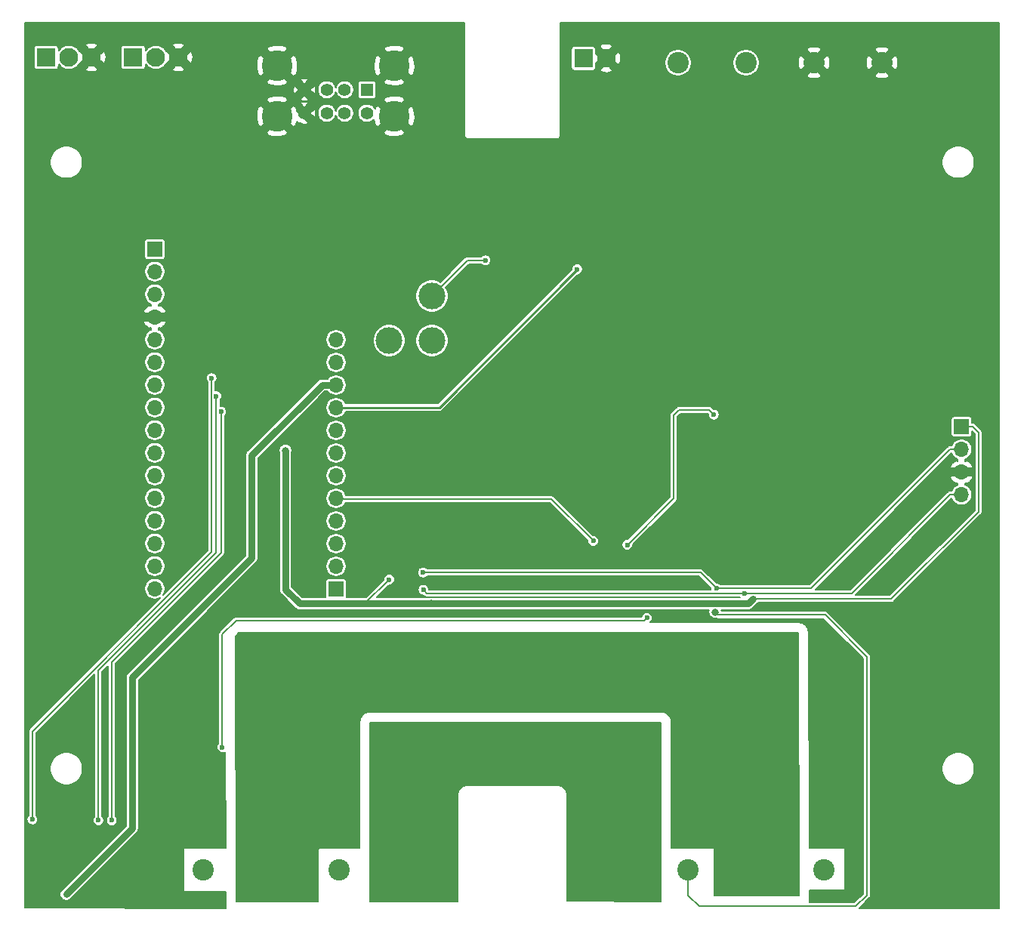
<source format=gbr>
%TF.GenerationSoftware,KiCad,Pcbnew,5.1.6-c6e7f7d~86~ubuntu18.04.1*%
%TF.CreationDate,2020-06-14T11:54:17-05:00*%
%TF.ProjectId,Hydroponics,48796472-6f70-46f6-9e69-63732e6b6963,rev?*%
%TF.SameCoordinates,Original*%
%TF.FileFunction,Copper,L2,Bot*%
%TF.FilePolarity,Positive*%
%FSLAX46Y46*%
G04 Gerber Fmt 4.6, Leading zero omitted, Abs format (unit mm)*
G04 Created by KiCad (PCBNEW 5.1.6-c6e7f7d~86~ubuntu18.04.1) date 2020-06-14 11:54:17*
%MOMM*%
%LPD*%
G01*
G04 APERTURE LIST*
%TA.AperFunction,ComponentPad*%
%ADD10O,1.700000X1.700000*%
%TD*%
%TA.AperFunction,ComponentPad*%
%ADD11R,1.700000X1.700000*%
%TD*%
%TA.AperFunction,ComponentPad*%
%ADD12C,3.000000*%
%TD*%
%TA.AperFunction,ComponentPad*%
%ADD13C,3.450000*%
%TD*%
%TA.AperFunction,ComponentPad*%
%ADD14C,1.400000*%
%TD*%
%TA.AperFunction,ComponentPad*%
%ADD15R,1.400000X1.400000*%
%TD*%
%TA.AperFunction,ComponentPad*%
%ADD16C,2.100000*%
%TD*%
%TA.AperFunction,ComponentPad*%
%ADD17R,2.100000X2.100000*%
%TD*%
%TA.AperFunction,ComponentPad*%
%ADD18C,2.400000*%
%TD*%
%TA.AperFunction,ViaPad*%
%ADD19C,0.600000*%
%TD*%
%TA.AperFunction,ViaPad*%
%ADD20C,0.800000*%
%TD*%
%TA.AperFunction,ViaPad*%
%ADD21C,0.762000*%
%TD*%
%TA.AperFunction,Conductor*%
%ADD22C,0.203200*%
%TD*%
%TA.AperFunction,Conductor*%
%ADD23C,0.762000*%
%TD*%
%TA.AperFunction,Conductor*%
%ADD24C,0.250000*%
%TD*%
%TA.AperFunction,Conductor*%
%ADD25C,0.152400*%
%TD*%
G04 APERTURE END LIST*
D10*
%TO.P,J4,12*%
%TO.N,Net-(J4-Pad12)*%
X35240000Y-35910000D03*
%TO.P,J4,11*%
%TO.N,Net-(J4-Pad11)*%
X35240000Y-38450000D03*
%TO.P,J4,10*%
%TO.N,+5V*%
X35240000Y-40990000D03*
%TO.P,J4,9*%
%TO.N,/PUMP_EN*%
X35240000Y-43530000D03*
%TO.P,J4,8*%
%TO.N,Net-(J4-Pad8)*%
X35240000Y-46070000D03*
%TO.P,J4,7*%
%TO.N,/FLOW_IN*%
X35240000Y-48610000D03*
%TO.P,J4,6*%
%TO.N,/FLOW_OUT*%
X35240000Y-51150000D03*
%TO.P,J4,5*%
%TO.N,/5V_USB_EN*%
X35240000Y-53690000D03*
%TO.P,J4,4*%
%TO.N,/PUMP_MODE*%
X35240000Y-56230000D03*
%TO.P,J4,3*%
%TO.N,/AERATOR*%
X35240000Y-58770000D03*
%TO.P,J4,2*%
%TO.N,/SCL*%
X35240000Y-61310000D03*
D11*
%TO.P,J4,1*%
%TO.N,/SDA*%
X35240000Y-63850000D03*
%TD*%
D12*
%TO.P,TP3,1*%
%TO.N,+24V*%
X46000000Y-31000000D03*
%TD*%
%TO.P,TP2,1*%
%TO.N,/5V_USB*%
X46000000Y-36000000D03*
%TD*%
%TO.P,TP1,1*%
%TO.N,+5V*%
X41200000Y-36000000D03*
%TD*%
D13*
%TO.P,J6,MH4*%
%TO.N,GND*%
X41780000Y-10850000D03*
%TO.P,J6,MH3*%
X28640000Y-10850000D03*
%TO.P,J6,MH2*%
X28640000Y-5170000D03*
%TO.P,J6,MH1*%
X41780000Y-5170000D03*
D14*
%TO.P,J6,8*%
%TO.N,/5V_USB*%
X38710000Y-10500000D03*
%TO.P,J6,7*%
%TO.N,Net-(J6-Pad7)*%
X36210000Y-10500000D03*
%TO.P,J6,6*%
%TO.N,Net-(J6-Pad6)*%
X34210000Y-10500000D03*
%TO.P,J6,5*%
%TO.N,GND*%
X31710000Y-10500000D03*
%TO.P,J6,4*%
X31710000Y-7880000D03*
%TO.P,J6,3*%
%TO.N,Net-(J6-Pad3)*%
X34210000Y-7880000D03*
%TO.P,J6,2*%
%TO.N,Net-(J6-Pad2)*%
X36210000Y-7880000D03*
D15*
%TO.P,J6,1*%
%TO.N,/5V_USB*%
X38710000Y-7880000D03*
%TD*%
D16*
%TO.P,J9,3*%
%TO.N,GND*%
X17580000Y-4250000D03*
%TO.P,J9,2*%
%TO.N,Net-(J9-Pad2)*%
X15040000Y-4250000D03*
D17*
%TO.P,J9,1*%
%TO.N,+5V*%
X12500000Y-4250000D03*
%TD*%
D16*
%TO.P,J10,2*%
%TO.N,GND*%
X65540000Y-4350000D03*
D17*
%TO.P,J10,1*%
%TO.N,+24V*%
X63000000Y-4350000D03*
%TD*%
D10*
%TO.P,U1,4*%
%TO.N,/SCL*%
X105370000Y-53285000D03*
%TO.P,U1,3*%
%TO.N,GND*%
X105370000Y-50745000D03*
%TO.P,U1,2*%
%TO.N,/SDA*%
X105370000Y-48205000D03*
D11*
%TO.P,U1,1*%
%TO.N,+3V3*%
X105370000Y-45665000D03*
%TD*%
D18*
%TO.P,J2,4*%
%TO.N,GND*%
X96450000Y-4850000D03*
%TO.P,J2,3*%
X88830000Y-4850000D03*
%TO.P,J2,2*%
%TO.N,+12V*%
X81210000Y-4850000D03*
%TO.P,J2,1*%
X73590000Y-4850000D03*
%TD*%
D16*
%TO.P,J8,3*%
%TO.N,GND*%
X7830000Y-4250000D03*
%TO.P,J8,2*%
%TO.N,Net-(J8-Pad2)*%
X5290000Y-4250000D03*
D17*
%TO.P,J8,1*%
%TO.N,+5V*%
X2750000Y-4250000D03*
%TD*%
D18*
%TO.P,J1,1*%
%TO.N,/CC_SOL-*%
X43180000Y-95340000D03*
%TO.P,J1,2*%
%TO.N,/SOLAR+*%
X35560000Y-95340000D03*
%TO.P,J1,3*%
%TO.N,/BATT-*%
X27940000Y-95340000D03*
%TO.P,J1,4*%
%TO.N,/BATT+*%
X20320000Y-95340000D03*
%TD*%
%TO.P,J5,4*%
%TO.N,/CC_SOL-*%
X67120000Y-95340000D03*
%TO.P,J5,3*%
%TO.N,/CC_SOL+*%
X74740000Y-95340000D03*
%TO.P,J5,2*%
%TO.N,/BATT-*%
X82360000Y-95340000D03*
%TO.P,J5,1*%
%TO.N,/CC_BATT+*%
X89980000Y-95340000D03*
%TD*%
D10*
%TO.P,J3,16*%
%TO.N,Net-(J3-Pad16)*%
X14920000Y-63840000D03*
%TO.P,J3,15*%
%TO.N,Net-(J3-Pad15)*%
X14920000Y-61300000D03*
%TO.P,J3,14*%
%TO.N,Net-(J3-Pad14)*%
X14920000Y-58760000D03*
%TO.P,J3,13*%
%TO.N,Net-(J3-Pad13)*%
X14920000Y-56220000D03*
%TO.P,J3,12*%
%TO.N,Net-(J3-Pad12)*%
X14920000Y-53680000D03*
%TO.P,J3,11*%
%TO.N,Net-(J3-Pad11)*%
X14920000Y-51140000D03*
%TO.P,J3,10*%
%TO.N,Net-(J3-Pad10)*%
X14920000Y-48600000D03*
%TO.P,J3,9*%
%TO.N,Net-(J3-Pad9)*%
X14920000Y-46060000D03*
%TO.P,J3,8*%
%TO.N,/STATUS*%
X14920000Y-43520000D03*
%TO.P,J3,7*%
%TO.N,/PUMP_OFF*%
X14920000Y-40980000D03*
%TO.P,J3,6*%
%TO.N,/PUMP_ON*%
X14920000Y-38440000D03*
%TO.P,J3,5*%
%TO.N,/PUMP_AUTO*%
X14920000Y-35900000D03*
%TO.P,J3,4*%
%TO.N,GND*%
X14920000Y-33360000D03*
%TO.P,J3,3*%
%TO.N,Net-(J3-Pad3)*%
X14920000Y-30820000D03*
%TO.P,J3,2*%
%TO.N,+3V3*%
X14920000Y-28280000D03*
D11*
%TO.P,J3,1*%
%TO.N,/RESET*%
X14920000Y-25740000D03*
%TD*%
D19*
%TO.N,GND*%
X86620000Y-54330000D03*
X71900000Y-57600000D03*
X51700000Y-63100000D03*
X72700000Y-67000000D03*
X103465000Y-64715000D03*
X27300000Y-63900000D03*
X2500000Y-77500000D03*
X2500000Y-82500000D03*
X2500000Y-87500000D03*
X2500000Y-92500000D03*
X5000000Y-92500000D03*
X2500000Y-72500000D03*
X2500000Y-67500000D03*
X2500000Y-57500000D03*
X2500000Y-52500000D03*
X2500000Y-47500000D03*
X2500000Y-42500000D03*
X2500000Y-37500000D03*
X2500000Y-32500000D03*
X2500000Y-27500000D03*
X2500000Y-22500000D03*
X2500000Y-17500000D03*
X2500000Y-12500000D03*
X2500000Y-700000D03*
X2500000Y-8200000D03*
X65000000Y-25700000D03*
X60000000Y-25700000D03*
X50000000Y-25700000D03*
X50000000Y-15700000D03*
X25868000Y-41220000D03*
X22500000Y-35700000D03*
X12500000Y-8200000D03*
X32500000Y-28200000D03*
X27500000Y-23200000D03*
X22500000Y-18200000D03*
X70000000Y-25700000D03*
X70000000Y-18200000D03*
X60000000Y-15700000D03*
X87500000Y-38200000D03*
X91400000Y-55190000D03*
X87500000Y-48200000D03*
X85900000Y-52700000D03*
X77600000Y-45900000D03*
X78500000Y-51000000D03*
X39500000Y-44900000D03*
X42500000Y-44900000D03*
X39500000Y-48200000D03*
X48500000Y-51200000D03*
X39500000Y-58200000D03*
X76500000Y-61200000D03*
X17000000Y-49436900D03*
X17000000Y-57730000D03*
X67270000Y-44395000D03*
X67270000Y-46300000D03*
D20*
%TO.N,+3V3*%
X45950000Y-65500000D03*
D19*
X41209600Y-62797304D03*
X82000000Y-64949996D03*
D21*
X29576400Y-63927600D03*
D20*
X29576400Y-48332000D03*
D19*
%TO.N,/SCL*%
X45042569Y-63944209D03*
X81010566Y-64328610D03*
%TO.N,/SDA*%
X77900000Y-63800000D03*
X45000000Y-62001600D03*
%TO.N,+5V*%
X5000000Y-98100000D03*
%TO.N,+24V*%
X52000000Y-27000000D03*
%TO.N,/PUMP_EN*%
X62275000Y-28000000D03*
%TO.N,/5V_USB_EN*%
X67900000Y-58900000D03*
X77600000Y-44300000D03*
X64074597Y-58474597D03*
%TO.N,/SOLAR+*%
X70100000Y-67100000D03*
X22500000Y-81600000D03*
D20*
%TO.N,/CC_SOL+*%
X77750000Y-66450000D03*
D19*
%TO.N,Net-(D2-Pad1)*%
X1200000Y-89700000D03*
X21296000Y-40204000D03*
%TO.N,Net-(D3-Pad1)*%
X8600000Y-89800000D03*
X21824610Y-42236004D03*
%TO.N,Net-(D5-Pad1)*%
X10100000Y-89800000D03*
X22353220Y-43963200D03*
%TD*%
D22*
%TO.N,+3V3*%
X38500000Y-65500000D02*
X41202696Y-62797304D01*
X41202696Y-62797304D02*
X41209600Y-62797304D01*
D23*
X38500000Y-65500000D02*
X81449996Y-65500000D01*
X81449996Y-65500000D02*
X82000000Y-64949996D01*
X38500000Y-65500000D02*
X31148800Y-65500000D01*
X31148800Y-65500000D02*
X29576400Y-63927600D01*
X29576400Y-63927600D02*
X29576400Y-48332000D01*
D22*
X107275000Y-46300000D02*
X106640000Y-45665000D01*
X107275000Y-55190000D02*
X107275000Y-46300000D01*
X82000000Y-64949996D02*
X97515004Y-64949996D01*
X106640000Y-45665000D02*
X105370000Y-45665000D01*
X97515004Y-64949996D02*
X107275000Y-55190000D01*
%TO.N,/SCL*%
X81029109Y-64290891D02*
X81029109Y-64310067D01*
X81029109Y-64310067D02*
X81010566Y-64328610D01*
X45042569Y-63944209D02*
X45426970Y-64328610D01*
X45426970Y-64328610D02*
X81010566Y-64328610D01*
X105370000Y-53285000D02*
X104100000Y-53285000D01*
X93056390Y-64328610D02*
X81010566Y-64328610D01*
X104100000Y-53285000D02*
X93056390Y-64328610D01*
%TO.N,/SDA*%
X77900000Y-63800000D02*
X76101600Y-62001600D01*
X76101600Y-62001600D02*
X45000000Y-62001600D01*
X104100000Y-48205000D02*
X105370000Y-48205000D01*
X77900000Y-63800000D02*
X88505000Y-63800000D01*
X88505000Y-63800000D02*
X104100000Y-48205000D01*
D23*
%TO.N,+5V*%
X35240000Y-40990000D02*
X33710000Y-40990000D01*
X33710000Y-40990000D02*
X25800000Y-48900000D01*
X25800000Y-48900000D02*
X25800000Y-60400000D01*
X25800000Y-60400000D02*
X12400000Y-73800000D01*
X12400000Y-73800000D02*
X12400000Y-90700000D01*
X12400000Y-90700000D02*
X5000000Y-98100000D01*
D22*
%TO.N,+24V*%
X46000000Y-31000000D02*
X50000000Y-27000000D01*
X50000000Y-27000000D02*
X52000000Y-27000000D01*
D24*
%TO.N,/PUMP_EN*%
X62275000Y-28050000D02*
X62275000Y-28000000D01*
X35200000Y-43500000D02*
X46825000Y-43500000D01*
X46825000Y-43500000D02*
X62275000Y-28050000D01*
D22*
%TO.N,/5V_USB_EN*%
X67900000Y-58900000D02*
X73100000Y-53700000D01*
X73100000Y-53700000D02*
X73100000Y-44900000D01*
X73100000Y-44900000D02*
X73100000Y-44400000D01*
X73100000Y-44400000D02*
X73700000Y-43800000D01*
X73700000Y-43800000D02*
X77100000Y-43800000D01*
X77100000Y-43800000D02*
X77600000Y-44300000D01*
X59400000Y-53800000D02*
X64074597Y-58474597D01*
X42880000Y-53800000D02*
X59400000Y-53800000D01*
X42880000Y-53800000D02*
X35400000Y-53800000D01*
%TO.N,/SOLAR+*%
X69800000Y-67400000D02*
X70100000Y-67100000D01*
X24050000Y-67400000D02*
X69800000Y-67400000D01*
X22500000Y-81600000D02*
X22500000Y-68950000D01*
X22500000Y-68950000D02*
X24050000Y-67400000D01*
%TO.N,/CC_SOL+*%
X76000000Y-99450000D02*
X74740000Y-98190000D01*
X78072916Y-66772916D02*
X90072916Y-66772916D01*
X74740000Y-98190000D02*
X74740000Y-95340000D01*
X77750000Y-66450000D02*
X78072916Y-66772916D01*
X93500000Y-99450000D02*
X76000000Y-99450000D01*
X90072916Y-66772916D02*
X94750000Y-71450000D01*
X94750000Y-71450000D02*
X94750000Y-98200000D01*
X94750000Y-98200000D02*
X93500000Y-99450000D01*
%TO.N,/CC_SOL-*%
X43180000Y-95340000D02*
X43060000Y-95340000D01*
%TO.N,Net-(D2-Pad1)*%
X21296000Y-45050332D02*
X21296000Y-40204000D01*
X1200000Y-89700000D02*
X1200000Y-79812882D01*
X21296000Y-59716882D02*
X21296000Y-45050332D01*
X1200000Y-79812882D02*
X21296000Y-59716882D01*
%TO.N,Net-(D3-Pad1)*%
X21824610Y-42660268D02*
X21824610Y-42236004D01*
X8600000Y-89800000D02*
X8600000Y-72983106D01*
X21824610Y-59758496D02*
X21824610Y-42660268D01*
X8600000Y-72983106D02*
X21824610Y-59758496D01*
%TO.N,Net-(D5-Pad1)*%
X10100000Y-72053331D02*
X22353220Y-59800111D01*
X22353220Y-59800111D02*
X22353220Y-43963200D01*
X10100000Y-89800000D02*
X10100000Y-72053331D01*
%TD*%
D25*
%TO.N,/CC_SOL-*%
G36*
X71673800Y-98863638D02*
G01*
X61142200Y-98858372D01*
X61142200Y-87056107D01*
X61147726Y-87000000D01*
X61125673Y-86776090D01*
X61060361Y-86560784D01*
X60954299Y-86362358D01*
X60811565Y-86188435D01*
X60637642Y-86045701D01*
X60439216Y-85939639D01*
X60223910Y-85874327D01*
X60056107Y-85857800D01*
X60000000Y-85852274D01*
X59943893Y-85857800D01*
X50056107Y-85857800D01*
X50000000Y-85852274D01*
X49943893Y-85857800D01*
X49776090Y-85874327D01*
X49560784Y-85939639D01*
X49362358Y-86045701D01*
X49188435Y-86188435D01*
X49045701Y-86362358D01*
X48939639Y-86560784D01*
X48874327Y-86776090D01*
X48852274Y-87000000D01*
X48857801Y-87056117D01*
X48857800Y-98882230D01*
X39076200Y-98877339D01*
X39076200Y-78826200D01*
X71673800Y-78826200D01*
X71673800Y-98863638D01*
G37*
X71673800Y-98863638D02*
X61142200Y-98858372D01*
X61142200Y-87056107D01*
X61147726Y-87000000D01*
X61125673Y-86776090D01*
X61060361Y-86560784D01*
X60954299Y-86362358D01*
X60811565Y-86188435D01*
X60637642Y-86045701D01*
X60439216Y-85939639D01*
X60223910Y-85874327D01*
X60056107Y-85857800D01*
X60000000Y-85852274D01*
X59943893Y-85857800D01*
X50056107Y-85857800D01*
X50000000Y-85852274D01*
X49943893Y-85857800D01*
X49776090Y-85874327D01*
X49560784Y-85939639D01*
X49362358Y-86045701D01*
X49188435Y-86188435D01*
X49045701Y-86362358D01*
X48939639Y-86560784D01*
X48874327Y-86776090D01*
X48852274Y-87000000D01*
X48857801Y-87056117D01*
X48857800Y-98882230D01*
X39076200Y-98877339D01*
X39076200Y-78826200D01*
X71673800Y-78826200D01*
X71673800Y-98863638D01*
%TO.N,/BATT-*%
G36*
X87167024Y-98256200D02*
G01*
X77670869Y-98256200D01*
X77670869Y-92950000D01*
X77669405Y-92935134D01*
X77665069Y-92920840D01*
X77658027Y-92907666D01*
X77648551Y-92896118D01*
X77637003Y-92886642D01*
X77623829Y-92879600D01*
X77609535Y-92875264D01*
X77594669Y-92873800D01*
X72894669Y-92873800D01*
X72879803Y-92875264D01*
X72865509Y-92879600D01*
X72852335Y-92886642D01*
X72842200Y-92894959D01*
X72842200Y-78750000D01*
X72821214Y-78536922D01*
X72759061Y-78332033D01*
X72658131Y-78143206D01*
X72522302Y-77977698D01*
X72356794Y-77841869D01*
X72167967Y-77740939D01*
X71963078Y-77678786D01*
X71750000Y-77657800D01*
X39000000Y-77657800D01*
X38786922Y-77678786D01*
X38582033Y-77740939D01*
X38393206Y-77841869D01*
X38227698Y-77977698D01*
X38091869Y-78143206D01*
X37990939Y-78332033D01*
X37928786Y-78536922D01*
X37907800Y-78750000D01*
X37907800Y-92923800D01*
X33300000Y-92923800D01*
X33285134Y-92925264D01*
X33270840Y-92929600D01*
X33257666Y-92936642D01*
X33246118Y-92946118D01*
X33236642Y-92957666D01*
X33229600Y-92970840D01*
X33225264Y-92985134D01*
X33223800Y-93000000D01*
X33223800Y-98874413D01*
X24071687Y-98869837D01*
X23953138Y-69185149D01*
X24362088Y-68776200D01*
X87049105Y-68776200D01*
X87167024Y-98256200D01*
G37*
X87167024Y-98256200D02*
X77670869Y-98256200D01*
X77670869Y-92950000D01*
X77669405Y-92935134D01*
X77665069Y-92920840D01*
X77658027Y-92907666D01*
X77648551Y-92896118D01*
X77637003Y-92886642D01*
X77623829Y-92879600D01*
X77609535Y-92875264D01*
X77594669Y-92873800D01*
X72894669Y-92873800D01*
X72879803Y-92875264D01*
X72865509Y-92879600D01*
X72852335Y-92886642D01*
X72842200Y-92894959D01*
X72842200Y-78750000D01*
X72821214Y-78536922D01*
X72759061Y-78332033D01*
X72658131Y-78143206D01*
X72522302Y-77977698D01*
X72356794Y-77841869D01*
X72167967Y-77740939D01*
X71963078Y-77678786D01*
X71750000Y-77657800D01*
X39000000Y-77657800D01*
X38786922Y-77678786D01*
X38582033Y-77740939D01*
X38393206Y-77841869D01*
X38227698Y-77977698D01*
X38091869Y-78143206D01*
X37990939Y-78332033D01*
X37928786Y-78536922D01*
X37907800Y-78750000D01*
X37907800Y-92923800D01*
X33300000Y-92923800D01*
X33285134Y-92925264D01*
X33270840Y-92929600D01*
X33257666Y-92936642D01*
X33246118Y-92946118D01*
X33236642Y-92957666D01*
X33229600Y-92970840D01*
X33225264Y-92985134D01*
X33223800Y-93000000D01*
X33223800Y-98874413D01*
X24071687Y-98869837D01*
X23953138Y-69185149D01*
X24362088Y-68776200D01*
X87049105Y-68776200D01*
X87167024Y-98256200D01*
%TO.N,GND*%
G36*
X49619801Y-12981319D02*
G01*
X49617961Y-13000000D01*
X49625302Y-13074532D01*
X49647042Y-13146200D01*
X49682346Y-13212249D01*
X49729858Y-13270142D01*
X49787751Y-13317654D01*
X49853800Y-13352958D01*
X49925468Y-13374698D01*
X49981329Y-13380200D01*
X50000000Y-13382039D01*
X50018671Y-13380200D01*
X59981329Y-13380200D01*
X60000000Y-13382039D01*
X60018671Y-13380200D01*
X60074532Y-13374698D01*
X60146200Y-13352958D01*
X60212249Y-13317654D01*
X60270142Y-13270142D01*
X60317654Y-13212249D01*
X60352958Y-13146200D01*
X60374698Y-13074532D01*
X60382039Y-13000000D01*
X60380200Y-12981329D01*
X60380200Y-3300000D01*
X61618203Y-3300000D01*
X61618203Y-5400000D01*
X61624578Y-5464730D01*
X61643460Y-5526973D01*
X61674121Y-5584337D01*
X61715384Y-5634616D01*
X61765663Y-5675879D01*
X61823027Y-5706540D01*
X61885270Y-5725422D01*
X61950000Y-5731797D01*
X64050000Y-5731797D01*
X64114730Y-5725422D01*
X64176973Y-5706540D01*
X64234337Y-5675879D01*
X64243718Y-5668180D01*
X64832477Y-5668180D01*
X64958095Y-5885546D01*
X65268846Y-5969565D01*
X65590018Y-5991345D01*
X65909267Y-5950049D01*
X66121905Y-5885546D01*
X66247523Y-5668180D01*
X65540000Y-4960657D01*
X64832477Y-5668180D01*
X64243718Y-5668180D01*
X64284616Y-5634616D01*
X64325879Y-5584337D01*
X64356540Y-5526973D01*
X64375422Y-5464730D01*
X64381797Y-5400000D01*
X64381797Y-4897546D01*
X64929343Y-4350000D01*
X66150657Y-4350000D01*
X66858180Y-5057523D01*
X67075546Y-4931905D01*
X67138439Y-4699288D01*
X72059800Y-4699288D01*
X72059800Y-5000712D01*
X72118605Y-5296343D01*
X72233954Y-5574822D01*
X72401416Y-5825446D01*
X72614554Y-6038584D01*
X72865178Y-6206046D01*
X73143657Y-6321395D01*
X73439288Y-6380200D01*
X73740712Y-6380200D01*
X74036343Y-6321395D01*
X74314822Y-6206046D01*
X74565446Y-6038584D01*
X74778584Y-5825446D01*
X74946046Y-5574822D01*
X75061395Y-5296343D01*
X75120200Y-5000712D01*
X75120200Y-4699288D01*
X79679800Y-4699288D01*
X79679800Y-5000712D01*
X79738605Y-5296343D01*
X79853954Y-5574822D01*
X80021416Y-5825446D01*
X80234554Y-6038584D01*
X80485178Y-6206046D01*
X80763657Y-6321395D01*
X81059288Y-6380200D01*
X81360712Y-6380200D01*
X81656343Y-6321395D01*
X81758604Y-6279037D01*
X88011620Y-6279037D01*
X88156554Y-6511542D01*
X88493645Y-6610999D01*
X88843662Y-6642781D01*
X89193154Y-6605668D01*
X89503446Y-6511542D01*
X89648380Y-6279037D01*
X95631620Y-6279037D01*
X95776554Y-6511542D01*
X96113645Y-6610999D01*
X96463662Y-6642781D01*
X96813154Y-6605668D01*
X97123446Y-6511542D01*
X97268380Y-6279037D01*
X96450000Y-5460657D01*
X95631620Y-6279037D01*
X89648380Y-6279037D01*
X88830000Y-5460657D01*
X88011620Y-6279037D01*
X81758604Y-6279037D01*
X81934822Y-6206046D01*
X82185446Y-6038584D01*
X82398584Y-5825446D01*
X82566046Y-5574822D01*
X82681395Y-5296343D01*
X82740200Y-5000712D01*
X82740200Y-4863662D01*
X87037219Y-4863662D01*
X87074332Y-5213154D01*
X87168458Y-5523446D01*
X87400963Y-5668380D01*
X88219343Y-4850000D01*
X89440657Y-4850000D01*
X90259037Y-5668380D01*
X90491542Y-5523446D01*
X90590999Y-5186355D01*
X90620299Y-4863662D01*
X94657219Y-4863662D01*
X94694332Y-5213154D01*
X94788458Y-5523446D01*
X95020963Y-5668380D01*
X95839343Y-4850000D01*
X97060657Y-4850000D01*
X97879037Y-5668380D01*
X98111542Y-5523446D01*
X98210999Y-5186355D01*
X98242781Y-4836338D01*
X98205668Y-4486846D01*
X98111542Y-4176554D01*
X97879037Y-4031620D01*
X97060657Y-4850000D01*
X95839343Y-4850000D01*
X95020963Y-4031620D01*
X94788458Y-4176554D01*
X94689001Y-4513645D01*
X94657219Y-4863662D01*
X90620299Y-4863662D01*
X90622781Y-4836338D01*
X90585668Y-4486846D01*
X90491542Y-4176554D01*
X90259037Y-4031620D01*
X89440657Y-4850000D01*
X88219343Y-4850000D01*
X87400963Y-4031620D01*
X87168458Y-4176554D01*
X87069001Y-4513645D01*
X87037219Y-4863662D01*
X82740200Y-4863662D01*
X82740200Y-4699288D01*
X82681395Y-4403657D01*
X82566046Y-4125178D01*
X82398584Y-3874554D01*
X82185446Y-3661416D01*
X81934822Y-3493954D01*
X81758605Y-3420963D01*
X88011620Y-3420963D01*
X88830000Y-4239343D01*
X89648380Y-3420963D01*
X95631620Y-3420963D01*
X96450000Y-4239343D01*
X97268380Y-3420963D01*
X97123446Y-3188458D01*
X96786355Y-3089001D01*
X96436338Y-3057219D01*
X96086846Y-3094332D01*
X95776554Y-3188458D01*
X95631620Y-3420963D01*
X89648380Y-3420963D01*
X89503446Y-3188458D01*
X89166355Y-3089001D01*
X88816338Y-3057219D01*
X88466846Y-3094332D01*
X88156554Y-3188458D01*
X88011620Y-3420963D01*
X81758605Y-3420963D01*
X81656343Y-3378605D01*
X81360712Y-3319800D01*
X81059288Y-3319800D01*
X80763657Y-3378605D01*
X80485178Y-3493954D01*
X80234554Y-3661416D01*
X80021416Y-3874554D01*
X79853954Y-4125178D01*
X79738605Y-4403657D01*
X79679800Y-4699288D01*
X75120200Y-4699288D01*
X75061395Y-4403657D01*
X74946046Y-4125178D01*
X74778584Y-3874554D01*
X74565446Y-3661416D01*
X74314822Y-3493954D01*
X74036343Y-3378605D01*
X73740712Y-3319800D01*
X73439288Y-3319800D01*
X73143657Y-3378605D01*
X72865178Y-3493954D01*
X72614554Y-3661416D01*
X72401416Y-3874554D01*
X72233954Y-4125178D01*
X72118605Y-4403657D01*
X72059800Y-4699288D01*
X67138439Y-4699288D01*
X67159565Y-4621154D01*
X67181345Y-4299982D01*
X67140049Y-3980733D01*
X67075546Y-3768095D01*
X66858180Y-3642477D01*
X66150657Y-4350000D01*
X64929343Y-4350000D01*
X64381797Y-3802454D01*
X64381797Y-3300000D01*
X64375422Y-3235270D01*
X64356540Y-3173027D01*
X64325879Y-3115663D01*
X64284616Y-3065384D01*
X64243719Y-3031820D01*
X64832477Y-3031820D01*
X65540000Y-3739343D01*
X66247523Y-3031820D01*
X66121905Y-2814454D01*
X65811154Y-2730435D01*
X65489982Y-2708655D01*
X65170733Y-2749951D01*
X64958095Y-2814454D01*
X64832477Y-3031820D01*
X64243719Y-3031820D01*
X64234337Y-3024121D01*
X64176973Y-2993460D01*
X64114730Y-2974578D01*
X64050000Y-2968203D01*
X61950000Y-2968203D01*
X61885270Y-2974578D01*
X61823027Y-2993460D01*
X61765663Y-3024121D01*
X61715384Y-3065384D01*
X61674121Y-3115663D01*
X61643460Y-3173027D01*
X61624578Y-3235270D01*
X61618203Y-3300000D01*
X60380200Y-3300000D01*
X60380200Y-380200D01*
X109619800Y-380200D01*
X109619801Y-99644610D01*
X93923894Y-99636762D01*
X95040327Y-98520330D01*
X95056806Y-98506806D01*
X95110766Y-98441056D01*
X95150861Y-98366042D01*
X95175552Y-98284648D01*
X95181800Y-98221210D01*
X95183889Y-98200000D01*
X95181800Y-98178790D01*
X95181800Y-83819741D01*
X103169800Y-83819741D01*
X103169800Y-84180259D01*
X103240133Y-84533850D01*
X103378097Y-84866925D01*
X103578390Y-85166685D01*
X103833315Y-85421610D01*
X104133075Y-85621903D01*
X104466150Y-85759867D01*
X104819741Y-85830200D01*
X105180259Y-85830200D01*
X105533850Y-85759867D01*
X105866925Y-85621903D01*
X106166685Y-85421610D01*
X106421610Y-85166685D01*
X106621903Y-84866925D01*
X106759867Y-84533850D01*
X106830200Y-84180259D01*
X106830200Y-83819741D01*
X106759867Y-83466150D01*
X106621903Y-83133075D01*
X106421610Y-82833315D01*
X106166685Y-82578390D01*
X105866925Y-82378097D01*
X105533850Y-82240133D01*
X105180259Y-82169800D01*
X104819741Y-82169800D01*
X104466150Y-82240133D01*
X104133075Y-82378097D01*
X103833315Y-82578390D01*
X103578390Y-82833315D01*
X103378097Y-83133075D01*
X103240133Y-83466150D01*
X103169800Y-83819741D01*
X95181800Y-83819741D01*
X95181800Y-71471210D01*
X95183889Y-71450000D01*
X95175552Y-71365352D01*
X95150861Y-71283958D01*
X95110766Y-71208944D01*
X95056806Y-71143194D01*
X95040328Y-71129671D01*
X90393251Y-66482595D01*
X90379722Y-66466110D01*
X90313972Y-66412150D01*
X90238958Y-66372055D01*
X90157564Y-66347364D01*
X90094126Y-66341116D01*
X90072916Y-66339027D01*
X90051706Y-66341116D01*
X78472847Y-66341116D01*
X78452139Y-66237009D01*
X78441449Y-66211200D01*
X81415070Y-66211200D01*
X81449996Y-66214640D01*
X81484922Y-66211200D01*
X81484932Y-66211200D01*
X81589416Y-66200909D01*
X81723477Y-66160242D01*
X81847029Y-66094202D01*
X81955323Y-66005327D01*
X81977597Y-65978186D01*
X82527597Y-65428187D01*
X82565669Y-65381796D01*
X97493794Y-65381796D01*
X97515004Y-65383885D01*
X97536214Y-65381796D01*
X97599652Y-65375548D01*
X97681046Y-65350857D01*
X97756060Y-65310762D01*
X97821810Y-65256802D01*
X97835339Y-65240317D01*
X107565328Y-55510329D01*
X107581806Y-55496806D01*
X107635766Y-55431056D01*
X107675861Y-55356042D01*
X107700552Y-55274648D01*
X107706800Y-55211210D01*
X107706800Y-55211209D01*
X107708889Y-55190000D01*
X107706800Y-55168790D01*
X107706800Y-46321210D01*
X107708889Y-46300000D01*
X107700552Y-46215352D01*
X107675861Y-46133958D01*
X107635766Y-46058944D01*
X107608537Y-46025766D01*
X107581806Y-45993194D01*
X107565326Y-45979669D01*
X106960335Y-45374679D01*
X106946806Y-45358194D01*
X106881056Y-45304234D01*
X106806042Y-45264139D01*
X106724648Y-45239448D01*
X106661210Y-45233200D01*
X106640000Y-45231111D01*
X106618790Y-45233200D01*
X106551797Y-45233200D01*
X106551797Y-44815000D01*
X106545422Y-44750270D01*
X106526540Y-44688027D01*
X106495879Y-44630663D01*
X106454616Y-44580384D01*
X106404337Y-44539121D01*
X106346973Y-44508460D01*
X106284730Y-44489578D01*
X106220000Y-44483203D01*
X104520000Y-44483203D01*
X104455270Y-44489578D01*
X104393027Y-44508460D01*
X104335663Y-44539121D01*
X104285384Y-44580384D01*
X104244121Y-44630663D01*
X104213460Y-44688027D01*
X104194578Y-44750270D01*
X104188203Y-44815000D01*
X104188203Y-46515000D01*
X104194578Y-46579730D01*
X104213460Y-46641973D01*
X104244121Y-46699337D01*
X104285384Y-46749616D01*
X104335663Y-46790879D01*
X104393027Y-46821540D01*
X104455270Y-46840422D01*
X104520000Y-46846797D01*
X106220000Y-46846797D01*
X106284730Y-46840422D01*
X106346973Y-46821540D01*
X106404337Y-46790879D01*
X106454616Y-46749616D01*
X106495879Y-46699337D01*
X106526540Y-46641973D01*
X106545422Y-46579730D01*
X106551797Y-46515000D01*
X106551797Y-46187453D01*
X106843201Y-46478858D01*
X106843200Y-55011143D01*
X97336148Y-64518196D01*
X93477460Y-64518196D01*
X104273598Y-53722060D01*
X104324121Y-53844034D01*
X104453279Y-54037333D01*
X104617667Y-54201721D01*
X104810966Y-54330879D01*
X105025748Y-54419845D01*
X105253760Y-54465200D01*
X105486240Y-54465200D01*
X105714252Y-54419845D01*
X105929034Y-54330879D01*
X106122333Y-54201721D01*
X106286721Y-54037333D01*
X106415879Y-53844034D01*
X106504845Y-53629252D01*
X106550200Y-53401240D01*
X106550200Y-53168760D01*
X106504845Y-52940748D01*
X106415879Y-52725966D01*
X106286721Y-52532667D01*
X106122333Y-52368279D01*
X105929034Y-52239121D01*
X105784373Y-52179200D01*
X105801802Y-52179200D01*
X105801802Y-51966623D01*
X106010435Y-52028285D01*
X106248486Y-51878684D01*
X106452777Y-51685516D01*
X106615457Y-51456205D01*
X106653268Y-51385432D01*
X106583622Y-51176800D01*
X105801800Y-51176800D01*
X105801800Y-51196800D01*
X104938200Y-51196800D01*
X104938200Y-51176800D01*
X104156378Y-51176800D01*
X104086732Y-51385432D01*
X104124543Y-51456205D01*
X104287223Y-51685516D01*
X104491514Y-51878684D01*
X104729565Y-52028285D01*
X104938198Y-51966623D01*
X104938198Y-52179200D01*
X104955627Y-52179200D01*
X104810966Y-52239121D01*
X104617667Y-52368279D01*
X104453279Y-52532667D01*
X104324121Y-52725966D01*
X104271419Y-52853200D01*
X104121209Y-52853200D01*
X104099999Y-52851111D01*
X104015352Y-52859448D01*
X103933958Y-52884139D01*
X103858944Y-52924234D01*
X103793194Y-52978194D01*
X103779674Y-52994668D01*
X92877534Y-63896810D01*
X89018846Y-63896810D01*
X104273597Y-48642060D01*
X104324121Y-48764034D01*
X104453279Y-48957333D01*
X104617667Y-49121721D01*
X104810966Y-49250879D01*
X104955627Y-49310800D01*
X104938198Y-49310800D01*
X104938198Y-49523377D01*
X104729565Y-49461715D01*
X104491514Y-49611316D01*
X104287223Y-49804484D01*
X104124543Y-50033795D01*
X104086732Y-50104568D01*
X104156378Y-50313200D01*
X104938200Y-50313200D01*
X104938200Y-50293200D01*
X105801800Y-50293200D01*
X105801800Y-50313200D01*
X106583622Y-50313200D01*
X106653268Y-50104568D01*
X106615457Y-50033795D01*
X106452777Y-49804484D01*
X106248486Y-49611316D01*
X106010435Y-49461715D01*
X105801802Y-49523377D01*
X105801802Y-49310800D01*
X105784373Y-49310800D01*
X105929034Y-49250879D01*
X106122333Y-49121721D01*
X106286721Y-48957333D01*
X106415879Y-48764034D01*
X106504845Y-48549252D01*
X106550200Y-48321240D01*
X106550200Y-48088760D01*
X106504845Y-47860748D01*
X106415879Y-47645966D01*
X106286721Y-47452667D01*
X106122333Y-47288279D01*
X105929034Y-47159121D01*
X105714252Y-47070155D01*
X105486240Y-47024800D01*
X105253760Y-47024800D01*
X105025748Y-47070155D01*
X104810966Y-47159121D01*
X104617667Y-47288279D01*
X104453279Y-47452667D01*
X104324121Y-47645966D01*
X104271419Y-47773200D01*
X104121210Y-47773200D01*
X104100000Y-47771111D01*
X104078790Y-47773200D01*
X104015352Y-47779448D01*
X103933958Y-47804139D01*
X103858944Y-47844234D01*
X103793194Y-47898194D01*
X103779670Y-47914673D01*
X88326144Y-63368200D01*
X78359437Y-63368200D01*
X78301729Y-63310492D01*
X78198512Y-63241524D01*
X78083822Y-63194018D01*
X77962069Y-63169800D01*
X77880457Y-63169800D01*
X76421935Y-61711279D01*
X76408406Y-61694794D01*
X76342656Y-61640834D01*
X76267642Y-61600739D01*
X76186248Y-61576048D01*
X76122810Y-61569800D01*
X76101600Y-61567711D01*
X76080390Y-61569800D01*
X45459437Y-61569800D01*
X45401729Y-61512092D01*
X45298512Y-61443124D01*
X45183822Y-61395618D01*
X45062069Y-61371400D01*
X44937931Y-61371400D01*
X44816178Y-61395618D01*
X44701488Y-61443124D01*
X44598271Y-61512092D01*
X44510492Y-61599871D01*
X44441524Y-61703088D01*
X44394018Y-61817778D01*
X44369800Y-61939531D01*
X44369800Y-62063669D01*
X44394018Y-62185422D01*
X44441524Y-62300112D01*
X44510492Y-62403329D01*
X44598271Y-62491108D01*
X44701488Y-62560076D01*
X44816178Y-62607582D01*
X44937931Y-62631800D01*
X45062069Y-62631800D01*
X45183822Y-62607582D01*
X45298512Y-62560076D01*
X45401729Y-62491108D01*
X45459437Y-62433400D01*
X75922744Y-62433400D01*
X77269800Y-63780457D01*
X77269800Y-63862069D01*
X77276710Y-63896810D01*
X45672769Y-63896810D01*
X45672769Y-63882140D01*
X45648551Y-63760387D01*
X45601045Y-63645697D01*
X45532077Y-63542480D01*
X45444298Y-63454701D01*
X45341081Y-63385733D01*
X45226391Y-63338227D01*
X45104638Y-63314009D01*
X44980500Y-63314009D01*
X44858747Y-63338227D01*
X44744057Y-63385733D01*
X44640840Y-63454701D01*
X44553061Y-63542480D01*
X44484093Y-63645697D01*
X44436587Y-63760387D01*
X44412369Y-63882140D01*
X44412369Y-64006278D01*
X44436587Y-64128031D01*
X44484093Y-64242721D01*
X44553061Y-64345938D01*
X44640840Y-64433717D01*
X44744057Y-64502685D01*
X44858747Y-64550191D01*
X44980500Y-64574409D01*
X45062111Y-64574409D01*
X45106644Y-64618941D01*
X45120164Y-64635416D01*
X45185914Y-64689376D01*
X45260928Y-64729471D01*
X45342322Y-64754162D01*
X45426969Y-64762499D01*
X45448179Y-64760410D01*
X80551129Y-64760410D01*
X80579519Y-64788800D01*
X46117438Y-64788800D01*
X46021918Y-64769800D01*
X45878082Y-64769800D01*
X45782562Y-64788800D01*
X39821857Y-64788800D01*
X41183154Y-63427504D01*
X41271669Y-63427504D01*
X41393422Y-63403286D01*
X41508112Y-63355780D01*
X41611329Y-63286812D01*
X41699108Y-63199033D01*
X41768076Y-63095816D01*
X41815582Y-62981126D01*
X41839800Y-62859373D01*
X41839800Y-62735235D01*
X41815582Y-62613482D01*
X41768076Y-62498792D01*
X41699108Y-62395575D01*
X41611329Y-62307796D01*
X41508112Y-62238828D01*
X41393422Y-62191322D01*
X41271669Y-62167104D01*
X41147531Y-62167104D01*
X41025778Y-62191322D01*
X40911088Y-62238828D01*
X40807871Y-62307796D01*
X40720092Y-62395575D01*
X40651124Y-62498792D01*
X40603618Y-62613482D01*
X40579400Y-62735235D01*
X40579400Y-62809942D01*
X38600544Y-64788800D01*
X36408120Y-64788800D01*
X36415422Y-64764730D01*
X36421797Y-64700000D01*
X36421797Y-63000000D01*
X36415422Y-62935270D01*
X36396540Y-62873027D01*
X36365879Y-62815663D01*
X36324616Y-62765384D01*
X36274337Y-62724121D01*
X36216973Y-62693460D01*
X36154730Y-62674578D01*
X36090000Y-62668203D01*
X34390000Y-62668203D01*
X34325270Y-62674578D01*
X34263027Y-62693460D01*
X34205663Y-62724121D01*
X34155384Y-62765384D01*
X34114121Y-62815663D01*
X34083460Y-62873027D01*
X34064578Y-62935270D01*
X34058203Y-63000000D01*
X34058203Y-64700000D01*
X34064578Y-64764730D01*
X34071880Y-64788800D01*
X31443389Y-64788800D01*
X30287600Y-63633013D01*
X30287600Y-61193760D01*
X34059800Y-61193760D01*
X34059800Y-61426240D01*
X34105155Y-61654252D01*
X34194121Y-61869034D01*
X34323279Y-62062333D01*
X34487667Y-62226721D01*
X34680966Y-62355879D01*
X34895748Y-62444845D01*
X35123760Y-62490200D01*
X35356240Y-62490200D01*
X35584252Y-62444845D01*
X35799034Y-62355879D01*
X35992333Y-62226721D01*
X36156721Y-62062333D01*
X36285879Y-61869034D01*
X36374845Y-61654252D01*
X36420200Y-61426240D01*
X36420200Y-61193760D01*
X36374845Y-60965748D01*
X36285879Y-60750966D01*
X36156721Y-60557667D01*
X35992333Y-60393279D01*
X35799034Y-60264121D01*
X35584252Y-60175155D01*
X35356240Y-60129800D01*
X35123760Y-60129800D01*
X34895748Y-60175155D01*
X34680966Y-60264121D01*
X34487667Y-60393279D01*
X34323279Y-60557667D01*
X34194121Y-60750966D01*
X34105155Y-60965748D01*
X34059800Y-61193760D01*
X30287600Y-61193760D01*
X30287600Y-58653760D01*
X34059800Y-58653760D01*
X34059800Y-58886240D01*
X34105155Y-59114252D01*
X34194121Y-59329034D01*
X34323279Y-59522333D01*
X34487667Y-59686721D01*
X34680966Y-59815879D01*
X34895748Y-59904845D01*
X35123760Y-59950200D01*
X35356240Y-59950200D01*
X35584252Y-59904845D01*
X35799034Y-59815879D01*
X35992333Y-59686721D01*
X36156721Y-59522333D01*
X36285879Y-59329034D01*
X36374845Y-59114252D01*
X36420200Y-58886240D01*
X36420200Y-58653760D01*
X36374845Y-58425748D01*
X36285879Y-58210966D01*
X36156721Y-58017667D01*
X35992333Y-57853279D01*
X35799034Y-57724121D01*
X35584252Y-57635155D01*
X35356240Y-57589800D01*
X35123760Y-57589800D01*
X34895748Y-57635155D01*
X34680966Y-57724121D01*
X34487667Y-57853279D01*
X34323279Y-58017667D01*
X34194121Y-58210966D01*
X34105155Y-58425748D01*
X34059800Y-58653760D01*
X30287600Y-58653760D01*
X30287600Y-56113760D01*
X34059800Y-56113760D01*
X34059800Y-56346240D01*
X34105155Y-56574252D01*
X34194121Y-56789034D01*
X34323279Y-56982333D01*
X34487667Y-57146721D01*
X34680966Y-57275879D01*
X34895748Y-57364845D01*
X35123760Y-57410200D01*
X35356240Y-57410200D01*
X35584252Y-57364845D01*
X35799034Y-57275879D01*
X35992333Y-57146721D01*
X36156721Y-56982333D01*
X36285879Y-56789034D01*
X36374845Y-56574252D01*
X36420200Y-56346240D01*
X36420200Y-56113760D01*
X36374845Y-55885748D01*
X36285879Y-55670966D01*
X36156721Y-55477667D01*
X35992333Y-55313279D01*
X35799034Y-55184121D01*
X35584252Y-55095155D01*
X35356240Y-55049800D01*
X35123760Y-55049800D01*
X34895748Y-55095155D01*
X34680966Y-55184121D01*
X34487667Y-55313279D01*
X34323279Y-55477667D01*
X34194121Y-55670966D01*
X34105155Y-55885748D01*
X34059800Y-56113760D01*
X30287600Y-56113760D01*
X30287600Y-53573760D01*
X34059800Y-53573760D01*
X34059800Y-53806240D01*
X34105155Y-54034252D01*
X34194121Y-54249034D01*
X34323279Y-54442333D01*
X34487667Y-54606721D01*
X34680966Y-54735879D01*
X34895748Y-54824845D01*
X35123760Y-54870200D01*
X35356240Y-54870200D01*
X35584252Y-54824845D01*
X35799034Y-54735879D01*
X35992333Y-54606721D01*
X36156721Y-54442333D01*
X36285879Y-54249034D01*
X36293018Y-54231800D01*
X59221144Y-54231800D01*
X63444397Y-58455055D01*
X63444397Y-58536666D01*
X63468615Y-58658419D01*
X63516121Y-58773109D01*
X63585089Y-58876326D01*
X63672868Y-58964105D01*
X63776085Y-59033073D01*
X63890775Y-59080579D01*
X64012528Y-59104797D01*
X64136666Y-59104797D01*
X64258419Y-59080579D01*
X64373109Y-59033073D01*
X64476326Y-58964105D01*
X64564105Y-58876326D01*
X64589759Y-58837931D01*
X67269800Y-58837931D01*
X67269800Y-58962069D01*
X67294018Y-59083822D01*
X67341524Y-59198512D01*
X67410492Y-59301729D01*
X67498271Y-59389508D01*
X67601488Y-59458476D01*
X67716178Y-59505982D01*
X67837931Y-59530200D01*
X67962069Y-59530200D01*
X68083822Y-59505982D01*
X68198512Y-59458476D01*
X68301729Y-59389508D01*
X68389508Y-59301729D01*
X68458476Y-59198512D01*
X68505982Y-59083822D01*
X68530200Y-58962069D01*
X68530200Y-58880456D01*
X73390328Y-54020329D01*
X73406806Y-54006806D01*
X73460766Y-53941056D01*
X73500861Y-53866042D01*
X73525552Y-53784648D01*
X73531800Y-53721210D01*
X73531800Y-53721209D01*
X73533889Y-53700000D01*
X73531800Y-53678790D01*
X73531800Y-44578856D01*
X73878858Y-44231800D01*
X76921144Y-44231800D01*
X76969800Y-44280456D01*
X76969800Y-44362069D01*
X76994018Y-44483822D01*
X77041524Y-44598512D01*
X77110492Y-44701729D01*
X77198271Y-44789508D01*
X77301488Y-44858476D01*
X77416178Y-44905982D01*
X77537931Y-44930200D01*
X77662069Y-44930200D01*
X77783822Y-44905982D01*
X77898512Y-44858476D01*
X78001729Y-44789508D01*
X78089508Y-44701729D01*
X78158476Y-44598512D01*
X78205982Y-44483822D01*
X78230200Y-44362069D01*
X78230200Y-44237931D01*
X78205982Y-44116178D01*
X78158476Y-44001488D01*
X78089508Y-43898271D01*
X78001729Y-43810492D01*
X77898512Y-43741524D01*
X77783822Y-43694018D01*
X77662069Y-43669800D01*
X77580456Y-43669800D01*
X77420335Y-43509679D01*
X77406806Y-43493194D01*
X77341056Y-43439234D01*
X77266042Y-43399139D01*
X77184648Y-43374448D01*
X77121210Y-43368200D01*
X77100000Y-43366111D01*
X77078790Y-43368200D01*
X73721209Y-43368200D01*
X73699999Y-43366111D01*
X73615352Y-43374448D01*
X73533958Y-43399139D01*
X73458944Y-43439234D01*
X73393194Y-43493194D01*
X73379674Y-43509668D01*
X72809674Y-44079670D01*
X72793195Y-44093194D01*
X72739235Y-44158944D01*
X72709085Y-44215352D01*
X72699140Y-44233958D01*
X72674448Y-44315353D01*
X72666111Y-44400000D01*
X72668201Y-44421219D01*
X72668200Y-44921209D01*
X72668201Y-44921219D01*
X72668200Y-53521143D01*
X67919544Y-58269800D01*
X67837931Y-58269800D01*
X67716178Y-58294018D01*
X67601488Y-58341524D01*
X67498271Y-58410492D01*
X67410492Y-58498271D01*
X67341524Y-58601488D01*
X67294018Y-58716178D01*
X67269800Y-58837931D01*
X64589759Y-58837931D01*
X64633073Y-58773109D01*
X64680579Y-58658419D01*
X64704797Y-58536666D01*
X64704797Y-58412528D01*
X64680579Y-58290775D01*
X64633073Y-58176085D01*
X64564105Y-58072868D01*
X64476326Y-57985089D01*
X64373109Y-57916121D01*
X64258419Y-57868615D01*
X64136666Y-57844397D01*
X64055055Y-57844397D01*
X59720335Y-53509679D01*
X59706806Y-53493194D01*
X59641056Y-53439234D01*
X59566042Y-53399139D01*
X59484648Y-53374448D01*
X59421210Y-53368200D01*
X59400000Y-53366111D01*
X59378790Y-53368200D01*
X36379311Y-53368200D01*
X36374845Y-53345748D01*
X36285879Y-53130966D01*
X36156721Y-52937667D01*
X35992333Y-52773279D01*
X35799034Y-52644121D01*
X35584252Y-52555155D01*
X35356240Y-52509800D01*
X35123760Y-52509800D01*
X34895748Y-52555155D01*
X34680966Y-52644121D01*
X34487667Y-52773279D01*
X34323279Y-52937667D01*
X34194121Y-53130966D01*
X34105155Y-53345748D01*
X34059800Y-53573760D01*
X30287600Y-53573760D01*
X30287600Y-51033760D01*
X34059800Y-51033760D01*
X34059800Y-51266240D01*
X34105155Y-51494252D01*
X34194121Y-51709034D01*
X34323279Y-51902333D01*
X34487667Y-52066721D01*
X34680966Y-52195879D01*
X34895748Y-52284845D01*
X35123760Y-52330200D01*
X35356240Y-52330200D01*
X35584252Y-52284845D01*
X35799034Y-52195879D01*
X35992333Y-52066721D01*
X36156721Y-51902333D01*
X36285879Y-51709034D01*
X36374845Y-51494252D01*
X36420200Y-51266240D01*
X36420200Y-51033760D01*
X36374845Y-50805748D01*
X36285879Y-50590966D01*
X36156721Y-50397667D01*
X35992333Y-50233279D01*
X35799034Y-50104121D01*
X35584252Y-50015155D01*
X35356240Y-49969800D01*
X35123760Y-49969800D01*
X34895748Y-50015155D01*
X34680966Y-50104121D01*
X34487667Y-50233279D01*
X34323279Y-50397667D01*
X34194121Y-50590966D01*
X34105155Y-50805748D01*
X34059800Y-51033760D01*
X30287600Y-51033760D01*
X30287600Y-48499438D01*
X30288729Y-48493760D01*
X34059800Y-48493760D01*
X34059800Y-48726240D01*
X34105155Y-48954252D01*
X34194121Y-49169034D01*
X34323279Y-49362333D01*
X34487667Y-49526721D01*
X34680966Y-49655879D01*
X34895748Y-49744845D01*
X35123760Y-49790200D01*
X35356240Y-49790200D01*
X35584252Y-49744845D01*
X35799034Y-49655879D01*
X35992333Y-49526721D01*
X36156721Y-49362333D01*
X36285879Y-49169034D01*
X36374845Y-48954252D01*
X36420200Y-48726240D01*
X36420200Y-48493760D01*
X36374845Y-48265748D01*
X36285879Y-48050966D01*
X36156721Y-47857667D01*
X35992333Y-47693279D01*
X35799034Y-47564121D01*
X35584252Y-47475155D01*
X35356240Y-47429800D01*
X35123760Y-47429800D01*
X34895748Y-47475155D01*
X34680966Y-47564121D01*
X34487667Y-47693279D01*
X34323279Y-47857667D01*
X34194121Y-48050966D01*
X34105155Y-48265748D01*
X34059800Y-48493760D01*
X30288729Y-48493760D01*
X30306600Y-48403918D01*
X30306600Y-48260082D01*
X30278539Y-48119009D01*
X30223495Y-47986121D01*
X30143583Y-47866525D01*
X30041875Y-47764817D01*
X29922279Y-47684905D01*
X29789391Y-47629861D01*
X29648318Y-47601800D01*
X29504482Y-47601800D01*
X29363409Y-47629861D01*
X29230521Y-47684905D01*
X29110925Y-47764817D01*
X29009217Y-47866525D01*
X28929305Y-47986121D01*
X28874261Y-48119009D01*
X28846200Y-48260082D01*
X28846200Y-48403918D01*
X28865201Y-48499443D01*
X28865200Y-63857553D01*
X28865200Y-63892674D01*
X28861760Y-63927600D01*
X28865200Y-63962526D01*
X28865200Y-63997647D01*
X28872050Y-64032086D01*
X28875491Y-64067019D01*
X28885680Y-64100609D01*
X28892531Y-64135049D01*
X28905969Y-64167490D01*
X28916158Y-64201080D01*
X28932705Y-64232038D01*
X28946143Y-64264479D01*
X28965651Y-64293675D01*
X28982198Y-64324632D01*
X29004465Y-64351765D01*
X29023975Y-64380963D01*
X29048807Y-64405795D01*
X29071073Y-64432926D01*
X29098205Y-64455193D01*
X29123037Y-64480025D01*
X29123040Y-64480027D01*
X30621207Y-65978196D01*
X30643473Y-66005327D01*
X30670604Y-66027593D01*
X30670608Y-66027597D01*
X30718844Y-66067183D01*
X30751767Y-66094202D01*
X30875319Y-66160242D01*
X31009380Y-66200909D01*
X31113864Y-66211200D01*
X31113873Y-66211200D01*
X31148799Y-66214640D01*
X31183725Y-66211200D01*
X45782562Y-66211200D01*
X45878082Y-66230200D01*
X46021918Y-66230200D01*
X46117438Y-66211200D01*
X77058551Y-66211200D01*
X77047861Y-66237009D01*
X77019800Y-66378082D01*
X77019800Y-66521918D01*
X77047861Y-66662991D01*
X77102905Y-66795879D01*
X77182817Y-66915475D01*
X77284525Y-67017183D01*
X77404121Y-67097095D01*
X77537009Y-67152139D01*
X77678082Y-67180200D01*
X77821918Y-67180200D01*
X77892590Y-67166142D01*
X77906874Y-67173777D01*
X77988268Y-67198468D01*
X78072915Y-67206805D01*
X78094125Y-67204716D01*
X89894060Y-67204716D01*
X94318200Y-71628857D01*
X94318201Y-98021142D01*
X93321144Y-99018200D01*
X88338481Y-99018200D01*
X88333113Y-97676200D01*
X92257703Y-97676200D01*
X92272569Y-97674736D01*
X92286863Y-97670400D01*
X92300037Y-97663358D01*
X92311585Y-97653882D01*
X92321061Y-97642334D01*
X92328103Y-97629160D01*
X92332439Y-97614866D01*
X92333903Y-97600000D01*
X92333903Y-92950000D01*
X92332439Y-92935134D01*
X92328103Y-92920840D01*
X92321061Y-92907666D01*
X92311585Y-92896118D01*
X92300037Y-92886642D01*
X92286863Y-92879600D01*
X92272569Y-92875264D01*
X92257703Y-92873800D01*
X88313904Y-92873800D01*
X88217191Y-68695631D01*
X88196214Y-68486922D01*
X88134061Y-68282033D01*
X88033131Y-68093206D01*
X87897302Y-67927698D01*
X87731794Y-67791869D01*
X87542967Y-67690939D01*
X87338078Y-67628786D01*
X87125000Y-67607800D01*
X70474353Y-67607800D01*
X70501729Y-67589508D01*
X70589508Y-67501729D01*
X70658476Y-67398512D01*
X70705982Y-67283822D01*
X70730200Y-67162069D01*
X70730200Y-67037931D01*
X70705982Y-66916178D01*
X70658476Y-66801488D01*
X70589508Y-66698271D01*
X70501729Y-66610492D01*
X70398512Y-66541524D01*
X70283822Y-66494018D01*
X70162069Y-66469800D01*
X70037931Y-66469800D01*
X69916178Y-66494018D01*
X69801488Y-66541524D01*
X69698271Y-66610492D01*
X69610492Y-66698271D01*
X69541524Y-66801488D01*
X69494018Y-66916178D01*
X69483670Y-66968200D01*
X24071209Y-66968200D01*
X24049999Y-66966111D01*
X23965352Y-66974448D01*
X23883958Y-66999139D01*
X23808944Y-67039234D01*
X23743194Y-67093194D01*
X23729670Y-67109673D01*
X22209674Y-68629670D01*
X22193195Y-68643194D01*
X22139235Y-68708944D01*
X22099140Y-68783958D01*
X22074448Y-68865353D01*
X22066111Y-68950000D01*
X22068201Y-68971220D01*
X22068200Y-81140563D01*
X22010492Y-81198271D01*
X21941524Y-81301488D01*
X21894018Y-81416178D01*
X21869800Y-81537931D01*
X21869800Y-81662069D01*
X21894018Y-81783822D01*
X21941524Y-81898512D01*
X22010492Y-82001729D01*
X22098271Y-82089508D01*
X22201488Y-82158476D01*
X22316178Y-82205982D01*
X22437931Y-82230200D01*
X22562069Y-82230200D01*
X22683822Y-82205982D01*
X22798512Y-82158476D01*
X22836438Y-82133134D01*
X22879332Y-92873800D01*
X18250000Y-92873800D01*
X18235134Y-92875264D01*
X18220840Y-92879600D01*
X18207666Y-92886642D01*
X18196118Y-92896118D01*
X18186642Y-92907666D01*
X18179600Y-92920840D01*
X18175264Y-92935134D01*
X18173800Y-92950000D01*
X18173800Y-97750000D01*
X18175264Y-97764866D01*
X18179600Y-97779160D01*
X18186642Y-97792334D01*
X18196118Y-97803882D01*
X18207666Y-97813358D01*
X18220840Y-97820400D01*
X18235134Y-97824736D01*
X18250000Y-97826200D01*
X22899110Y-97826200D01*
X22906319Y-99631254D01*
X380200Y-99619990D01*
X380200Y-98100000D01*
X4285360Y-98100000D01*
X4299092Y-98239419D01*
X4339759Y-98373481D01*
X4405798Y-98497032D01*
X4494673Y-98605327D01*
X4602968Y-98694202D01*
X4726519Y-98760241D01*
X4860581Y-98800908D01*
X5000000Y-98814640D01*
X5139419Y-98800908D01*
X5273481Y-98760241D01*
X5397032Y-98694202D01*
X5478190Y-98627597D01*
X12878196Y-91227593D01*
X12905327Y-91205327D01*
X12927593Y-91178196D01*
X12927597Y-91178192D01*
X12994202Y-91097033D01*
X13060241Y-90973482D01*
X13060242Y-90973481D01*
X13100909Y-90839420D01*
X13111200Y-90734936D01*
X13111200Y-90734927D01*
X13114640Y-90700001D01*
X13111200Y-90665075D01*
X13111200Y-74094587D01*
X26278196Y-60927593D01*
X26305327Y-60905327D01*
X26327593Y-60878196D01*
X26327598Y-60878191D01*
X26394202Y-60797033D01*
X26460242Y-60673482D01*
X26500909Y-60539420D01*
X26511200Y-60434936D01*
X26511200Y-60434929D01*
X26514640Y-60400000D01*
X26511200Y-60365072D01*
X26511200Y-49194587D01*
X29752027Y-45953760D01*
X34059800Y-45953760D01*
X34059800Y-46186240D01*
X34105155Y-46414252D01*
X34194121Y-46629034D01*
X34323279Y-46822333D01*
X34487667Y-46986721D01*
X34680966Y-47115879D01*
X34895748Y-47204845D01*
X35123760Y-47250200D01*
X35356240Y-47250200D01*
X35584252Y-47204845D01*
X35799034Y-47115879D01*
X35992333Y-46986721D01*
X36156721Y-46822333D01*
X36285879Y-46629034D01*
X36374845Y-46414252D01*
X36420200Y-46186240D01*
X36420200Y-45953760D01*
X36374845Y-45725748D01*
X36285879Y-45510966D01*
X36156721Y-45317667D01*
X35992333Y-45153279D01*
X35799034Y-45024121D01*
X35584252Y-44935155D01*
X35356240Y-44889800D01*
X35123760Y-44889800D01*
X34895748Y-44935155D01*
X34680966Y-45024121D01*
X34487667Y-45153279D01*
X34323279Y-45317667D01*
X34194121Y-45510966D01*
X34105155Y-45725748D01*
X34059800Y-45953760D01*
X29752027Y-45953760D01*
X32292028Y-43413760D01*
X34059800Y-43413760D01*
X34059800Y-43646240D01*
X34105155Y-43874252D01*
X34194121Y-44089034D01*
X34323279Y-44282333D01*
X34487667Y-44446721D01*
X34680966Y-44575879D01*
X34895748Y-44664845D01*
X35123760Y-44710200D01*
X35356240Y-44710200D01*
X35584252Y-44664845D01*
X35799034Y-44575879D01*
X35992333Y-44446721D01*
X36156721Y-44282333D01*
X36285879Y-44089034D01*
X36341315Y-43955200D01*
X46802651Y-43955200D01*
X46825000Y-43957401D01*
X46847349Y-43955200D01*
X46847357Y-43955200D01*
X46914235Y-43948613D01*
X47000040Y-43922584D01*
X47079119Y-43880316D01*
X47148432Y-43823432D01*
X47162688Y-43806061D01*
X62338918Y-28629832D01*
X62458822Y-28605982D01*
X62573512Y-28558476D01*
X62676729Y-28489508D01*
X62764508Y-28401729D01*
X62833476Y-28298512D01*
X62880982Y-28183822D01*
X62905200Y-28062069D01*
X62905200Y-27937931D01*
X62880982Y-27816178D01*
X62833476Y-27701488D01*
X62764508Y-27598271D01*
X62676729Y-27510492D01*
X62573512Y-27441524D01*
X62458822Y-27394018D01*
X62337069Y-27369800D01*
X62212931Y-27369800D01*
X62091178Y-27394018D01*
X61976488Y-27441524D01*
X61873271Y-27510492D01*
X61785492Y-27598271D01*
X61716524Y-27701488D01*
X61669018Y-27816178D01*
X61644800Y-27937931D01*
X61644800Y-28036450D01*
X46636451Y-43044800D01*
X36316462Y-43044800D01*
X36285879Y-42970966D01*
X36156721Y-42777667D01*
X35992333Y-42613279D01*
X35799034Y-42484121D01*
X35584252Y-42395155D01*
X35356240Y-42349800D01*
X35123760Y-42349800D01*
X34895748Y-42395155D01*
X34680966Y-42484121D01*
X34487667Y-42613279D01*
X34323279Y-42777667D01*
X34194121Y-42970966D01*
X34105155Y-43185748D01*
X34059800Y-43413760D01*
X32292028Y-43413760D01*
X34004589Y-41701200D01*
X34295795Y-41701200D01*
X34323279Y-41742333D01*
X34487667Y-41906721D01*
X34680966Y-42035879D01*
X34895748Y-42124845D01*
X35123760Y-42170200D01*
X35356240Y-42170200D01*
X35584252Y-42124845D01*
X35799034Y-42035879D01*
X35992333Y-41906721D01*
X36156721Y-41742333D01*
X36285879Y-41549034D01*
X36374845Y-41334252D01*
X36420200Y-41106240D01*
X36420200Y-40873760D01*
X36374845Y-40645748D01*
X36285879Y-40430966D01*
X36156721Y-40237667D01*
X35992333Y-40073279D01*
X35799034Y-39944121D01*
X35584252Y-39855155D01*
X35356240Y-39809800D01*
X35123760Y-39809800D01*
X34895748Y-39855155D01*
X34680966Y-39944121D01*
X34487667Y-40073279D01*
X34323279Y-40237667D01*
X34295795Y-40278800D01*
X33744925Y-40278800D01*
X33709999Y-40275360D01*
X33675073Y-40278800D01*
X33675064Y-40278800D01*
X33570580Y-40289091D01*
X33436519Y-40329758D01*
X33327889Y-40387822D01*
X33312967Y-40395798D01*
X33231808Y-40462403D01*
X33231804Y-40462407D01*
X33204673Y-40484673D01*
X33182407Y-40511804D01*
X25321811Y-48372402D01*
X25294673Y-48394674D01*
X25205798Y-48502968D01*
X25139758Y-48626520D01*
X25099091Y-48760581D01*
X25088800Y-48865065D01*
X25088800Y-48865074D01*
X25085360Y-48900000D01*
X25088800Y-48934926D01*
X25088801Y-60105410D01*
X11921811Y-73272402D01*
X11894673Y-73294674D01*
X11805798Y-73402968D01*
X11739758Y-73526520D01*
X11699091Y-73660581D01*
X11688800Y-73765065D01*
X11688800Y-73765074D01*
X11685360Y-73800000D01*
X11688800Y-73834926D01*
X11688801Y-90405410D01*
X4472403Y-97621810D01*
X4405798Y-97702968D01*
X4339759Y-97826519D01*
X4299092Y-97960581D01*
X4285360Y-98100000D01*
X380200Y-98100000D01*
X380200Y-89637931D01*
X569800Y-89637931D01*
X569800Y-89762069D01*
X594018Y-89883822D01*
X641524Y-89998512D01*
X710492Y-90101729D01*
X798271Y-90189508D01*
X901488Y-90258476D01*
X1016178Y-90305982D01*
X1137931Y-90330200D01*
X1262069Y-90330200D01*
X1383822Y-90305982D01*
X1498512Y-90258476D01*
X1601729Y-90189508D01*
X1689508Y-90101729D01*
X1758476Y-89998512D01*
X1805982Y-89883822D01*
X1830200Y-89762069D01*
X1830200Y-89637931D01*
X1805982Y-89516178D01*
X1758476Y-89401488D01*
X1689508Y-89298271D01*
X1631800Y-89240563D01*
X1631800Y-83819741D01*
X3169800Y-83819741D01*
X3169800Y-84180259D01*
X3240133Y-84533850D01*
X3378097Y-84866925D01*
X3578390Y-85166685D01*
X3833315Y-85421610D01*
X4133075Y-85621903D01*
X4466150Y-85759867D01*
X4819741Y-85830200D01*
X5180259Y-85830200D01*
X5533850Y-85759867D01*
X5866925Y-85621903D01*
X6166685Y-85421610D01*
X6421610Y-85166685D01*
X6621903Y-84866925D01*
X6759867Y-84533850D01*
X6830200Y-84180259D01*
X6830200Y-83819741D01*
X6759867Y-83466150D01*
X6621903Y-83133075D01*
X6421610Y-82833315D01*
X6166685Y-82578390D01*
X5866925Y-82378097D01*
X5533850Y-82240133D01*
X5180259Y-82169800D01*
X4819741Y-82169800D01*
X4466150Y-82240133D01*
X4133075Y-82378097D01*
X3833315Y-82578390D01*
X3578390Y-82833315D01*
X3378097Y-83133075D01*
X3240133Y-83466150D01*
X3169800Y-83819741D01*
X1631800Y-83819741D01*
X1631800Y-79991738D01*
X8168201Y-73455337D01*
X8168200Y-89340563D01*
X8110492Y-89398271D01*
X8041524Y-89501488D01*
X7994018Y-89616178D01*
X7969800Y-89737931D01*
X7969800Y-89862069D01*
X7994018Y-89983822D01*
X8041524Y-90098512D01*
X8110492Y-90201729D01*
X8198271Y-90289508D01*
X8301488Y-90358476D01*
X8416178Y-90405982D01*
X8537931Y-90430200D01*
X8662069Y-90430200D01*
X8783822Y-90405982D01*
X8898512Y-90358476D01*
X9001729Y-90289508D01*
X9089508Y-90201729D01*
X9158476Y-90098512D01*
X9205982Y-89983822D01*
X9230200Y-89862069D01*
X9230200Y-89737931D01*
X9205982Y-89616178D01*
X9158476Y-89501488D01*
X9089508Y-89398271D01*
X9031800Y-89340563D01*
X9031800Y-73161962D01*
X9668201Y-72525561D01*
X9668200Y-89340563D01*
X9610492Y-89398271D01*
X9541524Y-89501488D01*
X9494018Y-89616178D01*
X9469800Y-89737931D01*
X9469800Y-89862069D01*
X9494018Y-89983822D01*
X9541524Y-90098512D01*
X9610492Y-90201729D01*
X9698271Y-90289508D01*
X9801488Y-90358476D01*
X9916178Y-90405982D01*
X10037931Y-90430200D01*
X10162069Y-90430200D01*
X10283822Y-90405982D01*
X10398512Y-90358476D01*
X10501729Y-90289508D01*
X10589508Y-90201729D01*
X10658476Y-90098512D01*
X10705982Y-89983822D01*
X10730200Y-89862069D01*
X10730200Y-89737931D01*
X10705982Y-89616178D01*
X10658476Y-89501488D01*
X10589508Y-89398271D01*
X10531800Y-89340563D01*
X10531800Y-72232187D01*
X22643548Y-60120440D01*
X22660026Y-60106917D01*
X22713986Y-60041167D01*
X22740115Y-59992283D01*
X22754081Y-59966154D01*
X22778772Y-59884759D01*
X22787109Y-59800111D01*
X22785020Y-59778901D01*
X22785020Y-44422637D01*
X22842728Y-44364929D01*
X22911696Y-44261712D01*
X22959202Y-44147022D01*
X22983420Y-44025269D01*
X22983420Y-43901131D01*
X22959202Y-43779378D01*
X22911696Y-43664688D01*
X22842728Y-43561471D01*
X22754949Y-43473692D01*
X22651732Y-43404724D01*
X22537042Y-43357218D01*
X22415289Y-43333000D01*
X22291151Y-43333000D01*
X22256410Y-43339910D01*
X22256410Y-42695441D01*
X22314118Y-42637733D01*
X22383086Y-42534516D01*
X22430592Y-42419826D01*
X22454810Y-42298073D01*
X22454810Y-42173935D01*
X22430592Y-42052182D01*
X22383086Y-41937492D01*
X22314118Y-41834275D01*
X22226339Y-41746496D01*
X22123122Y-41677528D01*
X22008432Y-41630022D01*
X21886679Y-41605804D01*
X21762541Y-41605804D01*
X21727800Y-41612714D01*
X21727800Y-40663437D01*
X21785508Y-40605729D01*
X21854476Y-40502512D01*
X21901982Y-40387822D01*
X21926200Y-40266069D01*
X21926200Y-40141931D01*
X21901982Y-40020178D01*
X21854476Y-39905488D01*
X21785508Y-39802271D01*
X21697729Y-39714492D01*
X21594512Y-39645524D01*
X21479822Y-39598018D01*
X21358069Y-39573800D01*
X21233931Y-39573800D01*
X21112178Y-39598018D01*
X20997488Y-39645524D01*
X20894271Y-39714492D01*
X20806492Y-39802271D01*
X20737524Y-39905488D01*
X20690018Y-40020178D01*
X20665800Y-40141931D01*
X20665800Y-40266069D01*
X20690018Y-40387822D01*
X20737524Y-40502512D01*
X20806492Y-40605729D01*
X20864201Y-40663438D01*
X20864200Y-45071541D01*
X20864201Y-45071551D01*
X20864200Y-59538025D01*
X15890745Y-64511480D01*
X15965879Y-64399034D01*
X16054845Y-64184252D01*
X16100200Y-63956240D01*
X16100200Y-63723760D01*
X16054845Y-63495748D01*
X15965879Y-63280966D01*
X15836721Y-63087667D01*
X15672333Y-62923279D01*
X15479034Y-62794121D01*
X15264252Y-62705155D01*
X15036240Y-62659800D01*
X14803760Y-62659800D01*
X14575748Y-62705155D01*
X14360966Y-62794121D01*
X14167667Y-62923279D01*
X14003279Y-63087667D01*
X13874121Y-63280966D01*
X13785155Y-63495748D01*
X13739800Y-63723760D01*
X13739800Y-63956240D01*
X13785155Y-64184252D01*
X13874121Y-64399034D01*
X14003279Y-64592333D01*
X14167667Y-64756721D01*
X14360966Y-64885879D01*
X14575748Y-64974845D01*
X14803760Y-65020200D01*
X15036240Y-65020200D01*
X15264252Y-64974845D01*
X15479034Y-64885879D01*
X15591480Y-64810745D01*
X909674Y-79492552D01*
X893195Y-79506076D01*
X839235Y-79571826D01*
X799140Y-79646840D01*
X774448Y-79728235D01*
X766111Y-79812882D01*
X768201Y-79834102D01*
X768200Y-89240563D01*
X710492Y-89298271D01*
X641524Y-89401488D01*
X594018Y-89516178D01*
X569800Y-89637931D01*
X380200Y-89637931D01*
X380200Y-61183760D01*
X13739800Y-61183760D01*
X13739800Y-61416240D01*
X13785155Y-61644252D01*
X13874121Y-61859034D01*
X14003279Y-62052333D01*
X14167667Y-62216721D01*
X14360966Y-62345879D01*
X14575748Y-62434845D01*
X14803760Y-62480200D01*
X15036240Y-62480200D01*
X15264252Y-62434845D01*
X15479034Y-62345879D01*
X15672333Y-62216721D01*
X15836721Y-62052333D01*
X15965879Y-61859034D01*
X16054845Y-61644252D01*
X16100200Y-61416240D01*
X16100200Y-61183760D01*
X16054845Y-60955748D01*
X15965879Y-60740966D01*
X15836721Y-60547667D01*
X15672333Y-60383279D01*
X15479034Y-60254121D01*
X15264252Y-60165155D01*
X15036240Y-60119800D01*
X14803760Y-60119800D01*
X14575748Y-60165155D01*
X14360966Y-60254121D01*
X14167667Y-60383279D01*
X14003279Y-60547667D01*
X13874121Y-60740966D01*
X13785155Y-60955748D01*
X13739800Y-61183760D01*
X380200Y-61183760D01*
X380200Y-58643760D01*
X13739800Y-58643760D01*
X13739800Y-58876240D01*
X13785155Y-59104252D01*
X13874121Y-59319034D01*
X14003279Y-59512333D01*
X14167667Y-59676721D01*
X14360966Y-59805879D01*
X14575748Y-59894845D01*
X14803760Y-59940200D01*
X15036240Y-59940200D01*
X15264252Y-59894845D01*
X15479034Y-59805879D01*
X15672333Y-59676721D01*
X15836721Y-59512333D01*
X15965879Y-59319034D01*
X16054845Y-59104252D01*
X16100200Y-58876240D01*
X16100200Y-58643760D01*
X16054845Y-58415748D01*
X15965879Y-58200966D01*
X15836721Y-58007667D01*
X15672333Y-57843279D01*
X15479034Y-57714121D01*
X15264252Y-57625155D01*
X15036240Y-57579800D01*
X14803760Y-57579800D01*
X14575748Y-57625155D01*
X14360966Y-57714121D01*
X14167667Y-57843279D01*
X14003279Y-58007667D01*
X13874121Y-58200966D01*
X13785155Y-58415748D01*
X13739800Y-58643760D01*
X380200Y-58643760D01*
X380200Y-56103760D01*
X13739800Y-56103760D01*
X13739800Y-56336240D01*
X13785155Y-56564252D01*
X13874121Y-56779034D01*
X14003279Y-56972333D01*
X14167667Y-57136721D01*
X14360966Y-57265879D01*
X14575748Y-57354845D01*
X14803760Y-57400200D01*
X15036240Y-57400200D01*
X15264252Y-57354845D01*
X15479034Y-57265879D01*
X15672333Y-57136721D01*
X15836721Y-56972333D01*
X15965879Y-56779034D01*
X16054845Y-56564252D01*
X16100200Y-56336240D01*
X16100200Y-56103760D01*
X16054845Y-55875748D01*
X15965879Y-55660966D01*
X15836721Y-55467667D01*
X15672333Y-55303279D01*
X15479034Y-55174121D01*
X15264252Y-55085155D01*
X15036240Y-55039800D01*
X14803760Y-55039800D01*
X14575748Y-55085155D01*
X14360966Y-55174121D01*
X14167667Y-55303279D01*
X14003279Y-55467667D01*
X13874121Y-55660966D01*
X13785155Y-55875748D01*
X13739800Y-56103760D01*
X380200Y-56103760D01*
X380200Y-53563760D01*
X13739800Y-53563760D01*
X13739800Y-53796240D01*
X13785155Y-54024252D01*
X13874121Y-54239034D01*
X14003279Y-54432333D01*
X14167667Y-54596721D01*
X14360966Y-54725879D01*
X14575748Y-54814845D01*
X14803760Y-54860200D01*
X15036240Y-54860200D01*
X15264252Y-54814845D01*
X15479034Y-54725879D01*
X15672333Y-54596721D01*
X15836721Y-54432333D01*
X15965879Y-54239034D01*
X16054845Y-54024252D01*
X16100200Y-53796240D01*
X16100200Y-53563760D01*
X16054845Y-53335748D01*
X15965879Y-53120966D01*
X15836721Y-52927667D01*
X15672333Y-52763279D01*
X15479034Y-52634121D01*
X15264252Y-52545155D01*
X15036240Y-52499800D01*
X14803760Y-52499800D01*
X14575748Y-52545155D01*
X14360966Y-52634121D01*
X14167667Y-52763279D01*
X14003279Y-52927667D01*
X13874121Y-53120966D01*
X13785155Y-53335748D01*
X13739800Y-53563760D01*
X380200Y-53563760D01*
X380200Y-51023760D01*
X13739800Y-51023760D01*
X13739800Y-51256240D01*
X13785155Y-51484252D01*
X13874121Y-51699034D01*
X14003279Y-51892333D01*
X14167667Y-52056721D01*
X14360966Y-52185879D01*
X14575748Y-52274845D01*
X14803760Y-52320200D01*
X15036240Y-52320200D01*
X15264252Y-52274845D01*
X15479034Y-52185879D01*
X15672333Y-52056721D01*
X15836721Y-51892333D01*
X15965879Y-51699034D01*
X16054845Y-51484252D01*
X16100200Y-51256240D01*
X16100200Y-51023760D01*
X16054845Y-50795748D01*
X15965879Y-50580966D01*
X15836721Y-50387667D01*
X15672333Y-50223279D01*
X15479034Y-50094121D01*
X15264252Y-50005155D01*
X15036240Y-49959800D01*
X14803760Y-49959800D01*
X14575748Y-50005155D01*
X14360966Y-50094121D01*
X14167667Y-50223279D01*
X14003279Y-50387667D01*
X13874121Y-50580966D01*
X13785155Y-50795748D01*
X13739800Y-51023760D01*
X380200Y-51023760D01*
X380200Y-48483760D01*
X13739800Y-48483760D01*
X13739800Y-48716240D01*
X13785155Y-48944252D01*
X13874121Y-49159034D01*
X14003279Y-49352333D01*
X14167667Y-49516721D01*
X14360966Y-49645879D01*
X14575748Y-49734845D01*
X14803760Y-49780200D01*
X15036240Y-49780200D01*
X15264252Y-49734845D01*
X15479034Y-49645879D01*
X15672333Y-49516721D01*
X15836721Y-49352333D01*
X15965879Y-49159034D01*
X16054845Y-48944252D01*
X16100200Y-48716240D01*
X16100200Y-48483760D01*
X16054845Y-48255748D01*
X15965879Y-48040966D01*
X15836721Y-47847667D01*
X15672333Y-47683279D01*
X15479034Y-47554121D01*
X15264252Y-47465155D01*
X15036240Y-47419800D01*
X14803760Y-47419800D01*
X14575748Y-47465155D01*
X14360966Y-47554121D01*
X14167667Y-47683279D01*
X14003279Y-47847667D01*
X13874121Y-48040966D01*
X13785155Y-48255748D01*
X13739800Y-48483760D01*
X380200Y-48483760D01*
X380200Y-45943760D01*
X13739800Y-45943760D01*
X13739800Y-46176240D01*
X13785155Y-46404252D01*
X13874121Y-46619034D01*
X14003279Y-46812333D01*
X14167667Y-46976721D01*
X14360966Y-47105879D01*
X14575748Y-47194845D01*
X14803760Y-47240200D01*
X15036240Y-47240200D01*
X15264252Y-47194845D01*
X15479034Y-47105879D01*
X15672333Y-46976721D01*
X15836721Y-46812333D01*
X15965879Y-46619034D01*
X16054845Y-46404252D01*
X16100200Y-46176240D01*
X16100200Y-45943760D01*
X16054845Y-45715748D01*
X15965879Y-45500966D01*
X15836721Y-45307667D01*
X15672333Y-45143279D01*
X15479034Y-45014121D01*
X15264252Y-44925155D01*
X15036240Y-44879800D01*
X14803760Y-44879800D01*
X14575748Y-44925155D01*
X14360966Y-45014121D01*
X14167667Y-45143279D01*
X14003279Y-45307667D01*
X13874121Y-45500966D01*
X13785155Y-45715748D01*
X13739800Y-45943760D01*
X380200Y-45943760D01*
X380200Y-43403760D01*
X13739800Y-43403760D01*
X13739800Y-43636240D01*
X13785155Y-43864252D01*
X13874121Y-44079034D01*
X14003279Y-44272333D01*
X14167667Y-44436721D01*
X14360966Y-44565879D01*
X14575748Y-44654845D01*
X14803760Y-44700200D01*
X15036240Y-44700200D01*
X15264252Y-44654845D01*
X15479034Y-44565879D01*
X15672333Y-44436721D01*
X15836721Y-44272333D01*
X15965879Y-44079034D01*
X16054845Y-43864252D01*
X16100200Y-43636240D01*
X16100200Y-43403760D01*
X16054845Y-43175748D01*
X15965879Y-42960966D01*
X15836721Y-42767667D01*
X15672333Y-42603279D01*
X15479034Y-42474121D01*
X15264252Y-42385155D01*
X15036240Y-42339800D01*
X14803760Y-42339800D01*
X14575748Y-42385155D01*
X14360966Y-42474121D01*
X14167667Y-42603279D01*
X14003279Y-42767667D01*
X13874121Y-42960966D01*
X13785155Y-43175748D01*
X13739800Y-43403760D01*
X380200Y-43403760D01*
X380200Y-40863760D01*
X13739800Y-40863760D01*
X13739800Y-41096240D01*
X13785155Y-41324252D01*
X13874121Y-41539034D01*
X14003279Y-41732333D01*
X14167667Y-41896721D01*
X14360966Y-42025879D01*
X14575748Y-42114845D01*
X14803760Y-42160200D01*
X15036240Y-42160200D01*
X15264252Y-42114845D01*
X15479034Y-42025879D01*
X15672333Y-41896721D01*
X15836721Y-41732333D01*
X15965879Y-41539034D01*
X16054845Y-41324252D01*
X16100200Y-41096240D01*
X16100200Y-40863760D01*
X16054845Y-40635748D01*
X15965879Y-40420966D01*
X15836721Y-40227667D01*
X15672333Y-40063279D01*
X15479034Y-39934121D01*
X15264252Y-39845155D01*
X15036240Y-39799800D01*
X14803760Y-39799800D01*
X14575748Y-39845155D01*
X14360966Y-39934121D01*
X14167667Y-40063279D01*
X14003279Y-40227667D01*
X13874121Y-40420966D01*
X13785155Y-40635748D01*
X13739800Y-40863760D01*
X380200Y-40863760D01*
X380200Y-38323760D01*
X13739800Y-38323760D01*
X13739800Y-38556240D01*
X13785155Y-38784252D01*
X13874121Y-38999034D01*
X14003279Y-39192333D01*
X14167667Y-39356721D01*
X14360966Y-39485879D01*
X14575748Y-39574845D01*
X14803760Y-39620200D01*
X15036240Y-39620200D01*
X15264252Y-39574845D01*
X15479034Y-39485879D01*
X15672333Y-39356721D01*
X15836721Y-39192333D01*
X15965879Y-38999034D01*
X16054845Y-38784252D01*
X16100200Y-38556240D01*
X16100200Y-38333760D01*
X34059800Y-38333760D01*
X34059800Y-38566240D01*
X34105155Y-38794252D01*
X34194121Y-39009034D01*
X34323279Y-39202333D01*
X34487667Y-39366721D01*
X34680966Y-39495879D01*
X34895748Y-39584845D01*
X35123760Y-39630200D01*
X35356240Y-39630200D01*
X35584252Y-39584845D01*
X35799034Y-39495879D01*
X35992333Y-39366721D01*
X36156721Y-39202333D01*
X36285879Y-39009034D01*
X36374845Y-38794252D01*
X36420200Y-38566240D01*
X36420200Y-38333760D01*
X36374845Y-38105748D01*
X36285879Y-37890966D01*
X36156721Y-37697667D01*
X35992333Y-37533279D01*
X35799034Y-37404121D01*
X35584252Y-37315155D01*
X35356240Y-37269800D01*
X35123760Y-37269800D01*
X34895748Y-37315155D01*
X34680966Y-37404121D01*
X34487667Y-37533279D01*
X34323279Y-37697667D01*
X34194121Y-37890966D01*
X34105155Y-38105748D01*
X34059800Y-38333760D01*
X16100200Y-38333760D01*
X16100200Y-38323760D01*
X16054845Y-38095748D01*
X15965879Y-37880966D01*
X15836721Y-37687667D01*
X15672333Y-37523279D01*
X15479034Y-37394121D01*
X15264252Y-37305155D01*
X15036240Y-37259800D01*
X14803760Y-37259800D01*
X14575748Y-37305155D01*
X14360966Y-37394121D01*
X14167667Y-37523279D01*
X14003279Y-37687667D01*
X13874121Y-37880966D01*
X13785155Y-38095748D01*
X13739800Y-38323760D01*
X380200Y-38323760D01*
X380200Y-34000432D01*
X13636732Y-34000432D01*
X13674543Y-34071205D01*
X13837223Y-34300516D01*
X14041514Y-34493684D01*
X14279565Y-34643285D01*
X14488198Y-34581623D01*
X14488198Y-34794200D01*
X14505627Y-34794200D01*
X14360966Y-34854121D01*
X14167667Y-34983279D01*
X14003279Y-35147667D01*
X13874121Y-35340966D01*
X13785155Y-35555748D01*
X13739800Y-35783760D01*
X13739800Y-36016240D01*
X13785155Y-36244252D01*
X13874121Y-36459034D01*
X14003279Y-36652333D01*
X14167667Y-36816721D01*
X14360966Y-36945879D01*
X14575748Y-37034845D01*
X14803760Y-37080200D01*
X15036240Y-37080200D01*
X15264252Y-37034845D01*
X15479034Y-36945879D01*
X15672333Y-36816721D01*
X15836721Y-36652333D01*
X15965879Y-36459034D01*
X16054845Y-36244252D01*
X16100200Y-36016240D01*
X16100200Y-35793760D01*
X34059800Y-35793760D01*
X34059800Y-36026240D01*
X34105155Y-36254252D01*
X34194121Y-36469034D01*
X34323279Y-36662333D01*
X34487667Y-36826721D01*
X34680966Y-36955879D01*
X34895748Y-37044845D01*
X35123760Y-37090200D01*
X35356240Y-37090200D01*
X35584252Y-37044845D01*
X35799034Y-36955879D01*
X35992333Y-36826721D01*
X36156721Y-36662333D01*
X36285879Y-36469034D01*
X36374845Y-36254252D01*
X36420200Y-36026240D01*
X36420200Y-35819741D01*
X39369800Y-35819741D01*
X39369800Y-36180259D01*
X39440133Y-36533850D01*
X39578097Y-36866925D01*
X39778390Y-37166685D01*
X40033315Y-37421610D01*
X40333075Y-37621903D01*
X40666150Y-37759867D01*
X41019741Y-37830200D01*
X41380259Y-37830200D01*
X41733850Y-37759867D01*
X42066925Y-37621903D01*
X42366685Y-37421610D01*
X42621610Y-37166685D01*
X42821903Y-36866925D01*
X42959867Y-36533850D01*
X43030200Y-36180259D01*
X43030200Y-35819741D01*
X44169800Y-35819741D01*
X44169800Y-36180259D01*
X44240133Y-36533850D01*
X44378097Y-36866925D01*
X44578390Y-37166685D01*
X44833315Y-37421610D01*
X45133075Y-37621903D01*
X45466150Y-37759867D01*
X45819741Y-37830200D01*
X46180259Y-37830200D01*
X46533850Y-37759867D01*
X46866925Y-37621903D01*
X47166685Y-37421610D01*
X47421610Y-37166685D01*
X47621903Y-36866925D01*
X47759867Y-36533850D01*
X47830200Y-36180259D01*
X47830200Y-35819741D01*
X47759867Y-35466150D01*
X47621903Y-35133075D01*
X47421610Y-34833315D01*
X47166685Y-34578390D01*
X46866925Y-34378097D01*
X46533850Y-34240133D01*
X46180259Y-34169800D01*
X45819741Y-34169800D01*
X45466150Y-34240133D01*
X45133075Y-34378097D01*
X44833315Y-34578390D01*
X44578390Y-34833315D01*
X44378097Y-35133075D01*
X44240133Y-35466150D01*
X44169800Y-35819741D01*
X43030200Y-35819741D01*
X42959867Y-35466150D01*
X42821903Y-35133075D01*
X42621610Y-34833315D01*
X42366685Y-34578390D01*
X42066925Y-34378097D01*
X41733850Y-34240133D01*
X41380259Y-34169800D01*
X41019741Y-34169800D01*
X40666150Y-34240133D01*
X40333075Y-34378097D01*
X40033315Y-34578390D01*
X39778390Y-34833315D01*
X39578097Y-35133075D01*
X39440133Y-35466150D01*
X39369800Y-35819741D01*
X36420200Y-35819741D01*
X36420200Y-35793760D01*
X36374845Y-35565748D01*
X36285879Y-35350966D01*
X36156721Y-35157667D01*
X35992333Y-34993279D01*
X35799034Y-34864121D01*
X35584252Y-34775155D01*
X35356240Y-34729800D01*
X35123760Y-34729800D01*
X34895748Y-34775155D01*
X34680966Y-34864121D01*
X34487667Y-34993279D01*
X34323279Y-35157667D01*
X34194121Y-35350966D01*
X34105155Y-35565748D01*
X34059800Y-35793760D01*
X16100200Y-35793760D01*
X16100200Y-35783760D01*
X16054845Y-35555748D01*
X15965879Y-35340966D01*
X15836721Y-35147667D01*
X15672333Y-34983279D01*
X15479034Y-34854121D01*
X15334373Y-34794200D01*
X15351802Y-34794200D01*
X15351802Y-34581623D01*
X15560435Y-34643285D01*
X15798486Y-34493684D01*
X16002777Y-34300516D01*
X16165457Y-34071205D01*
X16203268Y-34000432D01*
X16133622Y-33791800D01*
X15351800Y-33791800D01*
X15351800Y-33811800D01*
X14488200Y-33811800D01*
X14488200Y-33791800D01*
X13706378Y-33791800D01*
X13636732Y-34000432D01*
X380200Y-34000432D01*
X380200Y-32719568D01*
X13636732Y-32719568D01*
X13706378Y-32928200D01*
X14488200Y-32928200D01*
X14488200Y-32908200D01*
X15351800Y-32908200D01*
X15351800Y-32928200D01*
X16133622Y-32928200D01*
X16203268Y-32719568D01*
X16165457Y-32648795D01*
X16002777Y-32419484D01*
X15798486Y-32226316D01*
X15560435Y-32076715D01*
X15351802Y-32138377D01*
X15351802Y-31925800D01*
X15334373Y-31925800D01*
X15479034Y-31865879D01*
X15672333Y-31736721D01*
X15836721Y-31572333D01*
X15965879Y-31379034D01*
X16054845Y-31164252D01*
X16100200Y-30936240D01*
X16100200Y-30819741D01*
X44169800Y-30819741D01*
X44169800Y-31180259D01*
X44240133Y-31533850D01*
X44378097Y-31866925D01*
X44578390Y-32166685D01*
X44833315Y-32421610D01*
X45133075Y-32621903D01*
X45466150Y-32759867D01*
X45819741Y-32830200D01*
X46180259Y-32830200D01*
X46533850Y-32759867D01*
X46866925Y-32621903D01*
X47166685Y-32421610D01*
X47421610Y-32166685D01*
X47621903Y-31866925D01*
X47759867Y-31533850D01*
X47830200Y-31180259D01*
X47830200Y-30819741D01*
X47759867Y-30466150D01*
X47621903Y-30133075D01*
X47564096Y-30046561D01*
X50178858Y-27431800D01*
X51540563Y-27431800D01*
X51598271Y-27489508D01*
X51701488Y-27558476D01*
X51816178Y-27605982D01*
X51937931Y-27630200D01*
X52062069Y-27630200D01*
X52183822Y-27605982D01*
X52298512Y-27558476D01*
X52401729Y-27489508D01*
X52489508Y-27401729D01*
X52558476Y-27298512D01*
X52605982Y-27183822D01*
X52630200Y-27062069D01*
X52630200Y-26937931D01*
X52605982Y-26816178D01*
X52558476Y-26701488D01*
X52489508Y-26598271D01*
X52401729Y-26510492D01*
X52298512Y-26441524D01*
X52183822Y-26394018D01*
X52062069Y-26369800D01*
X51937931Y-26369800D01*
X51816178Y-26394018D01*
X51701488Y-26441524D01*
X51598271Y-26510492D01*
X51540563Y-26568200D01*
X50021209Y-26568200D01*
X49999999Y-26566111D01*
X49915352Y-26574448D01*
X49833958Y-26599139D01*
X49758944Y-26639234D01*
X49693194Y-26693194D01*
X49679674Y-26709668D01*
X46953439Y-29435904D01*
X46866925Y-29378097D01*
X46533850Y-29240133D01*
X46180259Y-29169800D01*
X45819741Y-29169800D01*
X45466150Y-29240133D01*
X45133075Y-29378097D01*
X44833315Y-29578390D01*
X44578390Y-29833315D01*
X44378097Y-30133075D01*
X44240133Y-30466150D01*
X44169800Y-30819741D01*
X16100200Y-30819741D01*
X16100200Y-30703760D01*
X16054845Y-30475748D01*
X15965879Y-30260966D01*
X15836721Y-30067667D01*
X15672333Y-29903279D01*
X15479034Y-29774121D01*
X15264252Y-29685155D01*
X15036240Y-29639800D01*
X14803760Y-29639800D01*
X14575748Y-29685155D01*
X14360966Y-29774121D01*
X14167667Y-29903279D01*
X14003279Y-30067667D01*
X13874121Y-30260966D01*
X13785155Y-30475748D01*
X13739800Y-30703760D01*
X13739800Y-30936240D01*
X13785155Y-31164252D01*
X13874121Y-31379034D01*
X14003279Y-31572333D01*
X14167667Y-31736721D01*
X14360966Y-31865879D01*
X14505627Y-31925800D01*
X14488198Y-31925800D01*
X14488198Y-32138377D01*
X14279565Y-32076715D01*
X14041514Y-32226316D01*
X13837223Y-32419484D01*
X13674543Y-32648795D01*
X13636732Y-32719568D01*
X380200Y-32719568D01*
X380200Y-28163760D01*
X13739800Y-28163760D01*
X13739800Y-28396240D01*
X13785155Y-28624252D01*
X13874121Y-28839034D01*
X14003279Y-29032333D01*
X14167667Y-29196721D01*
X14360966Y-29325879D01*
X14575748Y-29414845D01*
X14803760Y-29460200D01*
X15036240Y-29460200D01*
X15264252Y-29414845D01*
X15479034Y-29325879D01*
X15672333Y-29196721D01*
X15836721Y-29032333D01*
X15965879Y-28839034D01*
X16054845Y-28624252D01*
X16100200Y-28396240D01*
X16100200Y-28163760D01*
X16054845Y-27935748D01*
X15965879Y-27720966D01*
X15836721Y-27527667D01*
X15672333Y-27363279D01*
X15479034Y-27234121D01*
X15264252Y-27145155D01*
X15036240Y-27099800D01*
X14803760Y-27099800D01*
X14575748Y-27145155D01*
X14360966Y-27234121D01*
X14167667Y-27363279D01*
X14003279Y-27527667D01*
X13874121Y-27720966D01*
X13785155Y-27935748D01*
X13739800Y-28163760D01*
X380200Y-28163760D01*
X380200Y-24890000D01*
X13738203Y-24890000D01*
X13738203Y-26590000D01*
X13744578Y-26654730D01*
X13763460Y-26716973D01*
X13794121Y-26774337D01*
X13835384Y-26824616D01*
X13885663Y-26865879D01*
X13943027Y-26896540D01*
X14005270Y-26915422D01*
X14070000Y-26921797D01*
X15770000Y-26921797D01*
X15834730Y-26915422D01*
X15896973Y-26896540D01*
X15954337Y-26865879D01*
X16004616Y-26824616D01*
X16045879Y-26774337D01*
X16076540Y-26716973D01*
X16095422Y-26654730D01*
X16101797Y-26590000D01*
X16101797Y-24890000D01*
X16095422Y-24825270D01*
X16076540Y-24763027D01*
X16045879Y-24705663D01*
X16004616Y-24655384D01*
X15954337Y-24614121D01*
X15896973Y-24583460D01*
X15834730Y-24564578D01*
X15770000Y-24558203D01*
X14070000Y-24558203D01*
X14005270Y-24564578D01*
X13943027Y-24583460D01*
X13885663Y-24614121D01*
X13835384Y-24655384D01*
X13794121Y-24705663D01*
X13763460Y-24763027D01*
X13744578Y-24825270D01*
X13738203Y-24890000D01*
X380200Y-24890000D01*
X380200Y-15819741D01*
X3169800Y-15819741D01*
X3169800Y-16180259D01*
X3240133Y-16533850D01*
X3378097Y-16866925D01*
X3578390Y-17166685D01*
X3833315Y-17421610D01*
X4133075Y-17621903D01*
X4466150Y-17759867D01*
X4819741Y-17830200D01*
X5180259Y-17830200D01*
X5533850Y-17759867D01*
X5866925Y-17621903D01*
X6166685Y-17421610D01*
X6421610Y-17166685D01*
X6621903Y-16866925D01*
X6759867Y-16533850D01*
X6830200Y-16180259D01*
X6830200Y-15819741D01*
X103169800Y-15819741D01*
X103169800Y-16180259D01*
X103240133Y-16533850D01*
X103378097Y-16866925D01*
X103578390Y-17166685D01*
X103833315Y-17421610D01*
X104133075Y-17621903D01*
X104466150Y-17759867D01*
X104819741Y-17830200D01*
X105180259Y-17830200D01*
X105533850Y-17759867D01*
X105866925Y-17621903D01*
X106166685Y-17421610D01*
X106421610Y-17166685D01*
X106621903Y-16866925D01*
X106759867Y-16533850D01*
X106830200Y-16180259D01*
X106830200Y-15819741D01*
X106759867Y-15466150D01*
X106621903Y-15133075D01*
X106421610Y-14833315D01*
X106166685Y-14578390D01*
X105866925Y-14378097D01*
X105533850Y-14240133D01*
X105180259Y-14169800D01*
X104819741Y-14169800D01*
X104466150Y-14240133D01*
X104133075Y-14378097D01*
X103833315Y-14578390D01*
X103578390Y-14833315D01*
X103378097Y-15133075D01*
X103240133Y-15466150D01*
X103169800Y-15819741D01*
X6830200Y-15819741D01*
X6759867Y-15466150D01*
X6621903Y-15133075D01*
X6421610Y-14833315D01*
X6166685Y-14578390D01*
X5866925Y-14378097D01*
X5533850Y-14240133D01*
X5180259Y-14169800D01*
X4819741Y-14169800D01*
X4466150Y-14240133D01*
X4133075Y-14378097D01*
X3833315Y-14578390D01*
X3578390Y-14833315D01*
X3378097Y-15133075D01*
X3240133Y-15466150D01*
X3169800Y-15819741D01*
X380200Y-15819741D01*
X380200Y-12662185D01*
X27438473Y-12662185D01*
X27649276Y-12948237D01*
X28077658Y-13101201D01*
X28527651Y-13167652D01*
X28981962Y-13145037D01*
X29423131Y-13034226D01*
X29630724Y-12948237D01*
X29841527Y-12662185D01*
X40578473Y-12662185D01*
X40789276Y-12948237D01*
X41217658Y-13101201D01*
X41667651Y-13167652D01*
X42121962Y-13145037D01*
X42563131Y-13034226D01*
X42770724Y-12948237D01*
X42981527Y-12662185D01*
X41780000Y-11460657D01*
X40578473Y-12662185D01*
X29841527Y-12662185D01*
X28640000Y-11460657D01*
X27438473Y-12662185D01*
X380200Y-12662185D01*
X380200Y-10737651D01*
X26322348Y-10737651D01*
X26344963Y-11191962D01*
X26455774Y-11633131D01*
X26541763Y-11840724D01*
X26827815Y-12051527D01*
X28029343Y-10850000D01*
X29250657Y-10850000D01*
X30452185Y-12051527D01*
X30738237Y-11840724D01*
X30866663Y-11481062D01*
X31103131Y-11717530D01*
X31265958Y-11554703D01*
X31344572Y-11737590D01*
X31593036Y-11785102D01*
X31845994Y-11783227D01*
X32075428Y-11737590D01*
X32154043Y-11554701D01*
X31710000Y-11110657D01*
X31695858Y-11124800D01*
X31085201Y-10514143D01*
X31099343Y-10500000D01*
X32320657Y-10500000D01*
X32764701Y-10944043D01*
X32947590Y-10865428D01*
X32995102Y-10616964D01*
X32993483Y-10398534D01*
X33179800Y-10398534D01*
X33179800Y-10601466D01*
X33219390Y-10800498D01*
X33297048Y-10987983D01*
X33409791Y-11156714D01*
X33553286Y-11300209D01*
X33722017Y-11412952D01*
X33909502Y-11490610D01*
X34108534Y-11530200D01*
X34311466Y-11530200D01*
X34510498Y-11490610D01*
X34697983Y-11412952D01*
X34866714Y-11300209D01*
X35010209Y-11156714D01*
X35122952Y-10987983D01*
X35200610Y-10800498D01*
X35210000Y-10753291D01*
X35219390Y-10800498D01*
X35297048Y-10987983D01*
X35409791Y-11156714D01*
X35553286Y-11300209D01*
X35722017Y-11412952D01*
X35909502Y-11490610D01*
X36108534Y-11530200D01*
X36311466Y-11530200D01*
X36510498Y-11490610D01*
X36697983Y-11412952D01*
X36866714Y-11300209D01*
X37010209Y-11156714D01*
X37122952Y-10987983D01*
X37200610Y-10800498D01*
X37240200Y-10601466D01*
X37240200Y-10398534D01*
X37679800Y-10398534D01*
X37679800Y-10601466D01*
X37719390Y-10800498D01*
X37797048Y-10987983D01*
X37909791Y-11156714D01*
X38053286Y-11300209D01*
X38222017Y-11412952D01*
X38409502Y-11490610D01*
X38608534Y-11530200D01*
X38811466Y-11530200D01*
X39010498Y-11490610D01*
X39197983Y-11412952D01*
X39366714Y-11300209D01*
X39484489Y-11182434D01*
X39484963Y-11191962D01*
X39595774Y-11633131D01*
X39681763Y-11840724D01*
X39967815Y-12051527D01*
X41169343Y-10850000D01*
X42390657Y-10850000D01*
X43592185Y-12051527D01*
X43878237Y-11840724D01*
X44031201Y-11412342D01*
X44097652Y-10962349D01*
X44075037Y-10508038D01*
X43964226Y-10066869D01*
X43878237Y-9859276D01*
X43592185Y-9648473D01*
X42390657Y-10850000D01*
X41169343Y-10850000D01*
X39967815Y-9648473D01*
X39681763Y-9859276D01*
X39625246Y-10017555D01*
X39622952Y-10012017D01*
X39510209Y-9843286D01*
X39366714Y-9699791D01*
X39197983Y-9587048D01*
X39010498Y-9509390D01*
X38811466Y-9469800D01*
X38608534Y-9469800D01*
X38409502Y-9509390D01*
X38222017Y-9587048D01*
X38053286Y-9699791D01*
X37909791Y-9843286D01*
X37797048Y-10012017D01*
X37719390Y-10199502D01*
X37679800Y-10398534D01*
X37240200Y-10398534D01*
X37200610Y-10199502D01*
X37122952Y-10012017D01*
X37010209Y-9843286D01*
X36866714Y-9699791D01*
X36697983Y-9587048D01*
X36510498Y-9509390D01*
X36311466Y-9469800D01*
X36108534Y-9469800D01*
X35909502Y-9509390D01*
X35722017Y-9587048D01*
X35553286Y-9699791D01*
X35409791Y-9843286D01*
X35297048Y-10012017D01*
X35219390Y-10199502D01*
X35210000Y-10246709D01*
X35200610Y-10199502D01*
X35122952Y-10012017D01*
X35010209Y-9843286D01*
X34866714Y-9699791D01*
X34697983Y-9587048D01*
X34510498Y-9509390D01*
X34311466Y-9469800D01*
X34108534Y-9469800D01*
X33909502Y-9509390D01*
X33722017Y-9587048D01*
X33553286Y-9699791D01*
X33409791Y-9843286D01*
X33297048Y-10012017D01*
X33219390Y-10199502D01*
X33179800Y-10398534D01*
X32993483Y-10398534D01*
X32993227Y-10364006D01*
X32947590Y-10134572D01*
X32764701Y-10055957D01*
X32320657Y-10500000D01*
X31099343Y-10500000D01*
X30877228Y-10277886D01*
X30824226Y-10066869D01*
X30738237Y-9859276D01*
X30452185Y-9648473D01*
X29250657Y-10850000D01*
X28029343Y-10850000D01*
X26827815Y-9648473D01*
X26541763Y-9859276D01*
X26388799Y-10287658D01*
X26322348Y-10737651D01*
X380200Y-10737651D01*
X380200Y-9037815D01*
X27438473Y-9037815D01*
X28640000Y-10239343D01*
X29434043Y-9445299D01*
X31265957Y-9445299D01*
X31710000Y-9889343D01*
X32154043Y-9445299D01*
X32075428Y-9262410D01*
X31826964Y-9214898D01*
X31574006Y-9216773D01*
X31344572Y-9262410D01*
X31265957Y-9445299D01*
X29434043Y-9445299D01*
X29841527Y-9037815D01*
X29765539Y-8934701D01*
X31265957Y-8934701D01*
X31344572Y-9117590D01*
X31593036Y-9165102D01*
X31845994Y-9163227D01*
X32075428Y-9117590D01*
X32109719Y-9037815D01*
X40578473Y-9037815D01*
X41780000Y-10239343D01*
X42981527Y-9037815D01*
X42770724Y-8751763D01*
X42342342Y-8598799D01*
X41892349Y-8532348D01*
X41438038Y-8554963D01*
X40996869Y-8665774D01*
X40789276Y-8751763D01*
X40578473Y-9037815D01*
X32109719Y-9037815D01*
X32154043Y-8934701D01*
X31710000Y-8490657D01*
X31265957Y-8934701D01*
X29765539Y-8934701D01*
X29630724Y-8751763D01*
X29202342Y-8598799D01*
X28752349Y-8532348D01*
X28298038Y-8554963D01*
X27856869Y-8665774D01*
X27649276Y-8751763D01*
X27438473Y-9037815D01*
X380200Y-9037815D01*
X380200Y-7763036D01*
X30424898Y-7763036D01*
X30426773Y-8015994D01*
X30472410Y-8245428D01*
X30655299Y-8324043D01*
X31099343Y-7880000D01*
X32320657Y-7880000D01*
X32764701Y-8324043D01*
X32947590Y-8245428D01*
X32995102Y-7996964D01*
X32993483Y-7778534D01*
X33179800Y-7778534D01*
X33179800Y-7981466D01*
X33219390Y-8180498D01*
X33297048Y-8367983D01*
X33409791Y-8536714D01*
X33553286Y-8680209D01*
X33722017Y-8792952D01*
X33909502Y-8870610D01*
X34108534Y-8910200D01*
X34311466Y-8910200D01*
X34510498Y-8870610D01*
X34697983Y-8792952D01*
X34866714Y-8680209D01*
X35010209Y-8536714D01*
X35122952Y-8367983D01*
X35200610Y-8180498D01*
X35210000Y-8133291D01*
X35219390Y-8180498D01*
X35297048Y-8367983D01*
X35409791Y-8536714D01*
X35553286Y-8680209D01*
X35722017Y-8792952D01*
X35909502Y-8870610D01*
X36108534Y-8910200D01*
X36311466Y-8910200D01*
X36510498Y-8870610D01*
X36697983Y-8792952D01*
X36866714Y-8680209D01*
X37010209Y-8536714D01*
X37122952Y-8367983D01*
X37200610Y-8180498D01*
X37240200Y-7981466D01*
X37240200Y-7778534D01*
X37200610Y-7579502D01*
X37122952Y-7392017D01*
X37010209Y-7223286D01*
X36966923Y-7180000D01*
X37678203Y-7180000D01*
X37678203Y-8580000D01*
X37684578Y-8644730D01*
X37703460Y-8706973D01*
X37734121Y-8764337D01*
X37775384Y-8814616D01*
X37825663Y-8855879D01*
X37883027Y-8886540D01*
X37945270Y-8905422D01*
X38010000Y-8911797D01*
X39410000Y-8911797D01*
X39474730Y-8905422D01*
X39536973Y-8886540D01*
X39594337Y-8855879D01*
X39644616Y-8814616D01*
X39685879Y-8764337D01*
X39716540Y-8706973D01*
X39735422Y-8644730D01*
X39741797Y-8580000D01*
X39741797Y-7180000D01*
X39735422Y-7115270D01*
X39716540Y-7053027D01*
X39685879Y-6995663D01*
X39674818Y-6982185D01*
X40578473Y-6982185D01*
X40789276Y-7268237D01*
X41217658Y-7421201D01*
X41667651Y-7487652D01*
X42121962Y-7465037D01*
X42563131Y-7354226D01*
X42770724Y-7268237D01*
X42981527Y-6982185D01*
X41780000Y-5780657D01*
X40578473Y-6982185D01*
X39674818Y-6982185D01*
X39644616Y-6945384D01*
X39594337Y-6904121D01*
X39536973Y-6873460D01*
X39474730Y-6854578D01*
X39410000Y-6848203D01*
X38010000Y-6848203D01*
X37945270Y-6854578D01*
X37883027Y-6873460D01*
X37825663Y-6904121D01*
X37775384Y-6945384D01*
X37734121Y-6995663D01*
X37703460Y-7053027D01*
X37684578Y-7115270D01*
X37678203Y-7180000D01*
X36966923Y-7180000D01*
X36866714Y-7079791D01*
X36697983Y-6967048D01*
X36510498Y-6889390D01*
X36311466Y-6849800D01*
X36108534Y-6849800D01*
X35909502Y-6889390D01*
X35722017Y-6967048D01*
X35553286Y-7079791D01*
X35409791Y-7223286D01*
X35297048Y-7392017D01*
X35219390Y-7579502D01*
X35210000Y-7626709D01*
X35200610Y-7579502D01*
X35122952Y-7392017D01*
X35010209Y-7223286D01*
X34866714Y-7079791D01*
X34697983Y-6967048D01*
X34510498Y-6889390D01*
X34311466Y-6849800D01*
X34108534Y-6849800D01*
X33909502Y-6889390D01*
X33722017Y-6967048D01*
X33553286Y-7079791D01*
X33409791Y-7223286D01*
X33297048Y-7392017D01*
X33219390Y-7579502D01*
X33179800Y-7778534D01*
X32993483Y-7778534D01*
X32993227Y-7744006D01*
X32947590Y-7514572D01*
X32764701Y-7435957D01*
X32320657Y-7880000D01*
X31099343Y-7880000D01*
X30655299Y-7435957D01*
X30472410Y-7514572D01*
X30424898Y-7763036D01*
X380200Y-7763036D01*
X380200Y-6982185D01*
X27438473Y-6982185D01*
X27649276Y-7268237D01*
X28077658Y-7421201D01*
X28527651Y-7487652D01*
X28981962Y-7465037D01*
X29423131Y-7354226D01*
X29630724Y-7268237D01*
X29841527Y-6982185D01*
X29684642Y-6825299D01*
X31265957Y-6825299D01*
X31710000Y-7269343D01*
X32154043Y-6825299D01*
X32075428Y-6642410D01*
X31826964Y-6594898D01*
X31574006Y-6596773D01*
X31344572Y-6642410D01*
X31265957Y-6825299D01*
X29684642Y-6825299D01*
X28640000Y-5780657D01*
X27438473Y-6982185D01*
X380200Y-6982185D01*
X380200Y-3200000D01*
X1368203Y-3200000D01*
X1368203Y-5300000D01*
X1374578Y-5364730D01*
X1393460Y-5426973D01*
X1424121Y-5484337D01*
X1465384Y-5534616D01*
X1515663Y-5575879D01*
X1573027Y-5606540D01*
X1635270Y-5625422D01*
X1700000Y-5631797D01*
X3800000Y-5631797D01*
X3864730Y-5625422D01*
X3926973Y-5606540D01*
X3984337Y-5575879D01*
X4034616Y-5534616D01*
X4075879Y-5484337D01*
X4106540Y-5426973D01*
X4125422Y-5364730D01*
X4131797Y-5300000D01*
X4131797Y-5000921D01*
X4217929Y-5129826D01*
X4410174Y-5322071D01*
X4636230Y-5473117D01*
X4887411Y-5577159D01*
X5154062Y-5630200D01*
X5425938Y-5630200D01*
X5692589Y-5577159D01*
X5714266Y-5568180D01*
X7122477Y-5568180D01*
X7248095Y-5785546D01*
X7558846Y-5869565D01*
X7880018Y-5891345D01*
X8199267Y-5850049D01*
X8411905Y-5785546D01*
X8537523Y-5568180D01*
X7830000Y-4860657D01*
X7122477Y-5568180D01*
X5714266Y-5568180D01*
X5943770Y-5473117D01*
X6169826Y-5322071D01*
X6362071Y-5129826D01*
X6486845Y-4943089D01*
X6511820Y-4957523D01*
X7219343Y-4250000D01*
X8440657Y-4250000D01*
X9148180Y-4957523D01*
X9365546Y-4831905D01*
X9449565Y-4521154D01*
X9471345Y-4199982D01*
X9430049Y-3880733D01*
X9365546Y-3668095D01*
X9148180Y-3542477D01*
X8440657Y-4250000D01*
X7219343Y-4250000D01*
X6511820Y-3542477D01*
X6486845Y-3556911D01*
X6362071Y-3370174D01*
X6169826Y-3177929D01*
X5943770Y-3026883D01*
X5714267Y-2931820D01*
X7122477Y-2931820D01*
X7830000Y-3639343D01*
X8269343Y-3200000D01*
X11118203Y-3200000D01*
X11118203Y-5300000D01*
X11124578Y-5364730D01*
X11143460Y-5426973D01*
X11174121Y-5484337D01*
X11215384Y-5534616D01*
X11265663Y-5575879D01*
X11323027Y-5606540D01*
X11385270Y-5625422D01*
X11450000Y-5631797D01*
X13550000Y-5631797D01*
X13614730Y-5625422D01*
X13676973Y-5606540D01*
X13734337Y-5575879D01*
X13784616Y-5534616D01*
X13825879Y-5484337D01*
X13856540Y-5426973D01*
X13875422Y-5364730D01*
X13881797Y-5300000D01*
X13881797Y-5000921D01*
X13967929Y-5129826D01*
X14160174Y-5322071D01*
X14386230Y-5473117D01*
X14637411Y-5577159D01*
X14904062Y-5630200D01*
X15175938Y-5630200D01*
X15442589Y-5577159D01*
X15464266Y-5568180D01*
X16872477Y-5568180D01*
X16998095Y-5785546D01*
X17308846Y-5869565D01*
X17630018Y-5891345D01*
X17949267Y-5850049D01*
X18161905Y-5785546D01*
X18287523Y-5568180D01*
X17776994Y-5057651D01*
X26322348Y-5057651D01*
X26344963Y-5511962D01*
X26455774Y-5953131D01*
X26541763Y-6160724D01*
X26827815Y-6371527D01*
X28029343Y-5170000D01*
X29250657Y-5170000D01*
X30452185Y-6371527D01*
X30738237Y-6160724D01*
X30891201Y-5732342D01*
X30957652Y-5282349D01*
X30946467Y-5057651D01*
X39462348Y-5057651D01*
X39484963Y-5511962D01*
X39595774Y-5953131D01*
X39681763Y-6160724D01*
X39967815Y-6371527D01*
X41169343Y-5170000D01*
X42390657Y-5170000D01*
X43592185Y-6371527D01*
X43878237Y-6160724D01*
X44031201Y-5732342D01*
X44097652Y-5282349D01*
X44075037Y-4828038D01*
X43964226Y-4386869D01*
X43878237Y-4179276D01*
X43592185Y-3968473D01*
X42390657Y-5170000D01*
X41169343Y-5170000D01*
X39967815Y-3968473D01*
X39681763Y-4179276D01*
X39528799Y-4607658D01*
X39462348Y-5057651D01*
X30946467Y-5057651D01*
X30935037Y-4828038D01*
X30824226Y-4386869D01*
X30738237Y-4179276D01*
X30452185Y-3968473D01*
X29250657Y-5170000D01*
X28029343Y-5170000D01*
X26827815Y-3968473D01*
X26541763Y-4179276D01*
X26388799Y-4607658D01*
X26322348Y-5057651D01*
X17776994Y-5057651D01*
X17580000Y-4860657D01*
X16872477Y-5568180D01*
X15464266Y-5568180D01*
X15693770Y-5473117D01*
X15919826Y-5322071D01*
X16112071Y-5129826D01*
X16236845Y-4943089D01*
X16261820Y-4957523D01*
X16969343Y-4250000D01*
X18190657Y-4250000D01*
X18898180Y-4957523D01*
X19115546Y-4831905D01*
X19199565Y-4521154D01*
X19221345Y-4199982D01*
X19180049Y-3880733D01*
X19115546Y-3668095D01*
X18898180Y-3542477D01*
X18190657Y-4250000D01*
X16969343Y-4250000D01*
X16261820Y-3542477D01*
X16236845Y-3556911D01*
X16112071Y-3370174D01*
X15919826Y-3177929D01*
X15693770Y-3026883D01*
X15464267Y-2931820D01*
X16872477Y-2931820D01*
X17580000Y-3639343D01*
X17861528Y-3357815D01*
X27438473Y-3357815D01*
X28640000Y-4559343D01*
X29841527Y-3357815D01*
X40578473Y-3357815D01*
X41780000Y-4559343D01*
X42981527Y-3357815D01*
X42770724Y-3071763D01*
X42342342Y-2918799D01*
X41892349Y-2852348D01*
X41438038Y-2874963D01*
X40996869Y-2985774D01*
X40789276Y-3071763D01*
X40578473Y-3357815D01*
X29841527Y-3357815D01*
X29630724Y-3071763D01*
X29202342Y-2918799D01*
X28752349Y-2852348D01*
X28298038Y-2874963D01*
X27856869Y-2985774D01*
X27649276Y-3071763D01*
X27438473Y-3357815D01*
X17861528Y-3357815D01*
X18287523Y-2931820D01*
X18161905Y-2714454D01*
X17851154Y-2630435D01*
X17529982Y-2608655D01*
X17210733Y-2649951D01*
X16998095Y-2714454D01*
X16872477Y-2931820D01*
X15464267Y-2931820D01*
X15442589Y-2922841D01*
X15175938Y-2869800D01*
X14904062Y-2869800D01*
X14637411Y-2922841D01*
X14386230Y-3026883D01*
X14160174Y-3177929D01*
X13967929Y-3370174D01*
X13881797Y-3499079D01*
X13881797Y-3200000D01*
X13875422Y-3135270D01*
X13856540Y-3073027D01*
X13825879Y-3015663D01*
X13784616Y-2965384D01*
X13734337Y-2924121D01*
X13676973Y-2893460D01*
X13614730Y-2874578D01*
X13550000Y-2868203D01*
X11450000Y-2868203D01*
X11385270Y-2874578D01*
X11323027Y-2893460D01*
X11265663Y-2924121D01*
X11215384Y-2965384D01*
X11174121Y-3015663D01*
X11143460Y-3073027D01*
X11124578Y-3135270D01*
X11118203Y-3200000D01*
X8269343Y-3200000D01*
X8537523Y-2931820D01*
X8411905Y-2714454D01*
X8101154Y-2630435D01*
X7779982Y-2608655D01*
X7460733Y-2649951D01*
X7248095Y-2714454D01*
X7122477Y-2931820D01*
X5714267Y-2931820D01*
X5692589Y-2922841D01*
X5425938Y-2869800D01*
X5154062Y-2869800D01*
X4887411Y-2922841D01*
X4636230Y-3026883D01*
X4410174Y-3177929D01*
X4217929Y-3370174D01*
X4131797Y-3499079D01*
X4131797Y-3200000D01*
X4125422Y-3135270D01*
X4106540Y-3073027D01*
X4075879Y-3015663D01*
X4034616Y-2965384D01*
X3984337Y-2924121D01*
X3926973Y-2893460D01*
X3864730Y-2874578D01*
X3800000Y-2868203D01*
X1700000Y-2868203D01*
X1635270Y-2874578D01*
X1573027Y-2893460D01*
X1515663Y-2924121D01*
X1465384Y-2965384D01*
X1424121Y-3015663D01*
X1393460Y-3073027D01*
X1374578Y-3135270D01*
X1368203Y-3200000D01*
X380200Y-3200000D01*
X380200Y-380200D01*
X49619800Y-380200D01*
X49619801Y-12981319D01*
G37*
X49619801Y-12981319D02*
X49617961Y-13000000D01*
X49625302Y-13074532D01*
X49647042Y-13146200D01*
X49682346Y-13212249D01*
X49729858Y-13270142D01*
X49787751Y-13317654D01*
X49853800Y-13352958D01*
X49925468Y-13374698D01*
X49981329Y-13380200D01*
X50000000Y-13382039D01*
X50018671Y-13380200D01*
X59981329Y-13380200D01*
X60000000Y-13382039D01*
X60018671Y-13380200D01*
X60074532Y-13374698D01*
X60146200Y-13352958D01*
X60212249Y-13317654D01*
X60270142Y-13270142D01*
X60317654Y-13212249D01*
X60352958Y-13146200D01*
X60374698Y-13074532D01*
X60382039Y-13000000D01*
X60380200Y-12981329D01*
X60380200Y-3300000D01*
X61618203Y-3300000D01*
X61618203Y-5400000D01*
X61624578Y-5464730D01*
X61643460Y-5526973D01*
X61674121Y-5584337D01*
X61715384Y-5634616D01*
X61765663Y-5675879D01*
X61823027Y-5706540D01*
X61885270Y-5725422D01*
X61950000Y-5731797D01*
X64050000Y-5731797D01*
X64114730Y-5725422D01*
X64176973Y-5706540D01*
X64234337Y-5675879D01*
X64243718Y-5668180D01*
X64832477Y-5668180D01*
X64958095Y-5885546D01*
X65268846Y-5969565D01*
X65590018Y-5991345D01*
X65909267Y-5950049D01*
X66121905Y-5885546D01*
X66247523Y-5668180D01*
X65540000Y-4960657D01*
X64832477Y-5668180D01*
X64243718Y-5668180D01*
X64284616Y-5634616D01*
X64325879Y-5584337D01*
X64356540Y-5526973D01*
X64375422Y-5464730D01*
X64381797Y-5400000D01*
X64381797Y-4897546D01*
X64929343Y-4350000D01*
X66150657Y-4350000D01*
X66858180Y-5057523D01*
X67075546Y-4931905D01*
X67138439Y-4699288D01*
X72059800Y-4699288D01*
X72059800Y-5000712D01*
X72118605Y-5296343D01*
X72233954Y-5574822D01*
X72401416Y-5825446D01*
X72614554Y-6038584D01*
X72865178Y-6206046D01*
X73143657Y-6321395D01*
X73439288Y-6380200D01*
X73740712Y-6380200D01*
X74036343Y-6321395D01*
X74314822Y-6206046D01*
X74565446Y-6038584D01*
X74778584Y-5825446D01*
X74946046Y-5574822D01*
X75061395Y-5296343D01*
X75120200Y-5000712D01*
X75120200Y-4699288D01*
X79679800Y-4699288D01*
X79679800Y-5000712D01*
X79738605Y-5296343D01*
X79853954Y-5574822D01*
X80021416Y-5825446D01*
X80234554Y-6038584D01*
X80485178Y-6206046D01*
X80763657Y-6321395D01*
X81059288Y-6380200D01*
X81360712Y-6380200D01*
X81656343Y-6321395D01*
X81758604Y-6279037D01*
X88011620Y-6279037D01*
X88156554Y-6511542D01*
X88493645Y-6610999D01*
X88843662Y-6642781D01*
X89193154Y-6605668D01*
X89503446Y-6511542D01*
X89648380Y-6279037D01*
X95631620Y-6279037D01*
X95776554Y-6511542D01*
X96113645Y-6610999D01*
X96463662Y-6642781D01*
X96813154Y-6605668D01*
X97123446Y-6511542D01*
X97268380Y-6279037D01*
X96450000Y-5460657D01*
X95631620Y-6279037D01*
X89648380Y-6279037D01*
X88830000Y-5460657D01*
X88011620Y-6279037D01*
X81758604Y-6279037D01*
X81934822Y-6206046D01*
X82185446Y-6038584D01*
X82398584Y-5825446D01*
X82566046Y-5574822D01*
X82681395Y-5296343D01*
X82740200Y-5000712D01*
X82740200Y-4863662D01*
X87037219Y-4863662D01*
X87074332Y-5213154D01*
X87168458Y-5523446D01*
X87400963Y-5668380D01*
X88219343Y-4850000D01*
X89440657Y-4850000D01*
X90259037Y-5668380D01*
X90491542Y-5523446D01*
X90590999Y-5186355D01*
X90620299Y-4863662D01*
X94657219Y-4863662D01*
X94694332Y-5213154D01*
X94788458Y-5523446D01*
X95020963Y-5668380D01*
X95839343Y-4850000D01*
X97060657Y-4850000D01*
X97879037Y-5668380D01*
X98111542Y-5523446D01*
X98210999Y-5186355D01*
X98242781Y-4836338D01*
X98205668Y-4486846D01*
X98111542Y-4176554D01*
X97879037Y-4031620D01*
X97060657Y-4850000D01*
X95839343Y-4850000D01*
X95020963Y-4031620D01*
X94788458Y-4176554D01*
X94689001Y-4513645D01*
X94657219Y-4863662D01*
X90620299Y-4863662D01*
X90622781Y-4836338D01*
X90585668Y-4486846D01*
X90491542Y-4176554D01*
X90259037Y-4031620D01*
X89440657Y-4850000D01*
X88219343Y-4850000D01*
X87400963Y-4031620D01*
X87168458Y-4176554D01*
X87069001Y-4513645D01*
X87037219Y-4863662D01*
X82740200Y-4863662D01*
X82740200Y-4699288D01*
X82681395Y-4403657D01*
X82566046Y-4125178D01*
X82398584Y-3874554D01*
X82185446Y-3661416D01*
X81934822Y-3493954D01*
X81758605Y-3420963D01*
X88011620Y-3420963D01*
X88830000Y-4239343D01*
X89648380Y-3420963D01*
X95631620Y-3420963D01*
X96450000Y-4239343D01*
X97268380Y-3420963D01*
X97123446Y-3188458D01*
X96786355Y-3089001D01*
X96436338Y-3057219D01*
X96086846Y-3094332D01*
X95776554Y-3188458D01*
X95631620Y-3420963D01*
X89648380Y-3420963D01*
X89503446Y-3188458D01*
X89166355Y-3089001D01*
X88816338Y-3057219D01*
X88466846Y-3094332D01*
X88156554Y-3188458D01*
X88011620Y-3420963D01*
X81758605Y-3420963D01*
X81656343Y-3378605D01*
X81360712Y-3319800D01*
X81059288Y-3319800D01*
X80763657Y-3378605D01*
X80485178Y-3493954D01*
X80234554Y-3661416D01*
X80021416Y-3874554D01*
X79853954Y-4125178D01*
X79738605Y-4403657D01*
X79679800Y-4699288D01*
X75120200Y-4699288D01*
X75061395Y-4403657D01*
X74946046Y-4125178D01*
X74778584Y-3874554D01*
X74565446Y-3661416D01*
X74314822Y-3493954D01*
X74036343Y-3378605D01*
X73740712Y-3319800D01*
X73439288Y-3319800D01*
X73143657Y-3378605D01*
X72865178Y-3493954D01*
X72614554Y-3661416D01*
X72401416Y-3874554D01*
X72233954Y-4125178D01*
X72118605Y-4403657D01*
X72059800Y-4699288D01*
X67138439Y-4699288D01*
X67159565Y-4621154D01*
X67181345Y-4299982D01*
X67140049Y-3980733D01*
X67075546Y-3768095D01*
X66858180Y-3642477D01*
X66150657Y-4350000D01*
X64929343Y-4350000D01*
X64381797Y-3802454D01*
X64381797Y-3300000D01*
X64375422Y-3235270D01*
X64356540Y-3173027D01*
X64325879Y-3115663D01*
X64284616Y-3065384D01*
X64243719Y-3031820D01*
X64832477Y-3031820D01*
X65540000Y-3739343D01*
X66247523Y-3031820D01*
X66121905Y-2814454D01*
X65811154Y-2730435D01*
X65489982Y-2708655D01*
X65170733Y-2749951D01*
X64958095Y-2814454D01*
X64832477Y-3031820D01*
X64243719Y-3031820D01*
X64234337Y-3024121D01*
X64176973Y-2993460D01*
X64114730Y-2974578D01*
X64050000Y-2968203D01*
X61950000Y-2968203D01*
X61885270Y-2974578D01*
X61823027Y-2993460D01*
X61765663Y-3024121D01*
X61715384Y-3065384D01*
X61674121Y-3115663D01*
X61643460Y-3173027D01*
X61624578Y-3235270D01*
X61618203Y-3300000D01*
X60380200Y-3300000D01*
X60380200Y-380200D01*
X109619800Y-380200D01*
X109619801Y-99644610D01*
X93923894Y-99636762D01*
X95040327Y-98520330D01*
X95056806Y-98506806D01*
X95110766Y-98441056D01*
X95150861Y-98366042D01*
X95175552Y-98284648D01*
X95181800Y-98221210D01*
X95183889Y-98200000D01*
X95181800Y-98178790D01*
X95181800Y-83819741D01*
X103169800Y-83819741D01*
X103169800Y-84180259D01*
X103240133Y-84533850D01*
X103378097Y-84866925D01*
X103578390Y-85166685D01*
X103833315Y-85421610D01*
X104133075Y-85621903D01*
X104466150Y-85759867D01*
X104819741Y-85830200D01*
X105180259Y-85830200D01*
X105533850Y-85759867D01*
X105866925Y-85621903D01*
X106166685Y-85421610D01*
X106421610Y-85166685D01*
X106621903Y-84866925D01*
X106759867Y-84533850D01*
X106830200Y-84180259D01*
X106830200Y-83819741D01*
X106759867Y-83466150D01*
X106621903Y-83133075D01*
X106421610Y-82833315D01*
X106166685Y-82578390D01*
X105866925Y-82378097D01*
X105533850Y-82240133D01*
X105180259Y-82169800D01*
X104819741Y-82169800D01*
X104466150Y-82240133D01*
X104133075Y-82378097D01*
X103833315Y-82578390D01*
X103578390Y-82833315D01*
X103378097Y-83133075D01*
X103240133Y-83466150D01*
X103169800Y-83819741D01*
X95181800Y-83819741D01*
X95181800Y-71471210D01*
X95183889Y-71450000D01*
X95175552Y-71365352D01*
X95150861Y-71283958D01*
X95110766Y-71208944D01*
X95056806Y-71143194D01*
X95040328Y-71129671D01*
X90393251Y-66482595D01*
X90379722Y-66466110D01*
X90313972Y-66412150D01*
X90238958Y-66372055D01*
X90157564Y-66347364D01*
X90094126Y-66341116D01*
X90072916Y-66339027D01*
X90051706Y-66341116D01*
X78472847Y-66341116D01*
X78452139Y-66237009D01*
X78441449Y-66211200D01*
X81415070Y-66211200D01*
X81449996Y-66214640D01*
X81484922Y-66211200D01*
X81484932Y-66211200D01*
X81589416Y-66200909D01*
X81723477Y-66160242D01*
X81847029Y-66094202D01*
X81955323Y-66005327D01*
X81977597Y-65978186D01*
X82527597Y-65428187D01*
X82565669Y-65381796D01*
X97493794Y-65381796D01*
X97515004Y-65383885D01*
X97536214Y-65381796D01*
X97599652Y-65375548D01*
X97681046Y-65350857D01*
X97756060Y-65310762D01*
X97821810Y-65256802D01*
X97835339Y-65240317D01*
X107565328Y-55510329D01*
X107581806Y-55496806D01*
X107635766Y-55431056D01*
X107675861Y-55356042D01*
X107700552Y-55274648D01*
X107706800Y-55211210D01*
X107706800Y-55211209D01*
X107708889Y-55190000D01*
X107706800Y-55168790D01*
X107706800Y-46321210D01*
X107708889Y-46300000D01*
X107700552Y-46215352D01*
X107675861Y-46133958D01*
X107635766Y-46058944D01*
X107608537Y-46025766D01*
X107581806Y-45993194D01*
X107565326Y-45979669D01*
X106960335Y-45374679D01*
X106946806Y-45358194D01*
X106881056Y-45304234D01*
X106806042Y-45264139D01*
X106724648Y-45239448D01*
X106661210Y-45233200D01*
X106640000Y-45231111D01*
X106618790Y-45233200D01*
X106551797Y-45233200D01*
X106551797Y-44815000D01*
X106545422Y-44750270D01*
X106526540Y-44688027D01*
X106495879Y-44630663D01*
X106454616Y-44580384D01*
X106404337Y-44539121D01*
X106346973Y-44508460D01*
X106284730Y-44489578D01*
X106220000Y-44483203D01*
X104520000Y-44483203D01*
X104455270Y-44489578D01*
X104393027Y-44508460D01*
X104335663Y-44539121D01*
X104285384Y-44580384D01*
X104244121Y-44630663D01*
X104213460Y-44688027D01*
X104194578Y-44750270D01*
X104188203Y-44815000D01*
X104188203Y-46515000D01*
X104194578Y-46579730D01*
X104213460Y-46641973D01*
X104244121Y-46699337D01*
X104285384Y-46749616D01*
X104335663Y-46790879D01*
X104393027Y-46821540D01*
X104455270Y-46840422D01*
X104520000Y-46846797D01*
X106220000Y-46846797D01*
X106284730Y-46840422D01*
X106346973Y-46821540D01*
X106404337Y-46790879D01*
X106454616Y-46749616D01*
X106495879Y-46699337D01*
X106526540Y-46641973D01*
X106545422Y-46579730D01*
X106551797Y-46515000D01*
X106551797Y-46187453D01*
X106843201Y-46478858D01*
X106843200Y-55011143D01*
X97336148Y-64518196D01*
X93477460Y-64518196D01*
X104273598Y-53722060D01*
X104324121Y-53844034D01*
X104453279Y-54037333D01*
X104617667Y-54201721D01*
X104810966Y-54330879D01*
X105025748Y-54419845D01*
X105253760Y-54465200D01*
X105486240Y-54465200D01*
X105714252Y-54419845D01*
X105929034Y-54330879D01*
X106122333Y-54201721D01*
X106286721Y-54037333D01*
X106415879Y-53844034D01*
X106504845Y-53629252D01*
X106550200Y-53401240D01*
X106550200Y-53168760D01*
X106504845Y-52940748D01*
X106415879Y-52725966D01*
X106286721Y-52532667D01*
X106122333Y-52368279D01*
X105929034Y-52239121D01*
X105784373Y-52179200D01*
X105801802Y-52179200D01*
X105801802Y-51966623D01*
X106010435Y-52028285D01*
X106248486Y-51878684D01*
X106452777Y-51685516D01*
X106615457Y-51456205D01*
X106653268Y-51385432D01*
X106583622Y-51176800D01*
X105801800Y-51176800D01*
X105801800Y-51196800D01*
X104938200Y-51196800D01*
X104938200Y-51176800D01*
X104156378Y-51176800D01*
X104086732Y-51385432D01*
X104124543Y-51456205D01*
X104287223Y-51685516D01*
X104491514Y-51878684D01*
X104729565Y-52028285D01*
X104938198Y-51966623D01*
X104938198Y-52179200D01*
X104955627Y-52179200D01*
X104810966Y-52239121D01*
X104617667Y-52368279D01*
X104453279Y-52532667D01*
X104324121Y-52725966D01*
X104271419Y-52853200D01*
X104121209Y-52853200D01*
X104099999Y-52851111D01*
X104015352Y-52859448D01*
X103933958Y-52884139D01*
X103858944Y-52924234D01*
X103793194Y-52978194D01*
X103779674Y-52994668D01*
X92877534Y-63896810D01*
X89018846Y-63896810D01*
X104273597Y-48642060D01*
X104324121Y-48764034D01*
X104453279Y-48957333D01*
X104617667Y-49121721D01*
X104810966Y-49250879D01*
X104955627Y-49310800D01*
X104938198Y-49310800D01*
X104938198Y-49523377D01*
X104729565Y-49461715D01*
X104491514Y-49611316D01*
X104287223Y-49804484D01*
X104124543Y-50033795D01*
X104086732Y-50104568D01*
X104156378Y-50313200D01*
X104938200Y-50313200D01*
X104938200Y-50293200D01*
X105801800Y-50293200D01*
X105801800Y-50313200D01*
X106583622Y-50313200D01*
X106653268Y-50104568D01*
X106615457Y-50033795D01*
X106452777Y-49804484D01*
X106248486Y-49611316D01*
X106010435Y-49461715D01*
X105801802Y-49523377D01*
X105801802Y-49310800D01*
X105784373Y-49310800D01*
X105929034Y-49250879D01*
X106122333Y-49121721D01*
X106286721Y-48957333D01*
X106415879Y-48764034D01*
X106504845Y-48549252D01*
X106550200Y-48321240D01*
X106550200Y-48088760D01*
X106504845Y-47860748D01*
X106415879Y-47645966D01*
X106286721Y-47452667D01*
X106122333Y-47288279D01*
X105929034Y-47159121D01*
X105714252Y-47070155D01*
X105486240Y-47024800D01*
X105253760Y-47024800D01*
X105025748Y-47070155D01*
X104810966Y-47159121D01*
X104617667Y-47288279D01*
X104453279Y-47452667D01*
X104324121Y-47645966D01*
X104271419Y-47773200D01*
X104121210Y-47773200D01*
X104100000Y-47771111D01*
X104078790Y-47773200D01*
X104015352Y-47779448D01*
X103933958Y-47804139D01*
X103858944Y-47844234D01*
X103793194Y-47898194D01*
X103779670Y-47914673D01*
X88326144Y-63368200D01*
X78359437Y-63368200D01*
X78301729Y-63310492D01*
X78198512Y-63241524D01*
X78083822Y-63194018D01*
X77962069Y-63169800D01*
X77880457Y-63169800D01*
X76421935Y-61711279D01*
X76408406Y-61694794D01*
X76342656Y-61640834D01*
X76267642Y-61600739D01*
X76186248Y-61576048D01*
X76122810Y-61569800D01*
X76101600Y-61567711D01*
X76080390Y-61569800D01*
X45459437Y-61569800D01*
X45401729Y-61512092D01*
X45298512Y-61443124D01*
X45183822Y-61395618D01*
X45062069Y-61371400D01*
X44937931Y-61371400D01*
X44816178Y-61395618D01*
X44701488Y-61443124D01*
X44598271Y-61512092D01*
X44510492Y-61599871D01*
X44441524Y-61703088D01*
X44394018Y-61817778D01*
X44369800Y-61939531D01*
X44369800Y-62063669D01*
X44394018Y-62185422D01*
X44441524Y-62300112D01*
X44510492Y-62403329D01*
X44598271Y-62491108D01*
X44701488Y-62560076D01*
X44816178Y-62607582D01*
X44937931Y-62631800D01*
X45062069Y-62631800D01*
X45183822Y-62607582D01*
X45298512Y-62560076D01*
X45401729Y-62491108D01*
X45459437Y-62433400D01*
X75922744Y-62433400D01*
X77269800Y-63780457D01*
X77269800Y-63862069D01*
X77276710Y-63896810D01*
X45672769Y-63896810D01*
X45672769Y-63882140D01*
X45648551Y-63760387D01*
X45601045Y-63645697D01*
X45532077Y-63542480D01*
X45444298Y-63454701D01*
X45341081Y-63385733D01*
X45226391Y-63338227D01*
X45104638Y-63314009D01*
X44980500Y-63314009D01*
X44858747Y-63338227D01*
X44744057Y-63385733D01*
X44640840Y-63454701D01*
X44553061Y-63542480D01*
X44484093Y-63645697D01*
X44436587Y-63760387D01*
X44412369Y-63882140D01*
X44412369Y-64006278D01*
X44436587Y-64128031D01*
X44484093Y-64242721D01*
X44553061Y-64345938D01*
X44640840Y-64433717D01*
X44744057Y-64502685D01*
X44858747Y-64550191D01*
X44980500Y-64574409D01*
X45062111Y-64574409D01*
X45106644Y-64618941D01*
X45120164Y-64635416D01*
X45185914Y-64689376D01*
X45260928Y-64729471D01*
X45342322Y-64754162D01*
X45426969Y-64762499D01*
X45448179Y-64760410D01*
X80551129Y-64760410D01*
X80579519Y-64788800D01*
X46117438Y-64788800D01*
X46021918Y-64769800D01*
X45878082Y-64769800D01*
X45782562Y-64788800D01*
X39821857Y-64788800D01*
X41183154Y-63427504D01*
X41271669Y-63427504D01*
X41393422Y-63403286D01*
X41508112Y-63355780D01*
X41611329Y-63286812D01*
X41699108Y-63199033D01*
X41768076Y-63095816D01*
X41815582Y-62981126D01*
X41839800Y-62859373D01*
X41839800Y-62735235D01*
X41815582Y-62613482D01*
X41768076Y-62498792D01*
X41699108Y-62395575D01*
X41611329Y-62307796D01*
X41508112Y-62238828D01*
X41393422Y-62191322D01*
X41271669Y-62167104D01*
X41147531Y-62167104D01*
X41025778Y-62191322D01*
X40911088Y-62238828D01*
X40807871Y-62307796D01*
X40720092Y-62395575D01*
X40651124Y-62498792D01*
X40603618Y-62613482D01*
X40579400Y-62735235D01*
X40579400Y-62809942D01*
X38600544Y-64788800D01*
X36408120Y-64788800D01*
X36415422Y-64764730D01*
X36421797Y-64700000D01*
X36421797Y-63000000D01*
X36415422Y-62935270D01*
X36396540Y-62873027D01*
X36365879Y-62815663D01*
X36324616Y-62765384D01*
X36274337Y-62724121D01*
X36216973Y-62693460D01*
X36154730Y-62674578D01*
X36090000Y-62668203D01*
X34390000Y-62668203D01*
X34325270Y-62674578D01*
X34263027Y-62693460D01*
X34205663Y-62724121D01*
X34155384Y-62765384D01*
X34114121Y-62815663D01*
X34083460Y-62873027D01*
X34064578Y-62935270D01*
X34058203Y-63000000D01*
X34058203Y-64700000D01*
X34064578Y-64764730D01*
X34071880Y-64788800D01*
X31443389Y-64788800D01*
X30287600Y-63633013D01*
X30287600Y-61193760D01*
X34059800Y-61193760D01*
X34059800Y-61426240D01*
X34105155Y-61654252D01*
X34194121Y-61869034D01*
X34323279Y-62062333D01*
X34487667Y-62226721D01*
X34680966Y-62355879D01*
X34895748Y-62444845D01*
X35123760Y-62490200D01*
X35356240Y-62490200D01*
X35584252Y-62444845D01*
X35799034Y-62355879D01*
X35992333Y-62226721D01*
X36156721Y-62062333D01*
X36285879Y-61869034D01*
X36374845Y-61654252D01*
X36420200Y-61426240D01*
X36420200Y-61193760D01*
X36374845Y-60965748D01*
X36285879Y-60750966D01*
X36156721Y-60557667D01*
X35992333Y-60393279D01*
X35799034Y-60264121D01*
X35584252Y-60175155D01*
X35356240Y-60129800D01*
X35123760Y-60129800D01*
X34895748Y-60175155D01*
X34680966Y-60264121D01*
X34487667Y-60393279D01*
X34323279Y-60557667D01*
X34194121Y-60750966D01*
X34105155Y-60965748D01*
X34059800Y-61193760D01*
X30287600Y-61193760D01*
X30287600Y-58653760D01*
X34059800Y-58653760D01*
X34059800Y-58886240D01*
X34105155Y-59114252D01*
X34194121Y-59329034D01*
X34323279Y-59522333D01*
X34487667Y-59686721D01*
X34680966Y-59815879D01*
X34895748Y-59904845D01*
X35123760Y-59950200D01*
X35356240Y-59950200D01*
X35584252Y-59904845D01*
X35799034Y-59815879D01*
X35992333Y-59686721D01*
X36156721Y-59522333D01*
X36285879Y-59329034D01*
X36374845Y-59114252D01*
X36420200Y-58886240D01*
X36420200Y-58653760D01*
X36374845Y-58425748D01*
X36285879Y-58210966D01*
X36156721Y-58017667D01*
X35992333Y-57853279D01*
X35799034Y-57724121D01*
X35584252Y-57635155D01*
X35356240Y-57589800D01*
X35123760Y-57589800D01*
X34895748Y-57635155D01*
X34680966Y-57724121D01*
X34487667Y-57853279D01*
X34323279Y-58017667D01*
X34194121Y-58210966D01*
X34105155Y-58425748D01*
X34059800Y-58653760D01*
X30287600Y-58653760D01*
X30287600Y-56113760D01*
X34059800Y-56113760D01*
X34059800Y-56346240D01*
X34105155Y-56574252D01*
X34194121Y-56789034D01*
X34323279Y-56982333D01*
X34487667Y-57146721D01*
X34680966Y-57275879D01*
X34895748Y-57364845D01*
X35123760Y-57410200D01*
X35356240Y-57410200D01*
X35584252Y-57364845D01*
X35799034Y-57275879D01*
X35992333Y-57146721D01*
X36156721Y-56982333D01*
X36285879Y-56789034D01*
X36374845Y-56574252D01*
X36420200Y-56346240D01*
X36420200Y-56113760D01*
X36374845Y-55885748D01*
X36285879Y-55670966D01*
X36156721Y-55477667D01*
X35992333Y-55313279D01*
X35799034Y-55184121D01*
X35584252Y-55095155D01*
X35356240Y-55049800D01*
X35123760Y-55049800D01*
X34895748Y-55095155D01*
X34680966Y-55184121D01*
X34487667Y-55313279D01*
X34323279Y-55477667D01*
X34194121Y-55670966D01*
X34105155Y-55885748D01*
X34059800Y-56113760D01*
X30287600Y-56113760D01*
X30287600Y-53573760D01*
X34059800Y-53573760D01*
X34059800Y-53806240D01*
X34105155Y-54034252D01*
X34194121Y-54249034D01*
X34323279Y-54442333D01*
X34487667Y-54606721D01*
X34680966Y-54735879D01*
X34895748Y-54824845D01*
X35123760Y-54870200D01*
X35356240Y-54870200D01*
X35584252Y-54824845D01*
X35799034Y-54735879D01*
X35992333Y-54606721D01*
X36156721Y-54442333D01*
X36285879Y-54249034D01*
X36293018Y-54231800D01*
X59221144Y-54231800D01*
X63444397Y-58455055D01*
X63444397Y-58536666D01*
X63468615Y-58658419D01*
X63516121Y-58773109D01*
X63585089Y-58876326D01*
X63672868Y-58964105D01*
X63776085Y-59033073D01*
X63890775Y-59080579D01*
X64012528Y-59104797D01*
X64136666Y-59104797D01*
X64258419Y-59080579D01*
X64373109Y-59033073D01*
X64476326Y-58964105D01*
X64564105Y-58876326D01*
X64589759Y-58837931D01*
X67269800Y-58837931D01*
X67269800Y-58962069D01*
X67294018Y-59083822D01*
X67341524Y-59198512D01*
X67410492Y-59301729D01*
X67498271Y-59389508D01*
X67601488Y-59458476D01*
X67716178Y-59505982D01*
X67837931Y-59530200D01*
X67962069Y-59530200D01*
X68083822Y-59505982D01*
X68198512Y-59458476D01*
X68301729Y-59389508D01*
X68389508Y-59301729D01*
X68458476Y-59198512D01*
X68505982Y-59083822D01*
X68530200Y-58962069D01*
X68530200Y-58880456D01*
X73390328Y-54020329D01*
X73406806Y-54006806D01*
X73460766Y-53941056D01*
X73500861Y-53866042D01*
X73525552Y-53784648D01*
X73531800Y-53721210D01*
X73531800Y-53721209D01*
X73533889Y-53700000D01*
X73531800Y-53678790D01*
X73531800Y-44578856D01*
X73878858Y-44231800D01*
X76921144Y-44231800D01*
X76969800Y-44280456D01*
X76969800Y-44362069D01*
X76994018Y-44483822D01*
X77041524Y-44598512D01*
X77110492Y-44701729D01*
X77198271Y-44789508D01*
X77301488Y-44858476D01*
X77416178Y-44905982D01*
X77537931Y-44930200D01*
X77662069Y-44930200D01*
X77783822Y-44905982D01*
X77898512Y-44858476D01*
X78001729Y-44789508D01*
X78089508Y-44701729D01*
X78158476Y-44598512D01*
X78205982Y-44483822D01*
X78230200Y-44362069D01*
X78230200Y-44237931D01*
X78205982Y-44116178D01*
X78158476Y-44001488D01*
X78089508Y-43898271D01*
X78001729Y-43810492D01*
X77898512Y-43741524D01*
X77783822Y-43694018D01*
X77662069Y-43669800D01*
X77580456Y-43669800D01*
X77420335Y-43509679D01*
X77406806Y-43493194D01*
X77341056Y-43439234D01*
X77266042Y-43399139D01*
X77184648Y-43374448D01*
X77121210Y-43368200D01*
X77100000Y-43366111D01*
X77078790Y-43368200D01*
X73721209Y-43368200D01*
X73699999Y-43366111D01*
X73615352Y-43374448D01*
X73533958Y-43399139D01*
X73458944Y-43439234D01*
X73393194Y-43493194D01*
X73379674Y-43509668D01*
X72809674Y-44079670D01*
X72793195Y-44093194D01*
X72739235Y-44158944D01*
X72709085Y-44215352D01*
X72699140Y-44233958D01*
X72674448Y-44315353D01*
X72666111Y-44400000D01*
X72668201Y-44421219D01*
X72668200Y-44921209D01*
X72668201Y-44921219D01*
X72668200Y-53521143D01*
X67919544Y-58269800D01*
X67837931Y-58269800D01*
X67716178Y-58294018D01*
X67601488Y-58341524D01*
X67498271Y-58410492D01*
X67410492Y-58498271D01*
X67341524Y-58601488D01*
X67294018Y-58716178D01*
X67269800Y-58837931D01*
X64589759Y-58837931D01*
X64633073Y-58773109D01*
X64680579Y-58658419D01*
X64704797Y-58536666D01*
X64704797Y-58412528D01*
X64680579Y-58290775D01*
X64633073Y-58176085D01*
X64564105Y-58072868D01*
X64476326Y-57985089D01*
X64373109Y-57916121D01*
X64258419Y-57868615D01*
X64136666Y-57844397D01*
X64055055Y-57844397D01*
X59720335Y-53509679D01*
X59706806Y-53493194D01*
X59641056Y-53439234D01*
X59566042Y-53399139D01*
X59484648Y-53374448D01*
X59421210Y-53368200D01*
X59400000Y-53366111D01*
X59378790Y-53368200D01*
X36379311Y-53368200D01*
X36374845Y-53345748D01*
X36285879Y-53130966D01*
X36156721Y-52937667D01*
X35992333Y-52773279D01*
X35799034Y-52644121D01*
X35584252Y-52555155D01*
X35356240Y-52509800D01*
X35123760Y-52509800D01*
X34895748Y-52555155D01*
X34680966Y-52644121D01*
X34487667Y-52773279D01*
X34323279Y-52937667D01*
X34194121Y-53130966D01*
X34105155Y-53345748D01*
X34059800Y-53573760D01*
X30287600Y-53573760D01*
X30287600Y-51033760D01*
X34059800Y-51033760D01*
X34059800Y-51266240D01*
X34105155Y-51494252D01*
X34194121Y-51709034D01*
X34323279Y-51902333D01*
X34487667Y-52066721D01*
X34680966Y-52195879D01*
X34895748Y-52284845D01*
X35123760Y-52330200D01*
X35356240Y-52330200D01*
X35584252Y-52284845D01*
X35799034Y-52195879D01*
X35992333Y-52066721D01*
X36156721Y-51902333D01*
X36285879Y-51709034D01*
X36374845Y-51494252D01*
X36420200Y-51266240D01*
X36420200Y-51033760D01*
X36374845Y-50805748D01*
X36285879Y-50590966D01*
X36156721Y-50397667D01*
X35992333Y-50233279D01*
X35799034Y-50104121D01*
X35584252Y-50015155D01*
X35356240Y-49969800D01*
X35123760Y-49969800D01*
X34895748Y-50015155D01*
X34680966Y-50104121D01*
X34487667Y-50233279D01*
X34323279Y-50397667D01*
X34194121Y-50590966D01*
X34105155Y-50805748D01*
X34059800Y-51033760D01*
X30287600Y-51033760D01*
X30287600Y-48499438D01*
X30288729Y-48493760D01*
X34059800Y-48493760D01*
X34059800Y-48726240D01*
X34105155Y-48954252D01*
X34194121Y-49169034D01*
X34323279Y-49362333D01*
X34487667Y-49526721D01*
X34680966Y-49655879D01*
X34895748Y-49744845D01*
X35123760Y-49790200D01*
X35356240Y-49790200D01*
X35584252Y-49744845D01*
X35799034Y-49655879D01*
X35992333Y-49526721D01*
X36156721Y-49362333D01*
X36285879Y-49169034D01*
X36374845Y-48954252D01*
X36420200Y-48726240D01*
X36420200Y-48493760D01*
X36374845Y-48265748D01*
X36285879Y-48050966D01*
X36156721Y-47857667D01*
X35992333Y-47693279D01*
X35799034Y-47564121D01*
X35584252Y-47475155D01*
X35356240Y-47429800D01*
X35123760Y-47429800D01*
X34895748Y-47475155D01*
X34680966Y-47564121D01*
X34487667Y-47693279D01*
X34323279Y-47857667D01*
X34194121Y-48050966D01*
X34105155Y-48265748D01*
X34059800Y-48493760D01*
X30288729Y-48493760D01*
X30306600Y-48403918D01*
X30306600Y-48260082D01*
X30278539Y-48119009D01*
X30223495Y-47986121D01*
X30143583Y-47866525D01*
X30041875Y-47764817D01*
X29922279Y-47684905D01*
X29789391Y-47629861D01*
X29648318Y-47601800D01*
X29504482Y-47601800D01*
X29363409Y-47629861D01*
X29230521Y-47684905D01*
X29110925Y-47764817D01*
X29009217Y-47866525D01*
X28929305Y-47986121D01*
X28874261Y-48119009D01*
X28846200Y-48260082D01*
X28846200Y-48403918D01*
X28865201Y-48499443D01*
X28865200Y-63857553D01*
X28865200Y-63892674D01*
X28861760Y-63927600D01*
X28865200Y-63962526D01*
X28865200Y-63997647D01*
X28872050Y-64032086D01*
X28875491Y-64067019D01*
X28885680Y-64100609D01*
X28892531Y-64135049D01*
X28905969Y-64167490D01*
X28916158Y-64201080D01*
X28932705Y-64232038D01*
X28946143Y-64264479D01*
X28965651Y-64293675D01*
X28982198Y-64324632D01*
X29004465Y-64351765D01*
X29023975Y-64380963D01*
X29048807Y-64405795D01*
X29071073Y-64432926D01*
X29098205Y-64455193D01*
X29123037Y-64480025D01*
X29123040Y-64480027D01*
X30621207Y-65978196D01*
X30643473Y-66005327D01*
X30670604Y-66027593D01*
X30670608Y-66027597D01*
X30718844Y-66067183D01*
X30751767Y-66094202D01*
X30875319Y-66160242D01*
X31009380Y-66200909D01*
X31113864Y-66211200D01*
X31113873Y-66211200D01*
X31148799Y-66214640D01*
X31183725Y-66211200D01*
X45782562Y-66211200D01*
X45878082Y-66230200D01*
X46021918Y-66230200D01*
X46117438Y-66211200D01*
X77058551Y-66211200D01*
X77047861Y-66237009D01*
X77019800Y-66378082D01*
X77019800Y-66521918D01*
X77047861Y-66662991D01*
X77102905Y-66795879D01*
X77182817Y-66915475D01*
X77284525Y-67017183D01*
X77404121Y-67097095D01*
X77537009Y-67152139D01*
X77678082Y-67180200D01*
X77821918Y-67180200D01*
X77892590Y-67166142D01*
X77906874Y-67173777D01*
X77988268Y-67198468D01*
X78072915Y-67206805D01*
X78094125Y-67204716D01*
X89894060Y-67204716D01*
X94318200Y-71628857D01*
X94318201Y-98021142D01*
X93321144Y-99018200D01*
X88338481Y-99018200D01*
X88333113Y-97676200D01*
X92257703Y-97676200D01*
X92272569Y-97674736D01*
X92286863Y-97670400D01*
X92300037Y-97663358D01*
X92311585Y-97653882D01*
X92321061Y-97642334D01*
X92328103Y-97629160D01*
X92332439Y-97614866D01*
X92333903Y-97600000D01*
X92333903Y-92950000D01*
X92332439Y-92935134D01*
X92328103Y-92920840D01*
X92321061Y-92907666D01*
X92311585Y-92896118D01*
X92300037Y-92886642D01*
X92286863Y-92879600D01*
X92272569Y-92875264D01*
X92257703Y-92873800D01*
X88313904Y-92873800D01*
X88217191Y-68695631D01*
X88196214Y-68486922D01*
X88134061Y-68282033D01*
X88033131Y-68093206D01*
X87897302Y-67927698D01*
X87731794Y-67791869D01*
X87542967Y-67690939D01*
X87338078Y-67628786D01*
X87125000Y-67607800D01*
X70474353Y-67607800D01*
X70501729Y-67589508D01*
X70589508Y-67501729D01*
X70658476Y-67398512D01*
X70705982Y-67283822D01*
X70730200Y-67162069D01*
X70730200Y-67037931D01*
X70705982Y-66916178D01*
X70658476Y-66801488D01*
X70589508Y-66698271D01*
X70501729Y-66610492D01*
X70398512Y-66541524D01*
X70283822Y-66494018D01*
X70162069Y-66469800D01*
X70037931Y-66469800D01*
X69916178Y-66494018D01*
X69801488Y-66541524D01*
X69698271Y-66610492D01*
X69610492Y-66698271D01*
X69541524Y-66801488D01*
X69494018Y-66916178D01*
X69483670Y-66968200D01*
X24071209Y-66968200D01*
X24049999Y-66966111D01*
X23965352Y-66974448D01*
X23883958Y-66999139D01*
X23808944Y-67039234D01*
X23743194Y-67093194D01*
X23729670Y-67109673D01*
X22209674Y-68629670D01*
X22193195Y-68643194D01*
X22139235Y-68708944D01*
X22099140Y-68783958D01*
X22074448Y-68865353D01*
X22066111Y-68950000D01*
X22068201Y-68971220D01*
X22068200Y-81140563D01*
X22010492Y-81198271D01*
X21941524Y-81301488D01*
X21894018Y-81416178D01*
X21869800Y-81537931D01*
X21869800Y-81662069D01*
X21894018Y-81783822D01*
X21941524Y-81898512D01*
X22010492Y-82001729D01*
X22098271Y-82089508D01*
X22201488Y-82158476D01*
X22316178Y-82205982D01*
X22437931Y-82230200D01*
X22562069Y-82230200D01*
X22683822Y-82205982D01*
X22798512Y-82158476D01*
X22836438Y-82133134D01*
X22879332Y-92873800D01*
X18250000Y-92873800D01*
X18235134Y-92875264D01*
X18220840Y-92879600D01*
X18207666Y-92886642D01*
X18196118Y-92896118D01*
X18186642Y-92907666D01*
X18179600Y-92920840D01*
X18175264Y-92935134D01*
X18173800Y-92950000D01*
X18173800Y-97750000D01*
X18175264Y-97764866D01*
X18179600Y-97779160D01*
X18186642Y-97792334D01*
X18196118Y-97803882D01*
X18207666Y-97813358D01*
X18220840Y-97820400D01*
X18235134Y-97824736D01*
X18250000Y-97826200D01*
X22899110Y-97826200D01*
X22906319Y-99631254D01*
X380200Y-99619990D01*
X380200Y-98100000D01*
X4285360Y-98100000D01*
X4299092Y-98239419D01*
X4339759Y-98373481D01*
X4405798Y-98497032D01*
X4494673Y-98605327D01*
X4602968Y-98694202D01*
X4726519Y-98760241D01*
X4860581Y-98800908D01*
X5000000Y-98814640D01*
X5139419Y-98800908D01*
X5273481Y-98760241D01*
X5397032Y-98694202D01*
X5478190Y-98627597D01*
X12878196Y-91227593D01*
X12905327Y-91205327D01*
X12927593Y-91178196D01*
X12927597Y-91178192D01*
X12994202Y-91097033D01*
X13060241Y-90973482D01*
X13060242Y-90973481D01*
X13100909Y-90839420D01*
X13111200Y-90734936D01*
X13111200Y-90734927D01*
X13114640Y-90700001D01*
X13111200Y-90665075D01*
X13111200Y-74094587D01*
X26278196Y-60927593D01*
X26305327Y-60905327D01*
X26327593Y-60878196D01*
X26327598Y-60878191D01*
X26394202Y-60797033D01*
X26460242Y-60673482D01*
X26500909Y-60539420D01*
X26511200Y-60434936D01*
X26511200Y-60434929D01*
X26514640Y-60400000D01*
X26511200Y-60365072D01*
X26511200Y-49194587D01*
X29752027Y-45953760D01*
X34059800Y-45953760D01*
X34059800Y-46186240D01*
X34105155Y-46414252D01*
X34194121Y-46629034D01*
X34323279Y-46822333D01*
X34487667Y-46986721D01*
X34680966Y-47115879D01*
X34895748Y-47204845D01*
X35123760Y-47250200D01*
X35356240Y-47250200D01*
X35584252Y-47204845D01*
X35799034Y-47115879D01*
X35992333Y-46986721D01*
X36156721Y-46822333D01*
X36285879Y-46629034D01*
X36374845Y-46414252D01*
X36420200Y-46186240D01*
X36420200Y-45953760D01*
X36374845Y-45725748D01*
X36285879Y-45510966D01*
X36156721Y-45317667D01*
X35992333Y-45153279D01*
X35799034Y-45024121D01*
X35584252Y-44935155D01*
X35356240Y-44889800D01*
X35123760Y-44889800D01*
X34895748Y-44935155D01*
X34680966Y-45024121D01*
X34487667Y-45153279D01*
X34323279Y-45317667D01*
X34194121Y-45510966D01*
X34105155Y-45725748D01*
X34059800Y-45953760D01*
X29752027Y-45953760D01*
X32292028Y-43413760D01*
X34059800Y-43413760D01*
X34059800Y-43646240D01*
X34105155Y-43874252D01*
X34194121Y-44089034D01*
X34323279Y-44282333D01*
X34487667Y-44446721D01*
X34680966Y-44575879D01*
X34895748Y-44664845D01*
X35123760Y-44710200D01*
X35356240Y-44710200D01*
X35584252Y-44664845D01*
X35799034Y-44575879D01*
X35992333Y-44446721D01*
X36156721Y-44282333D01*
X36285879Y-44089034D01*
X36341315Y-43955200D01*
X46802651Y-43955200D01*
X46825000Y-43957401D01*
X46847349Y-43955200D01*
X46847357Y-43955200D01*
X46914235Y-43948613D01*
X47000040Y-43922584D01*
X47079119Y-43880316D01*
X47148432Y-43823432D01*
X47162688Y-43806061D01*
X62338918Y-28629832D01*
X62458822Y-28605982D01*
X62573512Y-28558476D01*
X62676729Y-28489508D01*
X62764508Y-28401729D01*
X62833476Y-28298512D01*
X62880982Y-28183822D01*
X62905200Y-28062069D01*
X62905200Y-27937931D01*
X62880982Y-27816178D01*
X62833476Y-27701488D01*
X62764508Y-27598271D01*
X62676729Y-27510492D01*
X62573512Y-27441524D01*
X62458822Y-27394018D01*
X62337069Y-27369800D01*
X62212931Y-27369800D01*
X62091178Y-27394018D01*
X61976488Y-27441524D01*
X61873271Y-27510492D01*
X61785492Y-27598271D01*
X61716524Y-27701488D01*
X61669018Y-27816178D01*
X61644800Y-27937931D01*
X61644800Y-28036450D01*
X46636451Y-43044800D01*
X36316462Y-43044800D01*
X36285879Y-42970966D01*
X36156721Y-42777667D01*
X35992333Y-42613279D01*
X35799034Y-42484121D01*
X35584252Y-42395155D01*
X35356240Y-42349800D01*
X35123760Y-42349800D01*
X34895748Y-42395155D01*
X34680966Y-42484121D01*
X34487667Y-42613279D01*
X34323279Y-42777667D01*
X34194121Y-42970966D01*
X34105155Y-43185748D01*
X34059800Y-43413760D01*
X32292028Y-43413760D01*
X34004589Y-41701200D01*
X34295795Y-41701200D01*
X34323279Y-41742333D01*
X34487667Y-41906721D01*
X34680966Y-42035879D01*
X34895748Y-42124845D01*
X35123760Y-42170200D01*
X35356240Y-42170200D01*
X35584252Y-42124845D01*
X35799034Y-42035879D01*
X35992333Y-41906721D01*
X36156721Y-41742333D01*
X36285879Y-41549034D01*
X36374845Y-41334252D01*
X36420200Y-41106240D01*
X36420200Y-40873760D01*
X36374845Y-40645748D01*
X36285879Y-40430966D01*
X36156721Y-40237667D01*
X35992333Y-40073279D01*
X35799034Y-39944121D01*
X35584252Y-39855155D01*
X35356240Y-39809800D01*
X35123760Y-39809800D01*
X34895748Y-39855155D01*
X34680966Y-39944121D01*
X34487667Y-40073279D01*
X34323279Y-40237667D01*
X34295795Y-40278800D01*
X33744925Y-40278800D01*
X33709999Y-40275360D01*
X33675073Y-40278800D01*
X33675064Y-40278800D01*
X33570580Y-40289091D01*
X33436519Y-40329758D01*
X33327889Y-40387822D01*
X33312967Y-40395798D01*
X33231808Y-40462403D01*
X33231804Y-40462407D01*
X33204673Y-40484673D01*
X33182407Y-40511804D01*
X25321811Y-48372402D01*
X25294673Y-48394674D01*
X25205798Y-48502968D01*
X25139758Y-48626520D01*
X25099091Y-48760581D01*
X25088800Y-48865065D01*
X25088800Y-48865074D01*
X25085360Y-48900000D01*
X25088800Y-48934926D01*
X25088801Y-60105410D01*
X11921811Y-73272402D01*
X11894673Y-73294674D01*
X11805798Y-73402968D01*
X11739758Y-73526520D01*
X11699091Y-73660581D01*
X11688800Y-73765065D01*
X11688800Y-73765074D01*
X11685360Y-73800000D01*
X11688800Y-73834926D01*
X11688801Y-90405410D01*
X4472403Y-97621810D01*
X4405798Y-97702968D01*
X4339759Y-97826519D01*
X4299092Y-97960581D01*
X4285360Y-98100000D01*
X380200Y-98100000D01*
X380200Y-89637931D01*
X569800Y-89637931D01*
X569800Y-89762069D01*
X594018Y-89883822D01*
X641524Y-89998512D01*
X710492Y-90101729D01*
X798271Y-90189508D01*
X901488Y-90258476D01*
X1016178Y-90305982D01*
X1137931Y-90330200D01*
X1262069Y-90330200D01*
X1383822Y-90305982D01*
X1498512Y-90258476D01*
X1601729Y-90189508D01*
X1689508Y-90101729D01*
X1758476Y-89998512D01*
X1805982Y-89883822D01*
X1830200Y-89762069D01*
X1830200Y-89637931D01*
X1805982Y-89516178D01*
X1758476Y-89401488D01*
X1689508Y-89298271D01*
X1631800Y-89240563D01*
X1631800Y-83819741D01*
X3169800Y-83819741D01*
X3169800Y-84180259D01*
X3240133Y-84533850D01*
X3378097Y-84866925D01*
X3578390Y-85166685D01*
X3833315Y-85421610D01*
X4133075Y-85621903D01*
X4466150Y-85759867D01*
X4819741Y-85830200D01*
X5180259Y-85830200D01*
X5533850Y-85759867D01*
X5866925Y-85621903D01*
X6166685Y-85421610D01*
X6421610Y-85166685D01*
X6621903Y-84866925D01*
X6759867Y-84533850D01*
X6830200Y-84180259D01*
X6830200Y-83819741D01*
X6759867Y-83466150D01*
X6621903Y-83133075D01*
X6421610Y-82833315D01*
X6166685Y-82578390D01*
X5866925Y-82378097D01*
X5533850Y-82240133D01*
X5180259Y-82169800D01*
X4819741Y-82169800D01*
X4466150Y-82240133D01*
X4133075Y-82378097D01*
X3833315Y-82578390D01*
X3578390Y-82833315D01*
X3378097Y-83133075D01*
X3240133Y-83466150D01*
X3169800Y-83819741D01*
X1631800Y-83819741D01*
X1631800Y-79991738D01*
X8168201Y-73455337D01*
X8168200Y-89340563D01*
X8110492Y-89398271D01*
X8041524Y-89501488D01*
X7994018Y-89616178D01*
X7969800Y-89737931D01*
X7969800Y-89862069D01*
X7994018Y-89983822D01*
X8041524Y-90098512D01*
X8110492Y-90201729D01*
X8198271Y-90289508D01*
X8301488Y-90358476D01*
X8416178Y-90405982D01*
X8537931Y-90430200D01*
X8662069Y-90430200D01*
X8783822Y-90405982D01*
X8898512Y-90358476D01*
X9001729Y-90289508D01*
X9089508Y-90201729D01*
X9158476Y-90098512D01*
X9205982Y-89983822D01*
X9230200Y-89862069D01*
X9230200Y-89737931D01*
X9205982Y-89616178D01*
X9158476Y-89501488D01*
X9089508Y-89398271D01*
X9031800Y-89340563D01*
X9031800Y-73161962D01*
X9668201Y-72525561D01*
X9668200Y-89340563D01*
X9610492Y-89398271D01*
X9541524Y-89501488D01*
X9494018Y-89616178D01*
X9469800Y-89737931D01*
X9469800Y-89862069D01*
X9494018Y-89983822D01*
X9541524Y-90098512D01*
X9610492Y-90201729D01*
X9698271Y-90289508D01*
X9801488Y-90358476D01*
X9916178Y-90405982D01*
X10037931Y-90430200D01*
X10162069Y-90430200D01*
X10283822Y-90405982D01*
X10398512Y-90358476D01*
X10501729Y-90289508D01*
X10589508Y-90201729D01*
X10658476Y-90098512D01*
X10705982Y-89983822D01*
X10730200Y-89862069D01*
X10730200Y-89737931D01*
X10705982Y-89616178D01*
X10658476Y-89501488D01*
X10589508Y-89398271D01*
X10531800Y-89340563D01*
X10531800Y-72232187D01*
X22643548Y-60120440D01*
X22660026Y-60106917D01*
X22713986Y-60041167D01*
X22740115Y-59992283D01*
X22754081Y-59966154D01*
X22778772Y-59884759D01*
X22787109Y-59800111D01*
X22785020Y-59778901D01*
X22785020Y-44422637D01*
X22842728Y-44364929D01*
X22911696Y-44261712D01*
X22959202Y-44147022D01*
X22983420Y-44025269D01*
X22983420Y-43901131D01*
X22959202Y-43779378D01*
X22911696Y-43664688D01*
X22842728Y-43561471D01*
X22754949Y-43473692D01*
X22651732Y-43404724D01*
X22537042Y-43357218D01*
X22415289Y-43333000D01*
X22291151Y-43333000D01*
X22256410Y-43339910D01*
X22256410Y-42695441D01*
X22314118Y-42637733D01*
X22383086Y-42534516D01*
X22430592Y-42419826D01*
X22454810Y-42298073D01*
X22454810Y-42173935D01*
X22430592Y-42052182D01*
X22383086Y-41937492D01*
X22314118Y-41834275D01*
X22226339Y-41746496D01*
X22123122Y-41677528D01*
X22008432Y-41630022D01*
X21886679Y-41605804D01*
X21762541Y-41605804D01*
X21727800Y-41612714D01*
X21727800Y-40663437D01*
X21785508Y-40605729D01*
X21854476Y-40502512D01*
X21901982Y-40387822D01*
X21926200Y-40266069D01*
X21926200Y-40141931D01*
X21901982Y-40020178D01*
X21854476Y-39905488D01*
X21785508Y-39802271D01*
X21697729Y-39714492D01*
X21594512Y-39645524D01*
X21479822Y-39598018D01*
X21358069Y-39573800D01*
X21233931Y-39573800D01*
X21112178Y-39598018D01*
X20997488Y-39645524D01*
X20894271Y-39714492D01*
X20806492Y-39802271D01*
X20737524Y-39905488D01*
X20690018Y-40020178D01*
X20665800Y-40141931D01*
X20665800Y-40266069D01*
X20690018Y-40387822D01*
X20737524Y-40502512D01*
X20806492Y-40605729D01*
X20864201Y-40663438D01*
X20864200Y-45071541D01*
X20864201Y-45071551D01*
X20864200Y-59538025D01*
X15890745Y-64511480D01*
X15965879Y-64399034D01*
X16054845Y-64184252D01*
X16100200Y-63956240D01*
X16100200Y-63723760D01*
X16054845Y-63495748D01*
X15965879Y-63280966D01*
X15836721Y-63087667D01*
X15672333Y-62923279D01*
X15479034Y-62794121D01*
X15264252Y-62705155D01*
X15036240Y-62659800D01*
X14803760Y-62659800D01*
X14575748Y-62705155D01*
X14360966Y-62794121D01*
X14167667Y-62923279D01*
X14003279Y-63087667D01*
X13874121Y-63280966D01*
X13785155Y-63495748D01*
X13739800Y-63723760D01*
X13739800Y-63956240D01*
X13785155Y-64184252D01*
X13874121Y-64399034D01*
X14003279Y-64592333D01*
X14167667Y-64756721D01*
X14360966Y-64885879D01*
X14575748Y-64974845D01*
X14803760Y-65020200D01*
X15036240Y-65020200D01*
X15264252Y-64974845D01*
X15479034Y-64885879D01*
X15591480Y-64810745D01*
X909674Y-79492552D01*
X893195Y-79506076D01*
X839235Y-79571826D01*
X799140Y-79646840D01*
X774448Y-79728235D01*
X766111Y-79812882D01*
X768201Y-79834102D01*
X768200Y-89240563D01*
X710492Y-89298271D01*
X641524Y-89401488D01*
X594018Y-89516178D01*
X569800Y-89637931D01*
X380200Y-89637931D01*
X380200Y-61183760D01*
X13739800Y-61183760D01*
X13739800Y-61416240D01*
X13785155Y-61644252D01*
X13874121Y-61859034D01*
X14003279Y-62052333D01*
X14167667Y-62216721D01*
X14360966Y-62345879D01*
X14575748Y-62434845D01*
X14803760Y-62480200D01*
X15036240Y-62480200D01*
X15264252Y-62434845D01*
X15479034Y-62345879D01*
X15672333Y-62216721D01*
X15836721Y-62052333D01*
X15965879Y-61859034D01*
X16054845Y-61644252D01*
X16100200Y-61416240D01*
X16100200Y-61183760D01*
X16054845Y-60955748D01*
X15965879Y-60740966D01*
X15836721Y-60547667D01*
X15672333Y-60383279D01*
X15479034Y-60254121D01*
X15264252Y-60165155D01*
X15036240Y-60119800D01*
X14803760Y-60119800D01*
X14575748Y-60165155D01*
X14360966Y-60254121D01*
X14167667Y-60383279D01*
X14003279Y-60547667D01*
X13874121Y-60740966D01*
X13785155Y-60955748D01*
X13739800Y-61183760D01*
X380200Y-61183760D01*
X380200Y-58643760D01*
X13739800Y-58643760D01*
X13739800Y-58876240D01*
X13785155Y-59104252D01*
X13874121Y-59319034D01*
X14003279Y-59512333D01*
X14167667Y-59676721D01*
X14360966Y-59805879D01*
X14575748Y-59894845D01*
X14803760Y-59940200D01*
X15036240Y-59940200D01*
X15264252Y-59894845D01*
X15479034Y-59805879D01*
X15672333Y-59676721D01*
X15836721Y-59512333D01*
X15965879Y-59319034D01*
X16054845Y-59104252D01*
X16100200Y-58876240D01*
X16100200Y-58643760D01*
X16054845Y-58415748D01*
X15965879Y-58200966D01*
X15836721Y-58007667D01*
X15672333Y-57843279D01*
X15479034Y-57714121D01*
X15264252Y-57625155D01*
X15036240Y-57579800D01*
X14803760Y-57579800D01*
X14575748Y-57625155D01*
X14360966Y-57714121D01*
X14167667Y-57843279D01*
X14003279Y-58007667D01*
X13874121Y-58200966D01*
X13785155Y-58415748D01*
X13739800Y-58643760D01*
X380200Y-58643760D01*
X380200Y-56103760D01*
X13739800Y-56103760D01*
X13739800Y-56336240D01*
X13785155Y-56564252D01*
X13874121Y-56779034D01*
X14003279Y-56972333D01*
X14167667Y-57136721D01*
X14360966Y-57265879D01*
X14575748Y-57354845D01*
X14803760Y-57400200D01*
X15036240Y-57400200D01*
X15264252Y-57354845D01*
X15479034Y-57265879D01*
X15672333Y-57136721D01*
X15836721Y-56972333D01*
X15965879Y-56779034D01*
X16054845Y-56564252D01*
X16100200Y-56336240D01*
X16100200Y-56103760D01*
X16054845Y-55875748D01*
X15965879Y-55660966D01*
X15836721Y-55467667D01*
X15672333Y-55303279D01*
X15479034Y-55174121D01*
X15264252Y-55085155D01*
X15036240Y-55039800D01*
X14803760Y-55039800D01*
X14575748Y-55085155D01*
X14360966Y-55174121D01*
X14167667Y-55303279D01*
X14003279Y-55467667D01*
X13874121Y-55660966D01*
X13785155Y-55875748D01*
X13739800Y-56103760D01*
X380200Y-56103760D01*
X380200Y-53563760D01*
X13739800Y-53563760D01*
X13739800Y-53796240D01*
X13785155Y-54024252D01*
X13874121Y-54239034D01*
X14003279Y-54432333D01*
X14167667Y-54596721D01*
X14360966Y-54725879D01*
X14575748Y-54814845D01*
X14803760Y-54860200D01*
X15036240Y-54860200D01*
X15264252Y-54814845D01*
X15479034Y-54725879D01*
X15672333Y-54596721D01*
X15836721Y-54432333D01*
X15965879Y-54239034D01*
X16054845Y-54024252D01*
X16100200Y-53796240D01*
X16100200Y-53563760D01*
X16054845Y-53335748D01*
X15965879Y-53120966D01*
X15836721Y-52927667D01*
X15672333Y-52763279D01*
X15479034Y-52634121D01*
X15264252Y-52545155D01*
X15036240Y-52499800D01*
X14803760Y-52499800D01*
X14575748Y-52545155D01*
X14360966Y-52634121D01*
X14167667Y-52763279D01*
X14003279Y-52927667D01*
X13874121Y-53120966D01*
X13785155Y-53335748D01*
X13739800Y-53563760D01*
X380200Y-53563760D01*
X380200Y-51023760D01*
X13739800Y-51023760D01*
X13739800Y-51256240D01*
X13785155Y-51484252D01*
X13874121Y-51699034D01*
X14003279Y-51892333D01*
X14167667Y-52056721D01*
X14360966Y-52185879D01*
X14575748Y-52274845D01*
X14803760Y-52320200D01*
X15036240Y-52320200D01*
X15264252Y-52274845D01*
X15479034Y-52185879D01*
X15672333Y-52056721D01*
X15836721Y-51892333D01*
X15965879Y-51699034D01*
X16054845Y-51484252D01*
X16100200Y-51256240D01*
X16100200Y-51023760D01*
X16054845Y-50795748D01*
X15965879Y-50580966D01*
X15836721Y-50387667D01*
X15672333Y-50223279D01*
X15479034Y-50094121D01*
X15264252Y-50005155D01*
X15036240Y-49959800D01*
X14803760Y-49959800D01*
X14575748Y-50005155D01*
X14360966Y-50094121D01*
X14167667Y-50223279D01*
X14003279Y-50387667D01*
X13874121Y-50580966D01*
X13785155Y-50795748D01*
X13739800Y-51023760D01*
X380200Y-51023760D01*
X380200Y-48483760D01*
X13739800Y-48483760D01*
X13739800Y-48716240D01*
X13785155Y-48944252D01*
X13874121Y-49159034D01*
X14003279Y-49352333D01*
X14167667Y-49516721D01*
X14360966Y-49645879D01*
X14575748Y-49734845D01*
X14803760Y-49780200D01*
X15036240Y-49780200D01*
X15264252Y-49734845D01*
X15479034Y-49645879D01*
X15672333Y-49516721D01*
X15836721Y-49352333D01*
X15965879Y-49159034D01*
X16054845Y-48944252D01*
X16100200Y-48716240D01*
X16100200Y-48483760D01*
X16054845Y-48255748D01*
X15965879Y-48040966D01*
X15836721Y-47847667D01*
X15672333Y-47683279D01*
X15479034Y-47554121D01*
X15264252Y-47465155D01*
X15036240Y-47419800D01*
X14803760Y-47419800D01*
X14575748Y-47465155D01*
X14360966Y-47554121D01*
X14167667Y-47683279D01*
X14003279Y-47847667D01*
X13874121Y-48040966D01*
X13785155Y-48255748D01*
X13739800Y-48483760D01*
X380200Y-48483760D01*
X380200Y-45943760D01*
X13739800Y-45943760D01*
X13739800Y-46176240D01*
X13785155Y-46404252D01*
X13874121Y-46619034D01*
X14003279Y-46812333D01*
X14167667Y-46976721D01*
X14360966Y-47105879D01*
X14575748Y-47194845D01*
X14803760Y-47240200D01*
X15036240Y-47240200D01*
X15264252Y-47194845D01*
X15479034Y-47105879D01*
X15672333Y-46976721D01*
X15836721Y-46812333D01*
X15965879Y-46619034D01*
X16054845Y-46404252D01*
X16100200Y-46176240D01*
X16100200Y-45943760D01*
X16054845Y-45715748D01*
X15965879Y-45500966D01*
X15836721Y-45307667D01*
X15672333Y-45143279D01*
X15479034Y-45014121D01*
X15264252Y-44925155D01*
X15036240Y-44879800D01*
X14803760Y-44879800D01*
X14575748Y-44925155D01*
X14360966Y-45014121D01*
X14167667Y-45143279D01*
X14003279Y-45307667D01*
X13874121Y-45500966D01*
X13785155Y-45715748D01*
X13739800Y-45943760D01*
X380200Y-45943760D01*
X380200Y-43403760D01*
X13739800Y-43403760D01*
X13739800Y-43636240D01*
X13785155Y-43864252D01*
X13874121Y-44079034D01*
X14003279Y-44272333D01*
X14167667Y-44436721D01*
X14360966Y-44565879D01*
X14575748Y-44654845D01*
X14803760Y-44700200D01*
X15036240Y-44700200D01*
X15264252Y-44654845D01*
X15479034Y-44565879D01*
X15672333Y-44436721D01*
X15836721Y-44272333D01*
X15965879Y-44079034D01*
X16054845Y-43864252D01*
X16100200Y-43636240D01*
X16100200Y-43403760D01*
X16054845Y-43175748D01*
X15965879Y-42960966D01*
X15836721Y-42767667D01*
X15672333Y-42603279D01*
X15479034Y-42474121D01*
X15264252Y-42385155D01*
X15036240Y-42339800D01*
X14803760Y-42339800D01*
X14575748Y-42385155D01*
X14360966Y-42474121D01*
X14167667Y-42603279D01*
X14003279Y-42767667D01*
X13874121Y-42960966D01*
X13785155Y-43175748D01*
X13739800Y-43403760D01*
X380200Y-43403760D01*
X380200Y-40863760D01*
X13739800Y-40863760D01*
X13739800Y-41096240D01*
X13785155Y-41324252D01*
X13874121Y-41539034D01*
X14003279Y-41732333D01*
X14167667Y-41896721D01*
X14360966Y-42025879D01*
X14575748Y-42114845D01*
X14803760Y-42160200D01*
X15036240Y-42160200D01*
X15264252Y-42114845D01*
X15479034Y-42025879D01*
X15672333Y-41896721D01*
X15836721Y-41732333D01*
X15965879Y-41539034D01*
X16054845Y-41324252D01*
X16100200Y-41096240D01*
X16100200Y-40863760D01*
X16054845Y-40635748D01*
X15965879Y-40420966D01*
X15836721Y-40227667D01*
X15672333Y-40063279D01*
X15479034Y-39934121D01*
X15264252Y-39845155D01*
X15036240Y-39799800D01*
X14803760Y-39799800D01*
X14575748Y-39845155D01*
X14360966Y-39934121D01*
X14167667Y-40063279D01*
X14003279Y-40227667D01*
X13874121Y-40420966D01*
X13785155Y-40635748D01*
X13739800Y-40863760D01*
X380200Y-40863760D01*
X380200Y-38323760D01*
X13739800Y-38323760D01*
X13739800Y-38556240D01*
X13785155Y-38784252D01*
X13874121Y-38999034D01*
X14003279Y-39192333D01*
X14167667Y-39356721D01*
X14360966Y-39485879D01*
X14575748Y-39574845D01*
X14803760Y-39620200D01*
X15036240Y-39620200D01*
X15264252Y-39574845D01*
X15479034Y-39485879D01*
X15672333Y-39356721D01*
X15836721Y-39192333D01*
X15965879Y-38999034D01*
X16054845Y-38784252D01*
X16100200Y-38556240D01*
X16100200Y-38333760D01*
X34059800Y-38333760D01*
X34059800Y-38566240D01*
X34105155Y-38794252D01*
X34194121Y-39009034D01*
X34323279Y-39202333D01*
X34487667Y-39366721D01*
X34680966Y-39495879D01*
X34895748Y-39584845D01*
X35123760Y-39630200D01*
X35356240Y-39630200D01*
X35584252Y-39584845D01*
X35799034Y-39495879D01*
X35992333Y-39366721D01*
X36156721Y-39202333D01*
X36285879Y-39009034D01*
X36374845Y-38794252D01*
X36420200Y-38566240D01*
X36420200Y-38333760D01*
X36374845Y-38105748D01*
X36285879Y-37890966D01*
X36156721Y-37697667D01*
X35992333Y-37533279D01*
X35799034Y-37404121D01*
X35584252Y-37315155D01*
X35356240Y-37269800D01*
X35123760Y-37269800D01*
X34895748Y-37315155D01*
X34680966Y-37404121D01*
X34487667Y-37533279D01*
X34323279Y-37697667D01*
X34194121Y-37890966D01*
X34105155Y-38105748D01*
X34059800Y-38333760D01*
X16100200Y-38333760D01*
X16100200Y-38323760D01*
X16054845Y-38095748D01*
X15965879Y-37880966D01*
X15836721Y-37687667D01*
X15672333Y-37523279D01*
X15479034Y-37394121D01*
X15264252Y-37305155D01*
X15036240Y-37259800D01*
X14803760Y-37259800D01*
X14575748Y-37305155D01*
X14360966Y-37394121D01*
X14167667Y-37523279D01*
X14003279Y-37687667D01*
X13874121Y-37880966D01*
X13785155Y-38095748D01*
X13739800Y-38323760D01*
X380200Y-38323760D01*
X380200Y-34000432D01*
X13636732Y-34000432D01*
X13674543Y-34071205D01*
X13837223Y-34300516D01*
X14041514Y-34493684D01*
X14279565Y-34643285D01*
X14488198Y-34581623D01*
X14488198Y-34794200D01*
X14505627Y-34794200D01*
X14360966Y-34854121D01*
X14167667Y-34983279D01*
X14003279Y-35147667D01*
X13874121Y-35340966D01*
X13785155Y-35555748D01*
X13739800Y-35783760D01*
X13739800Y-36016240D01*
X13785155Y-36244252D01*
X13874121Y-36459034D01*
X14003279Y-36652333D01*
X14167667Y-36816721D01*
X14360966Y-36945879D01*
X14575748Y-37034845D01*
X14803760Y-37080200D01*
X15036240Y-37080200D01*
X15264252Y-37034845D01*
X15479034Y-36945879D01*
X15672333Y-36816721D01*
X15836721Y-36652333D01*
X15965879Y-36459034D01*
X16054845Y-36244252D01*
X16100200Y-36016240D01*
X16100200Y-35793760D01*
X34059800Y-35793760D01*
X34059800Y-36026240D01*
X34105155Y-36254252D01*
X34194121Y-36469034D01*
X34323279Y-36662333D01*
X34487667Y-36826721D01*
X34680966Y-36955879D01*
X34895748Y-37044845D01*
X35123760Y-37090200D01*
X35356240Y-37090200D01*
X35584252Y-37044845D01*
X35799034Y-36955879D01*
X35992333Y-36826721D01*
X36156721Y-36662333D01*
X36285879Y-36469034D01*
X36374845Y-36254252D01*
X36420200Y-36026240D01*
X36420200Y-35819741D01*
X39369800Y-35819741D01*
X39369800Y-36180259D01*
X39440133Y-36533850D01*
X39578097Y-36866925D01*
X39778390Y-37166685D01*
X40033315Y-37421610D01*
X40333075Y-37621903D01*
X40666150Y-37759867D01*
X41019741Y-37830200D01*
X41380259Y-37830200D01*
X41733850Y-37759867D01*
X42066925Y-37621903D01*
X42366685Y-37421610D01*
X42621610Y-37166685D01*
X42821903Y-36866925D01*
X42959867Y-36533850D01*
X43030200Y-36180259D01*
X43030200Y-35819741D01*
X44169800Y-35819741D01*
X44169800Y-36180259D01*
X44240133Y-36533850D01*
X44378097Y-36866925D01*
X44578390Y-37166685D01*
X44833315Y-37421610D01*
X45133075Y-37621903D01*
X45466150Y-37759867D01*
X45819741Y-37830200D01*
X46180259Y-37830200D01*
X46533850Y-37759867D01*
X46866925Y-37621903D01*
X47166685Y-37421610D01*
X47421610Y-37166685D01*
X47621903Y-36866925D01*
X47759867Y-36533850D01*
X47830200Y-36180259D01*
X47830200Y-35819741D01*
X47759867Y-35466150D01*
X47621903Y-35133075D01*
X47421610Y-34833315D01*
X47166685Y-34578390D01*
X46866925Y-34378097D01*
X46533850Y-34240133D01*
X46180259Y-34169800D01*
X45819741Y-34169800D01*
X45466150Y-34240133D01*
X45133075Y-34378097D01*
X44833315Y-34578390D01*
X44578390Y-34833315D01*
X44378097Y-35133075D01*
X44240133Y-35466150D01*
X44169800Y-35819741D01*
X43030200Y-35819741D01*
X42959867Y-35466150D01*
X42821903Y-35133075D01*
X42621610Y-34833315D01*
X42366685Y-34578390D01*
X42066925Y-34378097D01*
X41733850Y-34240133D01*
X41380259Y-34169800D01*
X41019741Y-34169800D01*
X40666150Y-34240133D01*
X40333075Y-34378097D01*
X40033315Y-34578390D01*
X39778390Y-34833315D01*
X39578097Y-35133075D01*
X39440133Y-35466150D01*
X39369800Y-35819741D01*
X36420200Y-35819741D01*
X36420200Y-35793760D01*
X36374845Y-35565748D01*
X36285879Y-35350966D01*
X36156721Y-35157667D01*
X35992333Y-34993279D01*
X35799034Y-34864121D01*
X35584252Y-34775155D01*
X35356240Y-34729800D01*
X35123760Y-34729800D01*
X34895748Y-34775155D01*
X34680966Y-34864121D01*
X34487667Y-34993279D01*
X34323279Y-35157667D01*
X34194121Y-35350966D01*
X34105155Y-35565748D01*
X34059800Y-35793760D01*
X16100200Y-35793760D01*
X16100200Y-35783760D01*
X16054845Y-35555748D01*
X15965879Y-35340966D01*
X15836721Y-35147667D01*
X15672333Y-34983279D01*
X15479034Y-34854121D01*
X15334373Y-34794200D01*
X15351802Y-34794200D01*
X15351802Y-34581623D01*
X15560435Y-34643285D01*
X15798486Y-34493684D01*
X16002777Y-34300516D01*
X16165457Y-34071205D01*
X16203268Y-34000432D01*
X16133622Y-33791800D01*
X15351800Y-33791800D01*
X15351800Y-33811800D01*
X14488200Y-33811800D01*
X14488200Y-33791800D01*
X13706378Y-33791800D01*
X13636732Y-34000432D01*
X380200Y-34000432D01*
X380200Y-32719568D01*
X13636732Y-32719568D01*
X13706378Y-32928200D01*
X14488200Y-32928200D01*
X14488200Y-32908200D01*
X15351800Y-32908200D01*
X15351800Y-32928200D01*
X16133622Y-32928200D01*
X16203268Y-32719568D01*
X16165457Y-32648795D01*
X16002777Y-32419484D01*
X15798486Y-32226316D01*
X15560435Y-32076715D01*
X15351802Y-32138377D01*
X15351802Y-31925800D01*
X15334373Y-31925800D01*
X15479034Y-31865879D01*
X15672333Y-31736721D01*
X15836721Y-31572333D01*
X15965879Y-31379034D01*
X16054845Y-31164252D01*
X16100200Y-30936240D01*
X16100200Y-30819741D01*
X44169800Y-30819741D01*
X44169800Y-31180259D01*
X44240133Y-31533850D01*
X44378097Y-31866925D01*
X44578390Y-32166685D01*
X44833315Y-32421610D01*
X45133075Y-32621903D01*
X45466150Y-32759867D01*
X45819741Y-32830200D01*
X46180259Y-32830200D01*
X46533850Y-32759867D01*
X46866925Y-32621903D01*
X47166685Y-32421610D01*
X47421610Y-32166685D01*
X47621903Y-31866925D01*
X47759867Y-31533850D01*
X47830200Y-31180259D01*
X47830200Y-30819741D01*
X47759867Y-30466150D01*
X47621903Y-30133075D01*
X47564096Y-30046561D01*
X50178858Y-27431800D01*
X51540563Y-27431800D01*
X51598271Y-27489508D01*
X51701488Y-27558476D01*
X51816178Y-27605982D01*
X51937931Y-27630200D01*
X52062069Y-27630200D01*
X52183822Y-27605982D01*
X52298512Y-27558476D01*
X52401729Y-27489508D01*
X52489508Y-27401729D01*
X52558476Y-27298512D01*
X52605982Y-27183822D01*
X52630200Y-27062069D01*
X52630200Y-26937931D01*
X52605982Y-26816178D01*
X52558476Y-26701488D01*
X52489508Y-26598271D01*
X52401729Y-26510492D01*
X52298512Y-26441524D01*
X52183822Y-26394018D01*
X52062069Y-26369800D01*
X51937931Y-26369800D01*
X51816178Y-26394018D01*
X51701488Y-26441524D01*
X51598271Y-26510492D01*
X51540563Y-26568200D01*
X50021209Y-26568200D01*
X49999999Y-26566111D01*
X49915352Y-26574448D01*
X49833958Y-26599139D01*
X49758944Y-26639234D01*
X49693194Y-26693194D01*
X49679674Y-26709668D01*
X46953439Y-29435904D01*
X46866925Y-29378097D01*
X46533850Y-29240133D01*
X46180259Y-29169800D01*
X45819741Y-29169800D01*
X45466150Y-29240133D01*
X45133075Y-29378097D01*
X44833315Y-29578390D01*
X44578390Y-29833315D01*
X44378097Y-30133075D01*
X44240133Y-30466150D01*
X44169800Y-30819741D01*
X16100200Y-30819741D01*
X16100200Y-30703760D01*
X16054845Y-30475748D01*
X15965879Y-30260966D01*
X15836721Y-30067667D01*
X15672333Y-29903279D01*
X15479034Y-29774121D01*
X15264252Y-29685155D01*
X15036240Y-29639800D01*
X14803760Y-29639800D01*
X14575748Y-29685155D01*
X14360966Y-29774121D01*
X14167667Y-29903279D01*
X14003279Y-30067667D01*
X13874121Y-30260966D01*
X13785155Y-30475748D01*
X13739800Y-30703760D01*
X13739800Y-30936240D01*
X13785155Y-31164252D01*
X13874121Y-31379034D01*
X14003279Y-31572333D01*
X14167667Y-31736721D01*
X14360966Y-31865879D01*
X14505627Y-31925800D01*
X14488198Y-31925800D01*
X14488198Y-32138377D01*
X14279565Y-32076715D01*
X14041514Y-32226316D01*
X13837223Y-32419484D01*
X13674543Y-32648795D01*
X13636732Y-32719568D01*
X380200Y-32719568D01*
X380200Y-28163760D01*
X13739800Y-28163760D01*
X13739800Y-28396240D01*
X13785155Y-28624252D01*
X13874121Y-28839034D01*
X14003279Y-29032333D01*
X14167667Y-29196721D01*
X14360966Y-29325879D01*
X14575748Y-29414845D01*
X14803760Y-29460200D01*
X15036240Y-29460200D01*
X15264252Y-29414845D01*
X15479034Y-29325879D01*
X15672333Y-29196721D01*
X15836721Y-29032333D01*
X15965879Y-28839034D01*
X16054845Y-28624252D01*
X16100200Y-28396240D01*
X16100200Y-28163760D01*
X16054845Y-27935748D01*
X15965879Y-27720966D01*
X15836721Y-27527667D01*
X15672333Y-27363279D01*
X15479034Y-27234121D01*
X15264252Y-27145155D01*
X15036240Y-27099800D01*
X14803760Y-27099800D01*
X14575748Y-27145155D01*
X14360966Y-27234121D01*
X14167667Y-27363279D01*
X14003279Y-27527667D01*
X13874121Y-27720966D01*
X13785155Y-27935748D01*
X13739800Y-28163760D01*
X380200Y-28163760D01*
X380200Y-24890000D01*
X13738203Y-24890000D01*
X13738203Y-26590000D01*
X13744578Y-26654730D01*
X13763460Y-26716973D01*
X13794121Y-26774337D01*
X13835384Y-26824616D01*
X13885663Y-26865879D01*
X13943027Y-26896540D01*
X14005270Y-26915422D01*
X14070000Y-26921797D01*
X15770000Y-26921797D01*
X15834730Y-26915422D01*
X15896973Y-26896540D01*
X15954337Y-26865879D01*
X16004616Y-26824616D01*
X16045879Y-26774337D01*
X16076540Y-26716973D01*
X16095422Y-26654730D01*
X16101797Y-26590000D01*
X16101797Y-24890000D01*
X16095422Y-24825270D01*
X16076540Y-24763027D01*
X16045879Y-24705663D01*
X16004616Y-24655384D01*
X15954337Y-24614121D01*
X15896973Y-24583460D01*
X15834730Y-24564578D01*
X15770000Y-24558203D01*
X14070000Y-24558203D01*
X14005270Y-24564578D01*
X13943027Y-24583460D01*
X13885663Y-24614121D01*
X13835384Y-24655384D01*
X13794121Y-24705663D01*
X13763460Y-24763027D01*
X13744578Y-24825270D01*
X13738203Y-24890000D01*
X380200Y-24890000D01*
X380200Y-15819741D01*
X3169800Y-15819741D01*
X3169800Y-16180259D01*
X3240133Y-16533850D01*
X3378097Y-16866925D01*
X3578390Y-17166685D01*
X3833315Y-17421610D01*
X4133075Y-17621903D01*
X4466150Y-17759867D01*
X4819741Y-17830200D01*
X5180259Y-17830200D01*
X5533850Y-17759867D01*
X5866925Y-17621903D01*
X6166685Y-17421610D01*
X6421610Y-17166685D01*
X6621903Y-16866925D01*
X6759867Y-16533850D01*
X6830200Y-16180259D01*
X6830200Y-15819741D01*
X103169800Y-15819741D01*
X103169800Y-16180259D01*
X103240133Y-16533850D01*
X103378097Y-16866925D01*
X103578390Y-17166685D01*
X103833315Y-17421610D01*
X104133075Y-17621903D01*
X104466150Y-17759867D01*
X104819741Y-17830200D01*
X105180259Y-17830200D01*
X105533850Y-17759867D01*
X105866925Y-17621903D01*
X106166685Y-17421610D01*
X106421610Y-17166685D01*
X106621903Y-16866925D01*
X106759867Y-16533850D01*
X106830200Y-16180259D01*
X106830200Y-15819741D01*
X106759867Y-15466150D01*
X106621903Y-15133075D01*
X106421610Y-14833315D01*
X106166685Y-14578390D01*
X105866925Y-14378097D01*
X105533850Y-14240133D01*
X105180259Y-14169800D01*
X104819741Y-14169800D01*
X104466150Y-14240133D01*
X104133075Y-14378097D01*
X103833315Y-14578390D01*
X103578390Y-14833315D01*
X103378097Y-15133075D01*
X103240133Y-15466150D01*
X103169800Y-15819741D01*
X6830200Y-15819741D01*
X6759867Y-15466150D01*
X6621903Y-15133075D01*
X6421610Y-14833315D01*
X6166685Y-14578390D01*
X5866925Y-14378097D01*
X5533850Y-14240133D01*
X5180259Y-14169800D01*
X4819741Y-14169800D01*
X4466150Y-14240133D01*
X4133075Y-14378097D01*
X3833315Y-14578390D01*
X3578390Y-14833315D01*
X3378097Y-15133075D01*
X3240133Y-15466150D01*
X3169800Y-15819741D01*
X380200Y-15819741D01*
X380200Y-12662185D01*
X27438473Y-12662185D01*
X27649276Y-12948237D01*
X28077658Y-13101201D01*
X28527651Y-13167652D01*
X28981962Y-13145037D01*
X29423131Y-13034226D01*
X29630724Y-12948237D01*
X29841527Y-12662185D01*
X40578473Y-12662185D01*
X40789276Y-12948237D01*
X41217658Y-13101201D01*
X41667651Y-13167652D01*
X42121962Y-13145037D01*
X42563131Y-13034226D01*
X42770724Y-12948237D01*
X42981527Y-12662185D01*
X41780000Y-11460657D01*
X40578473Y-12662185D01*
X29841527Y-12662185D01*
X28640000Y-11460657D01*
X27438473Y-12662185D01*
X380200Y-12662185D01*
X380200Y-10737651D01*
X26322348Y-10737651D01*
X26344963Y-11191962D01*
X26455774Y-11633131D01*
X26541763Y-11840724D01*
X26827815Y-12051527D01*
X28029343Y-10850000D01*
X29250657Y-10850000D01*
X30452185Y-12051527D01*
X30738237Y-11840724D01*
X30866663Y-11481062D01*
X31103131Y-11717530D01*
X31265958Y-11554703D01*
X31344572Y-11737590D01*
X31593036Y-11785102D01*
X31845994Y-11783227D01*
X32075428Y-11737590D01*
X32154043Y-11554701D01*
X31710000Y-11110657D01*
X31695858Y-11124800D01*
X31085201Y-10514143D01*
X31099343Y-10500000D01*
X32320657Y-10500000D01*
X32764701Y-10944043D01*
X32947590Y-10865428D01*
X32995102Y-10616964D01*
X32993483Y-10398534D01*
X33179800Y-10398534D01*
X33179800Y-10601466D01*
X33219390Y-10800498D01*
X33297048Y-10987983D01*
X33409791Y-11156714D01*
X33553286Y-11300209D01*
X33722017Y-11412952D01*
X33909502Y-11490610D01*
X34108534Y-11530200D01*
X34311466Y-11530200D01*
X34510498Y-11490610D01*
X34697983Y-11412952D01*
X34866714Y-11300209D01*
X35010209Y-11156714D01*
X35122952Y-10987983D01*
X35200610Y-10800498D01*
X35210000Y-10753291D01*
X35219390Y-10800498D01*
X35297048Y-10987983D01*
X35409791Y-11156714D01*
X35553286Y-11300209D01*
X35722017Y-11412952D01*
X35909502Y-11490610D01*
X36108534Y-11530200D01*
X36311466Y-11530200D01*
X36510498Y-11490610D01*
X36697983Y-11412952D01*
X36866714Y-11300209D01*
X37010209Y-11156714D01*
X37122952Y-10987983D01*
X37200610Y-10800498D01*
X37240200Y-10601466D01*
X37240200Y-10398534D01*
X37679800Y-10398534D01*
X37679800Y-10601466D01*
X37719390Y-10800498D01*
X37797048Y-10987983D01*
X37909791Y-11156714D01*
X38053286Y-11300209D01*
X38222017Y-11412952D01*
X38409502Y-11490610D01*
X38608534Y-11530200D01*
X38811466Y-11530200D01*
X39010498Y-11490610D01*
X39197983Y-11412952D01*
X39366714Y-11300209D01*
X39484489Y-11182434D01*
X39484963Y-11191962D01*
X39595774Y-11633131D01*
X39681763Y-11840724D01*
X39967815Y-12051527D01*
X41169343Y-10850000D01*
X42390657Y-10850000D01*
X43592185Y-12051527D01*
X43878237Y-11840724D01*
X44031201Y-11412342D01*
X44097652Y-10962349D01*
X44075037Y-10508038D01*
X43964226Y-10066869D01*
X43878237Y-9859276D01*
X43592185Y-9648473D01*
X42390657Y-10850000D01*
X41169343Y-10850000D01*
X39967815Y-9648473D01*
X39681763Y-9859276D01*
X39625246Y-10017555D01*
X39622952Y-10012017D01*
X39510209Y-9843286D01*
X39366714Y-9699791D01*
X39197983Y-9587048D01*
X39010498Y-9509390D01*
X38811466Y-9469800D01*
X38608534Y-9469800D01*
X38409502Y-9509390D01*
X38222017Y-9587048D01*
X38053286Y-9699791D01*
X37909791Y-9843286D01*
X37797048Y-10012017D01*
X37719390Y-10199502D01*
X37679800Y-10398534D01*
X37240200Y-10398534D01*
X37200610Y-10199502D01*
X37122952Y-10012017D01*
X37010209Y-9843286D01*
X36866714Y-9699791D01*
X36697983Y-9587048D01*
X36510498Y-9509390D01*
X36311466Y-9469800D01*
X36108534Y-9469800D01*
X35909502Y-9509390D01*
X35722017Y-9587048D01*
X35553286Y-9699791D01*
X35409791Y-9843286D01*
X35297048Y-10012017D01*
X35219390Y-10199502D01*
X35210000Y-10246709D01*
X35200610Y-10199502D01*
X35122952Y-10012017D01*
X35010209Y-9843286D01*
X34866714Y-9699791D01*
X34697983Y-9587048D01*
X34510498Y-9509390D01*
X34311466Y-9469800D01*
X34108534Y-9469800D01*
X33909502Y-9509390D01*
X33722017Y-9587048D01*
X33553286Y-9699791D01*
X33409791Y-9843286D01*
X33297048Y-10012017D01*
X33219390Y-10199502D01*
X33179800Y-10398534D01*
X32993483Y-10398534D01*
X32993227Y-10364006D01*
X32947590Y-10134572D01*
X32764701Y-10055957D01*
X32320657Y-10500000D01*
X31099343Y-10500000D01*
X30877228Y-10277886D01*
X30824226Y-10066869D01*
X30738237Y-9859276D01*
X30452185Y-9648473D01*
X29250657Y-10850000D01*
X28029343Y-10850000D01*
X26827815Y-9648473D01*
X26541763Y-9859276D01*
X26388799Y-10287658D01*
X26322348Y-10737651D01*
X380200Y-10737651D01*
X380200Y-9037815D01*
X27438473Y-9037815D01*
X28640000Y-10239343D01*
X29434043Y-9445299D01*
X31265957Y-9445299D01*
X31710000Y-9889343D01*
X32154043Y-9445299D01*
X32075428Y-9262410D01*
X31826964Y-9214898D01*
X31574006Y-9216773D01*
X31344572Y-9262410D01*
X31265957Y-9445299D01*
X29434043Y-9445299D01*
X29841527Y-9037815D01*
X29765539Y-8934701D01*
X31265957Y-8934701D01*
X31344572Y-9117590D01*
X31593036Y-9165102D01*
X31845994Y-9163227D01*
X32075428Y-9117590D01*
X32109719Y-9037815D01*
X40578473Y-9037815D01*
X41780000Y-10239343D01*
X42981527Y-9037815D01*
X42770724Y-8751763D01*
X42342342Y-8598799D01*
X41892349Y-8532348D01*
X41438038Y-8554963D01*
X40996869Y-8665774D01*
X40789276Y-8751763D01*
X40578473Y-9037815D01*
X32109719Y-9037815D01*
X32154043Y-8934701D01*
X31710000Y-8490657D01*
X31265957Y-8934701D01*
X29765539Y-8934701D01*
X29630724Y-8751763D01*
X29202342Y-8598799D01*
X28752349Y-8532348D01*
X28298038Y-8554963D01*
X27856869Y-8665774D01*
X27649276Y-8751763D01*
X27438473Y-9037815D01*
X380200Y-9037815D01*
X380200Y-7763036D01*
X30424898Y-7763036D01*
X30426773Y-8015994D01*
X30472410Y-8245428D01*
X30655299Y-8324043D01*
X31099343Y-7880000D01*
X32320657Y-7880000D01*
X32764701Y-8324043D01*
X32947590Y-8245428D01*
X32995102Y-7996964D01*
X32993483Y-7778534D01*
X33179800Y-7778534D01*
X33179800Y-7981466D01*
X33219390Y-8180498D01*
X33297048Y-8367983D01*
X33409791Y-8536714D01*
X33553286Y-8680209D01*
X33722017Y-8792952D01*
X33909502Y-8870610D01*
X34108534Y-8910200D01*
X34311466Y-8910200D01*
X34510498Y-8870610D01*
X34697983Y-8792952D01*
X34866714Y-8680209D01*
X35010209Y-8536714D01*
X35122952Y-8367983D01*
X35200610Y-8180498D01*
X35210000Y-8133291D01*
X35219390Y-8180498D01*
X35297048Y-8367983D01*
X35409791Y-8536714D01*
X35553286Y-8680209D01*
X35722017Y-8792952D01*
X35909502Y-8870610D01*
X36108534Y-8910200D01*
X36311466Y-8910200D01*
X36510498Y-8870610D01*
X36697983Y-8792952D01*
X36866714Y-8680209D01*
X37010209Y-8536714D01*
X37122952Y-8367983D01*
X37200610Y-8180498D01*
X37240200Y-7981466D01*
X37240200Y-7778534D01*
X37200610Y-7579502D01*
X37122952Y-7392017D01*
X37010209Y-7223286D01*
X36966923Y-7180000D01*
X37678203Y-7180000D01*
X37678203Y-8580000D01*
X37684578Y-8644730D01*
X37703460Y-8706973D01*
X37734121Y-8764337D01*
X37775384Y-8814616D01*
X37825663Y-8855879D01*
X37883027Y-8886540D01*
X37945270Y-8905422D01*
X38010000Y-8911797D01*
X39410000Y-8911797D01*
X39474730Y-8905422D01*
X39536973Y-8886540D01*
X39594337Y-8855879D01*
X39644616Y-8814616D01*
X39685879Y-8764337D01*
X39716540Y-8706973D01*
X39735422Y-8644730D01*
X39741797Y-8580000D01*
X39741797Y-7180000D01*
X39735422Y-7115270D01*
X39716540Y-7053027D01*
X39685879Y-6995663D01*
X39674818Y-6982185D01*
X40578473Y-6982185D01*
X40789276Y-7268237D01*
X41217658Y-7421201D01*
X41667651Y-7487652D01*
X42121962Y-7465037D01*
X42563131Y-7354226D01*
X42770724Y-7268237D01*
X42981527Y-6982185D01*
X41780000Y-5780657D01*
X40578473Y-6982185D01*
X39674818Y-6982185D01*
X39644616Y-6945384D01*
X39594337Y-6904121D01*
X39536973Y-6873460D01*
X39474730Y-6854578D01*
X39410000Y-6848203D01*
X38010000Y-6848203D01*
X37945270Y-6854578D01*
X37883027Y-6873460D01*
X37825663Y-6904121D01*
X37775384Y-6945384D01*
X37734121Y-6995663D01*
X37703460Y-7053027D01*
X37684578Y-7115270D01*
X37678203Y-7180000D01*
X36966923Y-7180000D01*
X36866714Y-7079791D01*
X36697983Y-6967048D01*
X36510498Y-6889390D01*
X36311466Y-6849800D01*
X36108534Y-6849800D01*
X35909502Y-6889390D01*
X35722017Y-6967048D01*
X35553286Y-7079791D01*
X35409791Y-7223286D01*
X35297048Y-7392017D01*
X35219390Y-7579502D01*
X35210000Y-7626709D01*
X35200610Y-7579502D01*
X35122952Y-7392017D01*
X35010209Y-7223286D01*
X34866714Y-7079791D01*
X34697983Y-6967048D01*
X34510498Y-6889390D01*
X34311466Y-6849800D01*
X34108534Y-6849800D01*
X33909502Y-6889390D01*
X33722017Y-6967048D01*
X33553286Y-7079791D01*
X33409791Y-7223286D01*
X33297048Y-7392017D01*
X33219390Y-7579502D01*
X33179800Y-7778534D01*
X32993483Y-7778534D01*
X32993227Y-7744006D01*
X32947590Y-7514572D01*
X32764701Y-7435957D01*
X32320657Y-7880000D01*
X31099343Y-7880000D01*
X30655299Y-7435957D01*
X30472410Y-7514572D01*
X30424898Y-7763036D01*
X380200Y-7763036D01*
X380200Y-6982185D01*
X27438473Y-6982185D01*
X27649276Y-7268237D01*
X28077658Y-7421201D01*
X28527651Y-7487652D01*
X28981962Y-7465037D01*
X29423131Y-7354226D01*
X29630724Y-7268237D01*
X29841527Y-6982185D01*
X29684642Y-6825299D01*
X31265957Y-6825299D01*
X31710000Y-7269343D01*
X32154043Y-6825299D01*
X32075428Y-6642410D01*
X31826964Y-6594898D01*
X31574006Y-6596773D01*
X31344572Y-6642410D01*
X31265957Y-6825299D01*
X29684642Y-6825299D01*
X28640000Y-5780657D01*
X27438473Y-6982185D01*
X380200Y-6982185D01*
X380200Y-3200000D01*
X1368203Y-3200000D01*
X1368203Y-5300000D01*
X1374578Y-5364730D01*
X1393460Y-5426973D01*
X1424121Y-5484337D01*
X1465384Y-5534616D01*
X1515663Y-5575879D01*
X1573027Y-5606540D01*
X1635270Y-5625422D01*
X1700000Y-5631797D01*
X3800000Y-5631797D01*
X3864730Y-5625422D01*
X3926973Y-5606540D01*
X3984337Y-5575879D01*
X4034616Y-5534616D01*
X4075879Y-5484337D01*
X4106540Y-5426973D01*
X4125422Y-5364730D01*
X4131797Y-5300000D01*
X4131797Y-5000921D01*
X4217929Y-5129826D01*
X4410174Y-5322071D01*
X4636230Y-5473117D01*
X4887411Y-5577159D01*
X5154062Y-5630200D01*
X5425938Y-5630200D01*
X5692589Y-5577159D01*
X5714266Y-5568180D01*
X7122477Y-5568180D01*
X7248095Y-5785546D01*
X7558846Y-5869565D01*
X7880018Y-5891345D01*
X8199267Y-5850049D01*
X8411905Y-5785546D01*
X8537523Y-5568180D01*
X7830000Y-4860657D01*
X7122477Y-5568180D01*
X5714266Y-5568180D01*
X5943770Y-5473117D01*
X6169826Y-5322071D01*
X6362071Y-5129826D01*
X6486845Y-4943089D01*
X6511820Y-4957523D01*
X7219343Y-4250000D01*
X8440657Y-4250000D01*
X9148180Y-4957523D01*
X9365546Y-4831905D01*
X9449565Y-4521154D01*
X9471345Y-4199982D01*
X9430049Y-3880733D01*
X9365546Y-3668095D01*
X9148180Y-3542477D01*
X8440657Y-4250000D01*
X7219343Y-4250000D01*
X6511820Y-3542477D01*
X6486845Y-3556911D01*
X6362071Y-3370174D01*
X6169826Y-3177929D01*
X5943770Y-3026883D01*
X5714267Y-2931820D01*
X7122477Y-2931820D01*
X7830000Y-3639343D01*
X8269343Y-3200000D01*
X11118203Y-3200000D01*
X11118203Y-5300000D01*
X11124578Y-5364730D01*
X11143460Y-5426973D01*
X11174121Y-5484337D01*
X11215384Y-5534616D01*
X11265663Y-5575879D01*
X11323027Y-5606540D01*
X11385270Y-5625422D01*
X11450000Y-5631797D01*
X13550000Y-5631797D01*
X13614730Y-5625422D01*
X13676973Y-5606540D01*
X13734337Y-5575879D01*
X13784616Y-5534616D01*
X13825879Y-5484337D01*
X13856540Y-5426973D01*
X13875422Y-5364730D01*
X13881797Y-5300000D01*
X13881797Y-5000921D01*
X13967929Y-5129826D01*
X14160174Y-5322071D01*
X14386230Y-5473117D01*
X14637411Y-5577159D01*
X14904062Y-5630200D01*
X15175938Y-5630200D01*
X15442589Y-5577159D01*
X15464266Y-5568180D01*
X16872477Y-5568180D01*
X16998095Y-5785546D01*
X17308846Y-5869565D01*
X17630018Y-5891345D01*
X17949267Y-5850049D01*
X18161905Y-5785546D01*
X18287523Y-5568180D01*
X17776994Y-5057651D01*
X26322348Y-5057651D01*
X26344963Y-5511962D01*
X26455774Y-5953131D01*
X26541763Y-6160724D01*
X26827815Y-6371527D01*
X28029343Y-5170000D01*
X29250657Y-5170000D01*
X30452185Y-6371527D01*
X30738237Y-6160724D01*
X30891201Y-5732342D01*
X30957652Y-5282349D01*
X30946467Y-5057651D01*
X39462348Y-5057651D01*
X39484963Y-5511962D01*
X39595774Y-5953131D01*
X39681763Y-6160724D01*
X39967815Y-6371527D01*
X41169343Y-5170000D01*
X42390657Y-5170000D01*
X43592185Y-6371527D01*
X43878237Y-6160724D01*
X44031201Y-5732342D01*
X44097652Y-5282349D01*
X44075037Y-4828038D01*
X43964226Y-4386869D01*
X43878237Y-4179276D01*
X43592185Y-3968473D01*
X42390657Y-5170000D01*
X41169343Y-5170000D01*
X39967815Y-3968473D01*
X39681763Y-4179276D01*
X39528799Y-4607658D01*
X39462348Y-5057651D01*
X30946467Y-5057651D01*
X30935037Y-4828038D01*
X30824226Y-4386869D01*
X30738237Y-4179276D01*
X30452185Y-3968473D01*
X29250657Y-5170000D01*
X28029343Y-5170000D01*
X26827815Y-3968473D01*
X26541763Y-4179276D01*
X26388799Y-4607658D01*
X26322348Y-5057651D01*
X17776994Y-5057651D01*
X17580000Y-4860657D01*
X16872477Y-5568180D01*
X15464266Y-5568180D01*
X15693770Y-5473117D01*
X15919826Y-5322071D01*
X16112071Y-5129826D01*
X16236845Y-4943089D01*
X16261820Y-4957523D01*
X16969343Y-4250000D01*
X18190657Y-4250000D01*
X18898180Y-4957523D01*
X19115546Y-4831905D01*
X19199565Y-4521154D01*
X19221345Y-4199982D01*
X19180049Y-3880733D01*
X19115546Y-3668095D01*
X18898180Y-3542477D01*
X18190657Y-4250000D01*
X16969343Y-4250000D01*
X16261820Y-3542477D01*
X16236845Y-3556911D01*
X16112071Y-3370174D01*
X15919826Y-3177929D01*
X15693770Y-3026883D01*
X15464267Y-2931820D01*
X16872477Y-2931820D01*
X17580000Y-3639343D01*
X17861528Y-3357815D01*
X27438473Y-3357815D01*
X28640000Y-4559343D01*
X29841527Y-3357815D01*
X40578473Y-3357815D01*
X41780000Y-4559343D01*
X42981527Y-3357815D01*
X42770724Y-3071763D01*
X42342342Y-2918799D01*
X41892349Y-2852348D01*
X41438038Y-2874963D01*
X40996869Y-2985774D01*
X40789276Y-3071763D01*
X40578473Y-3357815D01*
X29841527Y-3357815D01*
X29630724Y-3071763D01*
X29202342Y-2918799D01*
X28752349Y-2852348D01*
X28298038Y-2874963D01*
X27856869Y-2985774D01*
X27649276Y-3071763D01*
X27438473Y-3357815D01*
X17861528Y-3357815D01*
X18287523Y-2931820D01*
X18161905Y-2714454D01*
X17851154Y-2630435D01*
X17529982Y-2608655D01*
X17210733Y-2649951D01*
X16998095Y-2714454D01*
X16872477Y-2931820D01*
X15464267Y-2931820D01*
X15442589Y-2922841D01*
X15175938Y-2869800D01*
X14904062Y-2869800D01*
X14637411Y-2922841D01*
X14386230Y-3026883D01*
X14160174Y-3177929D01*
X13967929Y-3370174D01*
X13881797Y-3499079D01*
X13881797Y-3200000D01*
X13875422Y-3135270D01*
X13856540Y-3073027D01*
X13825879Y-3015663D01*
X13784616Y-2965384D01*
X13734337Y-2924121D01*
X13676973Y-2893460D01*
X13614730Y-2874578D01*
X13550000Y-2868203D01*
X11450000Y-2868203D01*
X11385270Y-2874578D01*
X11323027Y-2893460D01*
X11265663Y-2924121D01*
X11215384Y-2965384D01*
X11174121Y-3015663D01*
X11143460Y-3073027D01*
X11124578Y-3135270D01*
X11118203Y-3200000D01*
X8269343Y-3200000D01*
X8537523Y-2931820D01*
X8411905Y-2714454D01*
X8101154Y-2630435D01*
X7779982Y-2608655D01*
X7460733Y-2649951D01*
X7248095Y-2714454D01*
X7122477Y-2931820D01*
X5714267Y-2931820D01*
X5692589Y-2922841D01*
X5425938Y-2869800D01*
X5154062Y-2869800D01*
X4887411Y-2922841D01*
X4636230Y-3026883D01*
X4410174Y-3177929D01*
X4217929Y-3370174D01*
X4131797Y-3499079D01*
X4131797Y-3200000D01*
X4125422Y-3135270D01*
X4106540Y-3073027D01*
X4075879Y-3015663D01*
X4034616Y-2965384D01*
X3984337Y-2924121D01*
X3926973Y-2893460D01*
X3864730Y-2874578D01*
X3800000Y-2868203D01*
X1700000Y-2868203D01*
X1635270Y-2874578D01*
X1573027Y-2893460D01*
X1515663Y-2924121D01*
X1465384Y-2965384D01*
X1424121Y-3015663D01*
X1393460Y-3073027D01*
X1374578Y-3135270D01*
X1368203Y-3200000D01*
X380200Y-3200000D01*
X380200Y-380200D01*
X49619800Y-380200D01*
X49619801Y-12981319D01*
%TD*%
M02*

</source>
